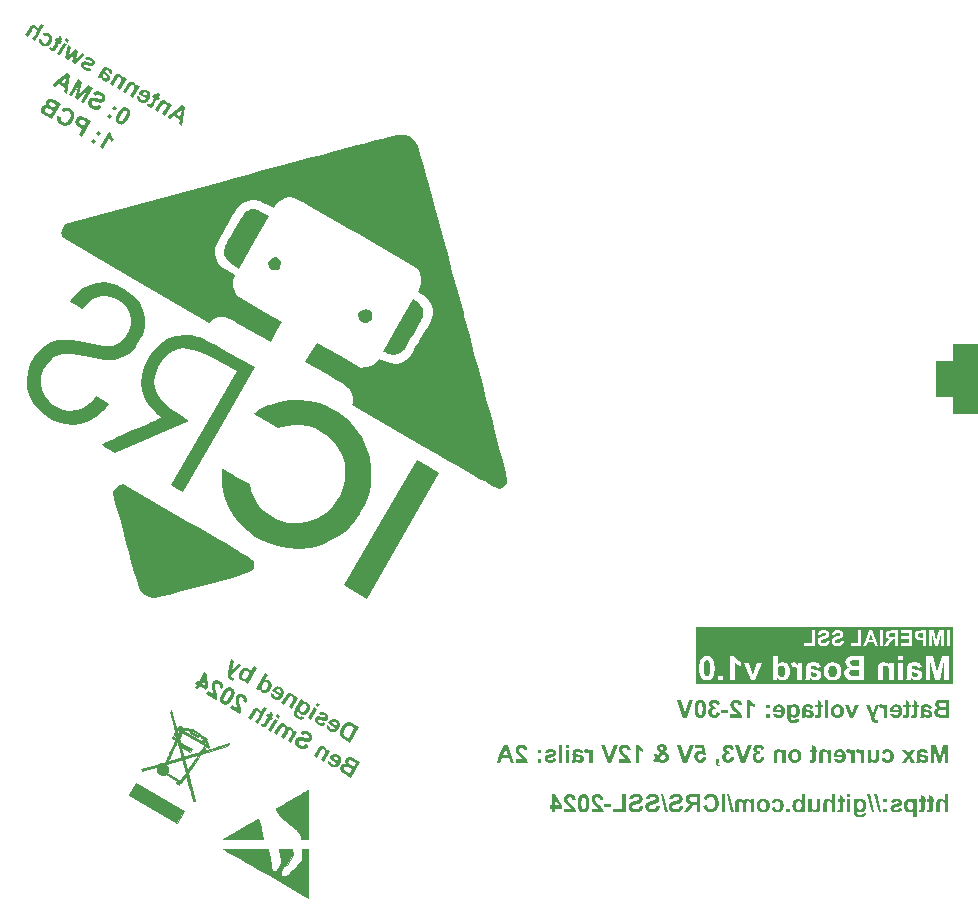
<source format=gbr>
%TF.GenerationSoftware,KiCad,Pcbnew,7.0.9*%
%TF.CreationDate,2024-01-30T02:49:12+00:00*%
%TF.ProjectId,main_PCB_v1,6d61696e-5f50-4434-925f-76312e6b6963,rev?*%
%TF.SameCoordinates,Original*%
%TF.FileFunction,Legend,Bot*%
%TF.FilePolarity,Positive*%
%FSLAX46Y46*%
G04 Gerber Fmt 4.6, Leading zero omitted, Abs format (unit mm)*
G04 Created by KiCad (PCBNEW 7.0.9) date 2024-01-30 02:49:12*
%MOMM*%
%LPD*%
G01*
G04 APERTURE LIST*
G04 Aperture macros list*
%AMRoundRect*
0 Rectangle with rounded corners*
0 $1 Rounding radius*
0 $2 $3 $4 $5 $6 $7 $8 $9 X,Y pos of 4 corners*
0 Add a 4 corners polygon primitive as box body*
4,1,4,$2,$3,$4,$5,$6,$7,$8,$9,$2,$3,0*
0 Add four circle primitives for the rounded corners*
1,1,$1+$1,$2,$3*
1,1,$1+$1,$4,$5*
1,1,$1+$1,$6,$7*
1,1,$1+$1,$8,$9*
0 Add four rect primitives between the rounded corners*
20,1,$1+$1,$2,$3,$4,$5,0*
20,1,$1+$1,$4,$5,$6,$7,0*
20,1,$1+$1,$6,$7,$8,$9,0*
20,1,$1+$1,$8,$9,$2,$3,0*%
%AMHorizOval*
0 Thick line with rounded ends*
0 $1 width*
0 $2 $3 position (X,Y) of the first rounded end (center of the circle)*
0 $4 $5 position (X,Y) of the second rounded end (center of the circle)*
0 Add line between two ends*
20,1,$1,$2,$3,$4,$5,0*
0 Add two circle primitives to create the rounded ends*
1,1,$1,$2,$3*
1,1,$1,$4,$5*%
%AMRotRect*
0 Rectangle, with rotation*
0 The origin of the aperture is its center*
0 $1 length*
0 $2 width*
0 $3 Rotation angle, in degrees counterclockwise*
0 Add horizontal line*
21,1,$1,$2,0,0,$3*%
G04 Aperture macros list end*
%ADD10C,0.300000*%
%ADD11C,0.010000*%
%ADD12C,2.000000*%
%ADD13HorizOval,1.700000X0.000000X0.000000X0.000000X0.000000X0*%
%ADD14RotRect,1.700000X1.700000X330.000000*%
%ADD15HorizOval,1.000000X0.000000X0.000000X0.000000X0.000000X0*%
%ADD16RotRect,1.000000X1.000000X15.000000*%
%ADD17C,4.000000*%
%ADD18R,3.800000X3.800000*%
%ADD19C,2.500000*%
%ADD20RoundRect,0.200100X0.949900X-0.949900X0.949900X0.949900X-0.949900X0.949900X-0.949900X-0.949900X0*%
%ADD21C,0.950000*%
%ADD22O,1.700000X1.700000*%
%ADD23R,1.700000X1.700000*%
%ADD24C,6.000000*%
%ADD25RoundRect,1.500000X-1.500000X1.500000X-1.500000X-1.500000X1.500000X-1.500000X1.500000X1.500000X0*%
%ADD26C,5.600000*%
%ADD27C,3.600000*%
%ADD28C,3.200000*%
%ADD29HorizOval,0.900000X-0.327661X-0.229431X0.327661X0.229431X0*%
%ADD30HorizOval,0.900000X-0.450534X-0.315467X0.450534X0.315467X0*%
%ADD31C,0.600000*%
G04 APERTURE END LIST*
D10*
G36*
X174414035Y-111916815D02*
G01*
X174434791Y-111920000D01*
X174454831Y-111925307D01*
X174474156Y-111932736D01*
X174492765Y-111942289D01*
X174510659Y-111953965D01*
X174517616Y-111959229D01*
X174534245Y-111974485D01*
X174549635Y-111993080D01*
X174561053Y-112010360D01*
X174571678Y-112029777D01*
X174581508Y-112051332D01*
X174590545Y-112075023D01*
X174596802Y-112094194D01*
X174602613Y-112114568D01*
X174607463Y-112133538D01*
X174612001Y-112154059D01*
X174616225Y-112176128D01*
X174620137Y-112199747D01*
X174623736Y-112224916D01*
X174627022Y-112251634D01*
X174629994Y-112279901D01*
X174632654Y-112309718D01*
X174635001Y-112341084D01*
X174637035Y-112373999D01*
X174638757Y-112408464D01*
X174640165Y-112444479D01*
X174641260Y-112482042D01*
X174642042Y-112521156D01*
X174642316Y-112541293D01*
X174642512Y-112561818D01*
X174642629Y-112582731D01*
X174642668Y-112604030D01*
X174642634Y-112625344D01*
X174642529Y-112646237D01*
X174642355Y-112666709D01*
X174642111Y-112686760D01*
X174641798Y-112706390D01*
X174640962Y-112744389D01*
X174639848Y-112780705D01*
X174638455Y-112815338D01*
X174636783Y-112848288D01*
X174634833Y-112879555D01*
X174632604Y-112909139D01*
X174630097Y-112937040D01*
X174627311Y-112963258D01*
X174624247Y-112987793D01*
X174620904Y-113010645D01*
X174617282Y-113031814D01*
X174613382Y-113051300D01*
X174607009Y-113077373D01*
X174600160Y-113100710D01*
X174592984Y-113122544D01*
X174585482Y-113142876D01*
X174577654Y-113161705D01*
X174566709Y-113184473D01*
X174555184Y-113204570D01*
X174543078Y-113221995D01*
X174527131Y-113240020D01*
X174517128Y-113248831D01*
X174499661Y-113261075D01*
X174481455Y-113271243D01*
X174462509Y-113279336D01*
X174442824Y-113285353D01*
X174422400Y-113289296D01*
X174401236Y-113291164D01*
X174392564Y-113291330D01*
X174371092Y-113290268D01*
X174350336Y-113287084D01*
X174330296Y-113281777D01*
X174310971Y-113274347D01*
X174292362Y-113264794D01*
X174274468Y-113253119D01*
X174267511Y-113247854D01*
X174250882Y-113232599D01*
X174235493Y-113214004D01*
X174224074Y-113196724D01*
X174213450Y-113177306D01*
X174203619Y-113155752D01*
X174194582Y-113132060D01*
X174188325Y-113112889D01*
X174182515Y-113092516D01*
X174175356Y-113063736D01*
X174170975Y-113042594D01*
X174166907Y-113019887D01*
X174163152Y-112995615D01*
X174159710Y-112969779D01*
X174156580Y-112942378D01*
X174153764Y-112913413D01*
X174151260Y-112882882D01*
X174149070Y-112850787D01*
X174147192Y-112817127D01*
X174145627Y-112781903D01*
X174144376Y-112745114D01*
X174143437Y-112706760D01*
X174143085Y-112686997D01*
X174142811Y-112666842D01*
X174142615Y-112646296D01*
X174142498Y-112625359D01*
X174142459Y-112604030D01*
X174142494Y-112582747D01*
X174142598Y-112561885D01*
X174142772Y-112541444D01*
X174143016Y-112521423D01*
X174143330Y-112501823D01*
X174144165Y-112463885D01*
X174145280Y-112427630D01*
X174146673Y-112393058D01*
X174148344Y-112360170D01*
X174150294Y-112328964D01*
X174152523Y-112299441D01*
X174155030Y-112271601D01*
X174157816Y-112245444D01*
X174160881Y-112220970D01*
X174164224Y-112198179D01*
X174167845Y-112177071D01*
X174171746Y-112157646D01*
X174178118Y-112131665D01*
X174184972Y-112108236D01*
X174192160Y-112086310D01*
X174199684Y-112065886D01*
X174207542Y-112046966D01*
X174218541Y-112024076D01*
X174230135Y-112003857D01*
X174242324Y-111986310D01*
X174255108Y-111971434D01*
X174268488Y-111959229D01*
X174285814Y-111946705D01*
X174303904Y-111936303D01*
X174322756Y-111928024D01*
X174342372Y-111921868D01*
X174362751Y-111917834D01*
X174383893Y-111915924D01*
X174392564Y-111915754D01*
X174414035Y-111916815D01*
G37*
G36*
X180737449Y-112385709D02*
G01*
X180762014Y-112388736D01*
X180785798Y-112393781D01*
X180808800Y-112400843D01*
X180831021Y-112409924D01*
X180852461Y-112421022D01*
X180873119Y-112434138D01*
X180892995Y-112449272D01*
X180912091Y-112466424D01*
X180930405Y-112485593D01*
X180942180Y-112499494D01*
X180958766Y-112521923D01*
X180973722Y-112546343D01*
X180982785Y-112563730D01*
X180991124Y-112582003D01*
X180998737Y-112601160D01*
X181005626Y-112621204D01*
X181011789Y-112642132D01*
X181017227Y-112663946D01*
X181021940Y-112686645D01*
X181025928Y-112710230D01*
X181029191Y-112734700D01*
X181031729Y-112760056D01*
X181033542Y-112786297D01*
X181034630Y-112813423D01*
X181034992Y-112841434D01*
X181034740Y-112871497D01*
X181033985Y-112900503D01*
X181032725Y-112928452D01*
X181030962Y-112955343D01*
X181028695Y-112981177D01*
X181025925Y-113005955D01*
X181022650Y-113029675D01*
X181018872Y-113052338D01*
X181014590Y-113073944D01*
X181009805Y-113094493D01*
X181004515Y-113113985D01*
X180995637Y-113141240D01*
X180985625Y-113166117D01*
X180974479Y-113188616D01*
X180970512Y-113195586D01*
X180958557Y-113214752D01*
X180946019Y-113232681D01*
X180932897Y-113249373D01*
X180919190Y-113264829D01*
X180904900Y-113279049D01*
X180890026Y-113292032D01*
X180866621Y-113309188D01*
X180841901Y-113323562D01*
X180815868Y-113335154D01*
X180788521Y-113343964D01*
X180759860Y-113349992D01*
X180740023Y-113352465D01*
X180719602Y-113353701D01*
X180709172Y-113353856D01*
X180684607Y-113352813D01*
X180660738Y-113349683D01*
X180637564Y-113344466D01*
X180615085Y-113337163D01*
X180593302Y-113327774D01*
X180572215Y-113316298D01*
X180551823Y-113302735D01*
X180532127Y-113287086D01*
X180513126Y-113269350D01*
X180494820Y-113249528D01*
X180483003Y-113235154D01*
X180466242Y-113211862D01*
X180455984Y-113195185D01*
X180446458Y-113177588D01*
X180437666Y-113159072D01*
X180429606Y-113139635D01*
X180422278Y-113119279D01*
X180415684Y-113098003D01*
X180409822Y-113075808D01*
X180404693Y-113052692D01*
X180400297Y-113028657D01*
X180396633Y-113003703D01*
X180393702Y-112977828D01*
X180391504Y-112951034D01*
X180390038Y-112923320D01*
X180389306Y-112894686D01*
X180389214Y-112880025D01*
X180389569Y-112847689D01*
X180390634Y-112816506D01*
X180392408Y-112786476D01*
X180394893Y-112757598D01*
X180398087Y-112729873D01*
X180401991Y-112703300D01*
X180406605Y-112677879D01*
X180411929Y-112653612D01*
X180417962Y-112630496D01*
X180424706Y-112608534D01*
X180432159Y-112587723D01*
X180440322Y-112568066D01*
X180449195Y-112549560D01*
X180458777Y-112532208D01*
X180474482Y-112508340D01*
X180480072Y-112500960D01*
X180497468Y-112480183D01*
X180515764Y-112461450D01*
X180534963Y-112444760D01*
X180555063Y-112430114D01*
X180576064Y-112417512D01*
X180597967Y-112406953D01*
X180620772Y-112398438D01*
X180644478Y-112391966D01*
X180669086Y-112387539D01*
X180694596Y-112385154D01*
X180712103Y-112384700D01*
X180737449Y-112385709D01*
G37*
G36*
X183202777Y-112922179D02*
G01*
X183225393Y-112928476D01*
X183250710Y-112935063D01*
X183271471Y-112940194D01*
X183293752Y-112945488D01*
X183317553Y-112950944D01*
X183342873Y-112956564D01*
X183369714Y-112962347D01*
X183398074Y-112968294D01*
X183417825Y-112972348D01*
X183437479Y-112976375D01*
X183465329Y-112982400D01*
X183491220Y-112988407D01*
X183515154Y-112994398D01*
X183537130Y-113000372D01*
X183557149Y-113006328D01*
X183580794Y-113014243D01*
X183600960Y-113022127D01*
X183621272Y-113031940D01*
X183627874Y-113035852D01*
X183645620Y-113048980D01*
X183661000Y-113062963D01*
X183674013Y-113077800D01*
X183686953Y-113097550D01*
X183696195Y-113118635D01*
X183701741Y-113141055D01*
X183703589Y-113164812D01*
X183702111Y-113188418D01*
X183697674Y-113210999D01*
X183690280Y-113232553D01*
X183679928Y-113253083D01*
X183666619Y-113272586D01*
X183653842Y-113287451D01*
X183643017Y-113298168D01*
X183627363Y-113311220D01*
X183610686Y-113322532D01*
X183592986Y-113332103D01*
X183574263Y-113339934D01*
X183554517Y-113346025D01*
X183533749Y-113350375D01*
X183511958Y-113352986D01*
X183489144Y-113353856D01*
X183463163Y-113352841D01*
X183437487Y-113349795D01*
X183412116Y-113344720D01*
X183387051Y-113337614D01*
X183368452Y-113330952D01*
X183350025Y-113323148D01*
X183331770Y-113314202D01*
X183313686Y-113304114D01*
X183295775Y-113292884D01*
X183289842Y-113288887D01*
X183273127Y-113276095D01*
X183257907Y-113262631D01*
X183244184Y-113248496D01*
X183229133Y-113229882D01*
X183216420Y-113210218D01*
X183206045Y-113189505D01*
X183198007Y-113167743D01*
X183192861Y-113147169D01*
X183189385Y-113125459D01*
X183187138Y-113105103D01*
X183185363Y-113082091D01*
X183184062Y-113056422D01*
X183183396Y-113035428D01*
X183182997Y-113012940D01*
X183182864Y-112988957D01*
X183182864Y-112916173D01*
X183202777Y-112922179D01*
G37*
G36*
X185062105Y-112385799D02*
G01*
X185089145Y-112389097D01*
X185115343Y-112394592D01*
X185140699Y-112402286D01*
X185165214Y-112412178D01*
X185188887Y-112424268D01*
X185211719Y-112438556D01*
X185233710Y-112455042D01*
X185254859Y-112473727D01*
X185275166Y-112494609D01*
X185288237Y-112509753D01*
X185300718Y-112525754D01*
X185312394Y-112542618D01*
X185323265Y-112560345D01*
X185333330Y-112578934D01*
X185342591Y-112598386D01*
X185351046Y-112618700D01*
X185358695Y-112639877D01*
X185365540Y-112661916D01*
X185371579Y-112684817D01*
X185376813Y-112708581D01*
X185381242Y-112733208D01*
X185384866Y-112758697D01*
X185387684Y-112785049D01*
X185389697Y-112812263D01*
X185390905Y-112840339D01*
X185391308Y-112869278D01*
X185390905Y-112898219D01*
X185389697Y-112926301D01*
X185387684Y-112953525D01*
X185384866Y-112979889D01*
X185381242Y-113005396D01*
X185376813Y-113030043D01*
X185371579Y-113053832D01*
X185365540Y-113076762D01*
X185358695Y-113098834D01*
X185351046Y-113120047D01*
X185342591Y-113140401D01*
X185333330Y-113159896D01*
X185323265Y-113178533D01*
X185312394Y-113196312D01*
X185300718Y-113213231D01*
X185288237Y-113229292D01*
X185275166Y-113244376D01*
X185254859Y-113265177D01*
X185233710Y-113283789D01*
X185211719Y-113300211D01*
X185188887Y-113314443D01*
X185165214Y-113326486D01*
X185140699Y-113336339D01*
X185115343Y-113344003D01*
X185089145Y-113349477D01*
X185062105Y-113352761D01*
X185034225Y-113353856D01*
X185006352Y-113352761D01*
X184979339Y-113349477D01*
X184953184Y-113344003D01*
X184927887Y-113336339D01*
X184903450Y-113326486D01*
X184879871Y-113314443D01*
X184857150Y-113300211D01*
X184835289Y-113283789D01*
X184814286Y-113265177D01*
X184794141Y-113244376D01*
X184781189Y-113229292D01*
X184768767Y-113213220D01*
X184757146Y-113196266D01*
X184746327Y-113178430D01*
X184736309Y-113159713D01*
X184727093Y-113140115D01*
X184718678Y-113119635D01*
X184711065Y-113098273D01*
X184704252Y-113076030D01*
X184698242Y-113052905D01*
X184693033Y-113028898D01*
X184688625Y-113004010D01*
X184685018Y-112978241D01*
X184682213Y-112951590D01*
X184680210Y-112924057D01*
X184679008Y-112895643D01*
X184678607Y-112866347D01*
X184679008Y-112837763D01*
X184680210Y-112810019D01*
X184682213Y-112783114D01*
X184685018Y-112757048D01*
X184688625Y-112731823D01*
X184693033Y-112707437D01*
X184698242Y-112683890D01*
X184704252Y-112661183D01*
X184711065Y-112639316D01*
X184718678Y-112618288D01*
X184727093Y-112598100D01*
X184736309Y-112578751D01*
X184746327Y-112560242D01*
X184757146Y-112542573D01*
X184768767Y-112525743D01*
X184781189Y-112509753D01*
X184794141Y-112494609D01*
X184814286Y-112473727D01*
X184835289Y-112455042D01*
X184857150Y-112438556D01*
X184879871Y-112424268D01*
X184903450Y-112412178D01*
X184927887Y-112402286D01*
X184953184Y-112394592D01*
X184979339Y-112389097D01*
X185006352Y-112385799D01*
X185034225Y-112384700D01*
X185062105Y-112385799D01*
G37*
G36*
X191755185Y-112922179D02*
G01*
X191777800Y-112928476D01*
X191803117Y-112935063D01*
X191823878Y-112940194D01*
X191846159Y-112945488D01*
X191869960Y-112950944D01*
X191895281Y-112956564D01*
X191922121Y-112962347D01*
X191950482Y-112968294D01*
X191970233Y-112972348D01*
X191989887Y-112976375D01*
X192017736Y-112982400D01*
X192043628Y-112988407D01*
X192067562Y-112994398D01*
X192089538Y-113000372D01*
X192109556Y-113006328D01*
X192133202Y-113014243D01*
X192153367Y-113022127D01*
X192173680Y-113031940D01*
X192180282Y-113035852D01*
X192198028Y-113048980D01*
X192213407Y-113062963D01*
X192226421Y-113077800D01*
X192239360Y-113097550D01*
X192248603Y-113118635D01*
X192254148Y-113141055D01*
X192255997Y-113164812D01*
X192254518Y-113188418D01*
X192250082Y-113210999D01*
X192242688Y-113232553D01*
X192232336Y-113253083D01*
X192219027Y-113272586D01*
X192206250Y-113287451D01*
X192195425Y-113298168D01*
X192179770Y-113311220D01*
X192163093Y-113322532D01*
X192145393Y-113332103D01*
X192126670Y-113339934D01*
X192106925Y-113346025D01*
X192086157Y-113350375D01*
X192064366Y-113352986D01*
X192041552Y-113353856D01*
X192015570Y-113352841D01*
X191989894Y-113349795D01*
X191964524Y-113344720D01*
X191939458Y-113337614D01*
X191920860Y-113330952D01*
X191902433Y-113323148D01*
X191884177Y-113314202D01*
X191866094Y-113304114D01*
X191848182Y-113292884D01*
X191842250Y-113288887D01*
X191825534Y-113276095D01*
X191810315Y-113262631D01*
X191796591Y-113248496D01*
X191781541Y-113229882D01*
X191768828Y-113210218D01*
X191758452Y-113189505D01*
X191750414Y-113167743D01*
X191745268Y-113147169D01*
X191741793Y-113125459D01*
X191739545Y-113105103D01*
X191737770Y-113082091D01*
X191736469Y-113056422D01*
X191735804Y-113035428D01*
X191735404Y-113012940D01*
X191735271Y-112988957D01*
X191735271Y-112916173D01*
X191755185Y-112922179D01*
G37*
G36*
X187307637Y-113260067D02*
G01*
X186931014Y-113260067D01*
X186904165Y-113260019D01*
X186878571Y-113259876D01*
X186854233Y-113259637D01*
X186831150Y-113259303D01*
X186809322Y-113258874D01*
X186788751Y-113258349D01*
X186760247Y-113257383D01*
X186734569Y-113256203D01*
X186711715Y-113254807D01*
X186691687Y-113253197D01*
X186669377Y-113250717D01*
X186652089Y-113247854D01*
X186629909Y-113243092D01*
X186608797Y-113236864D01*
X186588754Y-113229170D01*
X186569779Y-113220011D01*
X186551873Y-113209386D01*
X186535036Y-113197296D01*
X186519267Y-113183741D01*
X186504566Y-113168720D01*
X186491171Y-113152294D01*
X186479562Y-113134526D01*
X186469739Y-113115414D01*
X186461702Y-113094958D01*
X186455451Y-113073160D01*
X186450986Y-113050018D01*
X186448307Y-113025532D01*
X186447414Y-112999704D01*
X186448101Y-112977783D01*
X186450161Y-112956717D01*
X186453596Y-112936506D01*
X186458405Y-112917150D01*
X186466347Y-112894156D01*
X186476437Y-112872499D01*
X186488673Y-112852177D01*
X186491377Y-112848273D01*
X186506070Y-112829569D01*
X186522671Y-112812534D01*
X186541180Y-112797168D01*
X186557361Y-112786078D01*
X186574763Y-112776056D01*
X186593387Y-112767103D01*
X186613232Y-112759219D01*
X186618384Y-112757415D01*
X186642190Y-112750660D01*
X186664041Y-112746185D01*
X186689319Y-112742216D01*
X186718023Y-112738755D01*
X186739062Y-112736728D01*
X186761624Y-112734927D01*
X186785709Y-112733351D01*
X186811316Y-112732000D01*
X186838446Y-112730874D01*
X186867099Y-112729973D01*
X186897274Y-112729298D01*
X186928972Y-112728847D01*
X186962193Y-112728622D01*
X186979375Y-112728594D01*
X187307637Y-112728594D01*
X187307637Y-113260067D01*
G37*
G36*
X187307637Y-112384700D02*
G01*
X187040924Y-112384700D01*
X187011950Y-112384673D01*
X186984382Y-112384593D01*
X186958217Y-112384460D01*
X186933457Y-112384273D01*
X186910101Y-112384032D01*
X186888150Y-112383739D01*
X186867603Y-112383391D01*
X186839416Y-112382770D01*
X186814389Y-112382029D01*
X186792521Y-112381167D01*
X186768280Y-112379832D01*
X186745878Y-112377861D01*
X186720447Y-112373946D01*
X186696419Y-112368550D01*
X186673796Y-112361673D01*
X186652578Y-112353315D01*
X186632763Y-112343477D01*
X186614354Y-112332157D01*
X186597348Y-112319358D01*
X186581747Y-112305077D01*
X186567665Y-112289461D01*
X186555461Y-112272654D01*
X186545134Y-112254656D01*
X186536684Y-112235468D01*
X186530113Y-112215089D01*
X186525419Y-112193519D01*
X186522602Y-112170759D01*
X186521663Y-112146808D01*
X186522473Y-112123795D01*
X186524900Y-112101898D01*
X186528945Y-112081114D01*
X186534608Y-112061445D01*
X186541890Y-112042890D01*
X186550789Y-112025450D01*
X186564189Y-112005216D01*
X186573443Y-111993912D01*
X186590700Y-111976714D01*
X186606274Y-111964571D01*
X186623421Y-111953863D01*
X186642140Y-111944589D01*
X186662431Y-111936750D01*
X186684294Y-111930346D01*
X186707730Y-111925378D01*
X186726339Y-111922593D01*
X186750801Y-111920623D01*
X186770791Y-111919601D01*
X186794765Y-111918699D01*
X186822723Y-111917918D01*
X186843576Y-111917464D01*
X186866199Y-111917063D01*
X186890592Y-111916716D01*
X186916757Y-111916422D01*
X186944692Y-111916181D01*
X186974398Y-111915994D01*
X187005875Y-111915861D01*
X187039122Y-111915781D01*
X187074141Y-111915754D01*
X187307637Y-111915754D01*
X187307637Y-112384700D01*
G37*
G36*
X188451182Y-110191693D02*
G01*
X188103380Y-110191693D01*
X188278746Y-109722746D01*
X188451182Y-110191693D01*
G37*
G36*
X190310847Y-109941588D02*
G01*
X190120338Y-109941588D01*
X190097680Y-109941529D01*
X190076114Y-109941351D01*
X190055640Y-109941055D01*
X190026975Y-109940390D01*
X190000765Y-109939458D01*
X189977012Y-109938261D01*
X189955714Y-109936796D01*
X189931137Y-109934430D01*
X189910926Y-109931591D01*
X189891802Y-109927376D01*
X189888795Y-109926445D01*
X189869474Y-109918791D01*
X189852117Y-109909081D01*
X189834684Y-109895464D01*
X189819816Y-109879161D01*
X189816499Y-109874665D01*
X189806221Y-109857535D01*
X189798467Y-109838628D01*
X189793238Y-109817945D01*
X189790533Y-109795485D01*
X189790121Y-109781853D01*
X189791341Y-109759430D01*
X189794998Y-109738691D01*
X189801095Y-109719634D01*
X189811290Y-109699528D01*
X189824804Y-109681713D01*
X189841119Y-109666209D01*
X189857262Y-109655115D01*
X189875397Y-109646048D01*
X189895524Y-109639007D01*
X189917644Y-109633992D01*
X189921524Y-109633353D01*
X189941209Y-109631640D01*
X189962625Y-109630674D01*
X189984172Y-109630056D01*
X190009642Y-109629575D01*
X190031319Y-109629305D01*
X190055203Y-109629112D01*
X190081294Y-109628996D01*
X190109591Y-109628957D01*
X190310847Y-109628957D01*
X190310847Y-109941588D01*
G37*
G36*
X192699054Y-110004114D02*
G01*
X192558370Y-110004114D01*
X192530682Y-110003934D01*
X192504772Y-110003393D01*
X192480639Y-110002491D01*
X192458284Y-110001229D01*
X192437706Y-109999606D01*
X192413033Y-109996881D01*
X192391521Y-109993515D01*
X192369074Y-109988406D01*
X192354671Y-109983598D01*
X192336227Y-109974914D01*
X192319363Y-109964615D01*
X192301685Y-109950560D01*
X192286157Y-109934308D01*
X192274559Y-109918629D01*
X192264599Y-109901461D01*
X192256699Y-109883298D01*
X192250860Y-109864138D01*
X192247082Y-109843982D01*
X192245365Y-109822830D01*
X192245250Y-109815559D01*
X192246252Y-109793586D01*
X192249257Y-109772854D01*
X192254266Y-109753362D01*
X192261279Y-109735111D01*
X192272338Y-109714847D01*
X192286283Y-109696368D01*
X192302260Y-109680019D01*
X192319783Y-109666143D01*
X192338851Y-109654740D01*
X192359464Y-109645810D01*
X192381624Y-109639353D01*
X192389354Y-109637750D01*
X192410019Y-109634762D01*
X192432225Y-109632744D01*
X192453253Y-109631439D01*
X192477181Y-109630408D01*
X192497030Y-109629816D01*
X192518511Y-109629378D01*
X192541624Y-109629094D01*
X192566368Y-109628966D01*
X192574978Y-109628957D01*
X192699054Y-109628957D01*
X192699054Y-110004114D01*
G37*
G36*
X195237664Y-113920938D02*
G01*
X173453256Y-113920938D01*
X173453256Y-112604030D01*
X173738970Y-112604030D01*
X173739163Y-112639558D01*
X173739743Y-112674456D01*
X173740709Y-112708725D01*
X173742061Y-112742363D01*
X173743800Y-112775372D01*
X173745925Y-112807752D01*
X173748437Y-112839501D01*
X173751335Y-112870621D01*
X173754619Y-112901112D01*
X173758290Y-112930972D01*
X173762347Y-112960203D01*
X173766791Y-112988804D01*
X173771621Y-113016776D01*
X173776837Y-113044118D01*
X173782440Y-113070830D01*
X173788429Y-113096912D01*
X173794805Y-113122365D01*
X173801567Y-113147188D01*
X173808715Y-113171382D01*
X173816250Y-113194945D01*
X173824171Y-113217879D01*
X173832479Y-113240184D01*
X173841173Y-113261858D01*
X173850253Y-113282903D01*
X173859720Y-113303319D01*
X173869573Y-113323104D01*
X173879813Y-113342260D01*
X173890439Y-113360786D01*
X173901451Y-113378683D01*
X173912850Y-113395950D01*
X173924635Y-113412587D01*
X173936807Y-113428594D01*
X173957764Y-113453616D01*
X173979725Y-113477023D01*
X174002689Y-113498816D01*
X174026657Y-113518995D01*
X174051629Y-113537559D01*
X174077605Y-113554509D01*
X174104584Y-113569845D01*
X174132567Y-113583566D01*
X174161554Y-113595673D01*
X174191544Y-113606166D01*
X174222538Y-113615045D01*
X174254536Y-113622309D01*
X174287537Y-113627959D01*
X174321542Y-113631995D01*
X174356551Y-113634416D01*
X174392564Y-113635224D01*
X174428878Y-113634338D01*
X174464302Y-113631682D01*
X174498838Y-113627255D01*
X174532484Y-113621057D01*
X174565241Y-113613089D01*
X174597109Y-113603350D01*
X174628088Y-113591840D01*
X174658178Y-113578559D01*
X174687378Y-113563508D01*
X174715689Y-113546686D01*
X174743111Y-113528093D01*
X174769644Y-113507729D01*
X174795288Y-113485594D01*
X174820042Y-113461689D01*
X174843907Y-113436013D01*
X174866883Y-113408566D01*
X174888651Y-113378847D01*
X174909015Y-113346353D01*
X174918670Y-113329066D01*
X174927975Y-113311085D01*
X174936928Y-113292410D01*
X174945529Y-113273042D01*
X174953780Y-113252980D01*
X174961680Y-113232225D01*
X174962884Y-113228803D01*
X175354392Y-113228803D01*
X175354392Y-113603961D01*
X175740784Y-113603961D01*
X175740784Y-113228803D01*
X175354392Y-113228803D01*
X174962884Y-113228803D01*
X174969229Y-113210776D01*
X174976426Y-113188633D01*
X174983273Y-113165797D01*
X174989768Y-113142267D01*
X174995912Y-113118044D01*
X175001705Y-113093127D01*
X175007147Y-113067516D01*
X175012238Y-113041212D01*
X175016978Y-113014214D01*
X175021367Y-112986522D01*
X175025405Y-112958137D01*
X175029091Y-112929058D01*
X175032426Y-112899286D01*
X175035411Y-112868820D01*
X175038044Y-112837660D01*
X175040326Y-112805807D01*
X175042257Y-112773261D01*
X175043837Y-112740020D01*
X175045066Y-112706086D01*
X175045944Y-112671458D01*
X175046470Y-112636137D01*
X175046646Y-112600122D01*
X175046453Y-112564775D01*
X175045873Y-112530051D01*
X175044907Y-112495952D01*
X175043555Y-112462476D01*
X175041816Y-112429625D01*
X175039691Y-112397397D01*
X175037179Y-112365793D01*
X175034281Y-112334814D01*
X175030997Y-112304458D01*
X175027326Y-112274726D01*
X175023269Y-112245618D01*
X175018825Y-112217134D01*
X175013995Y-112189274D01*
X175008779Y-112162039D01*
X175003176Y-112135427D01*
X174997187Y-112109439D01*
X174990811Y-112084074D01*
X174984049Y-112059334D01*
X174976901Y-112035218D01*
X174969366Y-112011726D01*
X174961445Y-111988858D01*
X174953137Y-111966614D01*
X174944443Y-111944993D01*
X174935363Y-111923997D01*
X174925896Y-111903625D01*
X174916043Y-111883876D01*
X174905803Y-111864752D01*
X174895177Y-111846252D01*
X174884165Y-111828375D01*
X174872766Y-111811123D01*
X174860981Y-111794494D01*
X174848809Y-111778489D01*
X174827850Y-111753468D01*
X174805884Y-111730061D01*
X174782910Y-111708268D01*
X174758928Y-111688089D01*
X174733939Y-111669525D01*
X174707942Y-111652575D01*
X174680938Y-111637239D01*
X174652927Y-111623517D01*
X174623907Y-111611410D01*
X174593881Y-111600917D01*
X174562847Y-111592039D01*
X174530805Y-111584774D01*
X174497756Y-111579124D01*
X174463699Y-111575089D01*
X174428635Y-111572667D01*
X174392564Y-111571860D01*
X176392424Y-111571860D01*
X176392424Y-113603961D01*
X176778328Y-113603961D01*
X176778328Y-112133619D01*
X176805063Y-112159688D01*
X176832389Y-112184894D01*
X176860308Y-112209238D01*
X176888817Y-112232720D01*
X176917918Y-112255339D01*
X176947611Y-112277096D01*
X176977895Y-112297990D01*
X177008771Y-112318022D01*
X177040238Y-112337191D01*
X177072297Y-112355498D01*
X177104947Y-112372942D01*
X177138189Y-112389524D01*
X177172022Y-112405243D01*
X177206447Y-112420100D01*
X177241464Y-112434095D01*
X177277072Y-112447226D01*
X177277072Y-112134596D01*
X177526688Y-112134596D01*
X178106520Y-113603961D01*
X178453834Y-113603961D01*
X179041970Y-112134596D01*
X178636527Y-112134596D01*
X178361998Y-112884421D01*
X178282375Y-113135014D01*
X178274804Y-113112208D01*
X178267965Y-113091417D01*
X178261859Y-113072641D01*
X178255257Y-113052004D01*
X178248845Y-113031396D01*
X178242861Y-113010971D01*
X178242319Y-113008985D01*
X178236294Y-112989586D01*
X178230126Y-112970164D01*
X178223815Y-112950717D01*
X178217361Y-112931247D01*
X178210763Y-112911753D01*
X178204023Y-112892235D01*
X178201287Y-112884421D01*
X177923827Y-112134596D01*
X177526688Y-112134596D01*
X177277072Y-112134596D01*
X177277072Y-112072069D01*
X177258101Y-112065685D01*
X177238924Y-112058621D01*
X177219541Y-112050877D01*
X177199952Y-112042455D01*
X177180157Y-112033353D01*
X177160156Y-112023572D01*
X177139948Y-112013111D01*
X177119535Y-112001972D01*
X177098916Y-111990153D01*
X177078090Y-111977654D01*
X177057058Y-111964477D01*
X177035821Y-111950620D01*
X177014377Y-111936083D01*
X176992727Y-111920868D01*
X176970871Y-111904973D01*
X176948809Y-111888399D01*
X176927079Y-111871248D01*
X176906219Y-111853747D01*
X176886230Y-111835894D01*
X176867110Y-111817690D01*
X176848861Y-111799136D01*
X176831481Y-111780230D01*
X176814972Y-111760973D01*
X176799333Y-111741365D01*
X176784564Y-111721405D01*
X176770665Y-111701095D01*
X176757636Y-111680434D01*
X176745477Y-111659421D01*
X176734189Y-111638057D01*
X176723770Y-111616343D01*
X176714222Y-111594277D01*
X176705543Y-111571860D01*
X180004287Y-111571860D01*
X180004287Y-112880025D01*
X180004287Y-113603961D01*
X180362836Y-113603961D01*
X180362836Y-113389515D01*
X180379880Y-113412396D01*
X180397492Y-113434143D01*
X180415670Y-113454757D01*
X180434414Y-113474237D01*
X180453726Y-113492584D01*
X180473604Y-113509797D01*
X180494049Y-113525877D01*
X180515060Y-113540824D01*
X180536638Y-113554637D01*
X180558783Y-113567316D01*
X180573862Y-113575140D01*
X180596685Y-113585877D01*
X180619543Y-113595559D01*
X180642435Y-113604184D01*
X180665361Y-113611753D01*
X180688322Y-113618266D01*
X180711317Y-113623723D01*
X180734346Y-113628124D01*
X180757410Y-113631468D01*
X180780508Y-113633757D01*
X180803641Y-113634989D01*
X180819081Y-113635224D01*
X180850245Y-113634430D01*
X180880844Y-113632048D01*
X180910879Y-113628079D01*
X180940348Y-113622523D01*
X180969253Y-113615379D01*
X180997592Y-113606647D01*
X181025367Y-113596328D01*
X181052578Y-113584421D01*
X181079223Y-113570927D01*
X181105304Y-113555845D01*
X181130819Y-113539175D01*
X181155770Y-113520918D01*
X181180156Y-113501073D01*
X181203978Y-113479641D01*
X181227234Y-113456621D01*
X181249926Y-113432014D01*
X181271635Y-113405923D01*
X181291943Y-113378578D01*
X181310851Y-113349977D01*
X181328358Y-113320120D01*
X181344465Y-113289007D01*
X181359171Y-113256640D01*
X181372477Y-113223016D01*
X181384382Y-113188137D01*
X181394886Y-113152002D01*
X181403990Y-113114612D01*
X181408016Y-113095446D01*
X181411693Y-113075967D01*
X181415019Y-113056173D01*
X181417995Y-113036065D01*
X181420622Y-113015644D01*
X181422897Y-112994909D01*
X181424823Y-112973859D01*
X181426399Y-112952496D01*
X181427624Y-112930819D01*
X181428500Y-112908828D01*
X181429025Y-112886523D01*
X181429200Y-112863905D01*
X181429030Y-112840785D01*
X181428519Y-112818014D01*
X181427667Y-112795592D01*
X181426475Y-112773520D01*
X181424943Y-112751796D01*
X181423069Y-112730422D01*
X181420855Y-112709397D01*
X181418301Y-112688721D01*
X181415406Y-112668395D01*
X181412170Y-112648418D01*
X181408594Y-112628789D01*
X181404677Y-112609510D01*
X181395821Y-112572000D01*
X181385603Y-112535887D01*
X181374022Y-112501170D01*
X181361079Y-112467850D01*
X181346774Y-112435926D01*
X181331106Y-112405400D01*
X181314076Y-112376270D01*
X181295683Y-112348537D01*
X181275928Y-112322201D01*
X181254811Y-112297261D01*
X181232594Y-112273778D01*
X181209664Y-112251809D01*
X181186020Y-112231356D01*
X181161663Y-112212417D01*
X181136591Y-112194994D01*
X181116287Y-112182467D01*
X181501984Y-112182467D01*
X181621663Y-112541993D01*
X181639857Y-112530644D01*
X181657802Y-112520411D01*
X181675498Y-112511295D01*
X181698704Y-112500877D01*
X181721469Y-112492443D01*
X181743790Y-112485993D01*
X181765669Y-112481528D01*
X181787105Y-112479048D01*
X181802892Y-112478489D01*
X181822782Y-112479176D01*
X181846572Y-112481967D01*
X181869169Y-112486904D01*
X181890574Y-112493988D01*
X181910786Y-112503219D01*
X181929805Y-112514596D01*
X181940645Y-112522453D01*
X181957615Y-112537921D01*
X181970350Y-112552786D01*
X181982337Y-112569863D01*
X181993576Y-112589155D01*
X182004067Y-112610660D01*
X182013810Y-112634378D01*
X182020627Y-112653619D01*
X182027022Y-112674106D01*
X182029061Y-112681211D01*
X182034822Y-112704854D01*
X182040017Y-112732920D01*
X182043166Y-112754087D01*
X182046062Y-112777219D01*
X182048707Y-112802317D01*
X182051100Y-112829381D01*
X182053241Y-112858409D01*
X182055130Y-112889403D01*
X182056767Y-112922363D01*
X182058152Y-112957287D01*
X182059286Y-112994178D01*
X182060167Y-113033033D01*
X182060513Y-113053198D01*
X182060797Y-113073854D01*
X182061017Y-113095002D01*
X182061175Y-113116641D01*
X182061269Y-113138771D01*
X182061301Y-113161392D01*
X182061301Y-113603961D01*
X182447204Y-113603961D01*
X182720268Y-113603961D01*
X183101775Y-113603961D01*
X183108727Y-113584566D01*
X183115208Y-113564966D01*
X183122168Y-113542617D01*
X183128337Y-113521895D01*
X183134839Y-113499264D01*
X183138900Y-113484770D01*
X183144434Y-113464820D01*
X183149916Y-113445875D01*
X183152578Y-113437387D01*
X183171291Y-113455542D01*
X183190244Y-113472821D01*
X183209438Y-113489225D01*
X183228873Y-113504752D01*
X183248548Y-113519404D01*
X183268463Y-113533180D01*
X183288619Y-113546080D01*
X183309015Y-113558104D01*
X183329652Y-113569252D01*
X183350529Y-113579525D01*
X183364580Y-113585887D01*
X183385784Y-113594704D01*
X183407262Y-113602653D01*
X183429015Y-113609736D01*
X183451042Y-113615951D01*
X183473345Y-113621299D01*
X183495922Y-113625780D01*
X183518774Y-113629394D01*
X183541901Y-113632140D01*
X183565302Y-113634019D01*
X183588979Y-113635031D01*
X183604915Y-113635224D01*
X183632692Y-113634739D01*
X183659725Y-113633285D01*
X183686014Y-113630862D01*
X183711558Y-113627469D01*
X183736358Y-113623107D01*
X183760414Y-113617775D01*
X183783726Y-113611475D01*
X183806294Y-113604205D01*
X183828117Y-113595965D01*
X183849196Y-113586757D01*
X183869532Y-113576579D01*
X183889122Y-113565431D01*
X183907969Y-113553314D01*
X183926072Y-113540228D01*
X183943430Y-113526173D01*
X183960044Y-113511148D01*
X183975779Y-113495381D01*
X183990498Y-113479099D01*
X184004203Y-113462302D01*
X184016892Y-113444989D01*
X184028566Y-113427161D01*
X184039225Y-113408818D01*
X184048869Y-113389960D01*
X184057497Y-113370586D01*
X184065111Y-113350698D01*
X184071709Y-113330294D01*
X184077292Y-113309375D01*
X184081861Y-113287941D01*
X184085414Y-113265991D01*
X184087951Y-113243527D01*
X184089474Y-113220547D01*
X184089982Y-113197052D01*
X184089462Y-113173753D01*
X184087904Y-113150936D01*
X184085306Y-113128599D01*
X184081670Y-113106743D01*
X184076994Y-113085368D01*
X184071280Y-113064474D01*
X184064527Y-113044060D01*
X184056734Y-113024128D01*
X184047903Y-113004676D01*
X184038032Y-112985706D01*
X184030875Y-112973325D01*
X184019376Y-112955232D01*
X184007044Y-112937954D01*
X183993879Y-112921492D01*
X183979882Y-112905846D01*
X183965051Y-112891015D01*
X183949387Y-112877000D01*
X183934852Y-112865370D01*
X184281468Y-112865370D01*
X184281478Y-112866347D01*
X184281677Y-112886020D01*
X184282304Y-112906449D01*
X184283349Y-112926656D01*
X184284811Y-112946642D01*
X184286692Y-112966407D01*
X184288990Y-112985950D01*
X184294840Y-113024372D01*
X184302362Y-113061909D01*
X184311556Y-113098561D01*
X184322421Y-113134327D01*
X184334957Y-113169208D01*
X184349165Y-113203204D01*
X184365045Y-113236314D01*
X184382596Y-113268539D01*
X184401819Y-113299878D01*
X184422713Y-113330332D01*
X184445279Y-113359901D01*
X184469516Y-113388584D01*
X184495425Y-113416382D01*
X184522540Y-113442882D01*
X184550517Y-113467673D01*
X184579357Y-113490754D01*
X184609059Y-113512125D01*
X184639623Y-113531787D01*
X184671051Y-113549739D01*
X184703340Y-113565981D01*
X184736492Y-113580513D01*
X184770507Y-113593336D01*
X184805384Y-113604449D01*
X184841124Y-113613852D01*
X184877726Y-113621546D01*
X184915190Y-113627530D01*
X184953518Y-113631804D01*
X184973004Y-113633300D01*
X184992707Y-113634369D01*
X185012625Y-113635010D01*
X185032759Y-113635224D01*
X185057782Y-113634869D01*
X185082661Y-113633804D01*
X185107394Y-113632029D01*
X185131983Y-113629545D01*
X185156426Y-113626351D01*
X185180724Y-113622447D01*
X185204878Y-113617833D01*
X185228886Y-113612509D01*
X185252749Y-113606475D01*
X185276468Y-113599732D01*
X185300041Y-113592279D01*
X185323469Y-113584116D01*
X185346752Y-113575243D01*
X185369891Y-113565660D01*
X185392884Y-113555368D01*
X185415732Y-113544365D01*
X185438107Y-113532617D01*
X185459802Y-113520208D01*
X185480819Y-113507139D01*
X185501156Y-113493410D01*
X185520814Y-113479021D01*
X185539792Y-113463971D01*
X185558091Y-113448261D01*
X185575711Y-113431891D01*
X185592651Y-113414861D01*
X185608913Y-113397171D01*
X185624495Y-113378820D01*
X185639397Y-113359809D01*
X185653621Y-113340138D01*
X185667165Y-113319807D01*
X185680029Y-113298815D01*
X185692215Y-113277164D01*
X185703690Y-113254882D01*
X185714426Y-113232002D01*
X185724420Y-113208522D01*
X185733675Y-113184443D01*
X185742189Y-113159765D01*
X185749963Y-113134488D01*
X185756996Y-113108611D01*
X185763289Y-113082136D01*
X185768842Y-113055061D01*
X185773654Y-113027387D01*
X185774897Y-113018755D01*
X186026827Y-113018755D01*
X186027390Y-113044519D01*
X186029077Y-113070154D01*
X186031889Y-113095661D01*
X186035826Y-113121039D01*
X186040888Y-113146288D01*
X186047075Y-113171408D01*
X186054386Y-113196400D01*
X186062823Y-113221262D01*
X186072384Y-113245996D01*
X186083070Y-113270601D01*
X186090819Y-113286933D01*
X186103225Y-113310837D01*
X186116447Y-113333822D01*
X186130485Y-113355888D01*
X186145339Y-113377036D01*
X186161008Y-113397265D01*
X186177493Y-113416575D01*
X186194794Y-113434966D01*
X186212910Y-113452438D01*
X186231842Y-113468992D01*
X186251590Y-113484627D01*
X186265208Y-113494540D01*
X186286363Y-113508579D01*
X186308428Y-113521571D01*
X186331403Y-113533515D01*
X186355288Y-113544411D01*
X186380084Y-113554260D01*
X186405789Y-113563061D01*
X186432405Y-113570815D01*
X186459931Y-113577521D01*
X186488367Y-113583180D01*
X186507830Y-113586370D01*
X186527698Y-113589095D01*
X186537783Y-113590283D01*
X186559359Y-113592229D01*
X186585983Y-113594038D01*
X186606538Y-113595168D01*
X186629336Y-113596236D01*
X186654379Y-113597244D01*
X186681665Y-113598190D01*
X186711196Y-113599076D01*
X186742970Y-113599900D01*
X186776989Y-113600663D01*
X186813251Y-113601365D01*
X186851758Y-113602007D01*
X186871852Y-113602304D01*
X186892508Y-113602587D01*
X186913725Y-113602854D01*
X186935502Y-113603106D01*
X186957841Y-113603342D01*
X186980741Y-113603564D01*
X187004201Y-113603770D01*
X187028223Y-113603961D01*
X187714057Y-113603961D01*
X188878607Y-113603961D01*
X189264511Y-113603961D01*
X189264511Y-112845342D01*
X189264608Y-112815903D01*
X189264900Y-112787792D01*
X189265386Y-112761010D01*
X189266068Y-112735555D01*
X189266944Y-112711428D01*
X189268014Y-112688630D01*
X189269279Y-112667159D01*
X189270739Y-112647017D01*
X189273293Y-112619294D01*
X189276286Y-112594558D01*
X189279716Y-112572811D01*
X189284971Y-112548463D01*
X189289423Y-112533688D01*
X189297819Y-112512329D01*
X189307742Y-112492520D01*
X189319190Y-112474261D01*
X189332166Y-112457553D01*
X189346668Y-112442395D01*
X189362696Y-112428788D01*
X189369535Y-112423779D01*
X189387486Y-112412521D01*
X189406534Y-112403171D01*
X189426679Y-112395729D01*
X189447922Y-112390196D01*
X189470261Y-112386570D01*
X189493698Y-112384853D01*
X189503380Y-112384700D01*
X189528209Y-112385578D01*
X189552381Y-112388211D01*
X189575897Y-112392600D01*
X189598757Y-112398744D01*
X189620960Y-112406644D01*
X189642507Y-112416299D01*
X189663397Y-112427710D01*
X189683631Y-112440876D01*
X189702759Y-112455378D01*
X189720329Y-112471040D01*
X189736342Y-112487862D01*
X189750798Y-112505845D01*
X189763697Y-112524987D01*
X189775039Y-112545290D01*
X189784824Y-112566753D01*
X189793052Y-112589376D01*
X189799921Y-112614907D01*
X189804472Y-112637271D01*
X189808508Y-112662391D01*
X189812029Y-112690268D01*
X189814089Y-112710383D01*
X189815921Y-112731724D01*
X189817524Y-112754290D01*
X189818898Y-112778081D01*
X189820043Y-112803096D01*
X189820959Y-112829337D01*
X189821646Y-112856803D01*
X189822104Y-112885494D01*
X189822333Y-112915410D01*
X189822361Y-112930827D01*
X189822361Y-113603961D01*
X190208265Y-113603961D01*
X190208265Y-112134596D01*
X190597100Y-112134596D01*
X190597100Y-113603961D01*
X190983492Y-113603961D01*
X191272675Y-113603961D01*
X191654183Y-113603961D01*
X191661135Y-113584566D01*
X191667615Y-113564966D01*
X191674576Y-113542617D01*
X191680744Y-113521895D01*
X191687246Y-113499264D01*
X191691308Y-113484770D01*
X191696841Y-113464820D01*
X191702323Y-113445875D01*
X191704985Y-113437387D01*
X191723698Y-113455542D01*
X191742652Y-113472821D01*
X191761846Y-113489225D01*
X191781281Y-113504752D01*
X191800955Y-113519404D01*
X191820871Y-113533180D01*
X191841027Y-113546080D01*
X191861423Y-113558104D01*
X191882059Y-113569252D01*
X191902936Y-113579525D01*
X191916988Y-113585887D01*
X191938191Y-113594704D01*
X191959669Y-113602653D01*
X191981422Y-113609736D01*
X192003450Y-113615951D01*
X192025752Y-113621299D01*
X192048330Y-113625780D01*
X192071182Y-113629394D01*
X192094308Y-113632140D01*
X192117710Y-113634019D01*
X192141386Y-113635031D01*
X192157323Y-113635224D01*
X192185100Y-113634739D01*
X192212133Y-113633285D01*
X192238421Y-113630862D01*
X192263965Y-113627469D01*
X192288766Y-113623107D01*
X192312822Y-113617775D01*
X192336133Y-113611475D01*
X192358701Y-113604205D01*
X192380525Y-113595965D01*
X192401604Y-113586757D01*
X192421939Y-113576579D01*
X192441530Y-113565431D01*
X192460377Y-113553314D01*
X192478479Y-113540228D01*
X192495838Y-113526173D01*
X192512452Y-113511148D01*
X192528187Y-113495381D01*
X192542906Y-113479099D01*
X192556610Y-113462302D01*
X192569300Y-113444989D01*
X192580974Y-113427161D01*
X192591632Y-113408818D01*
X192601276Y-113389960D01*
X192609905Y-113370586D01*
X192617518Y-113350698D01*
X192624117Y-113330294D01*
X192629700Y-113309375D01*
X192634268Y-113287941D01*
X192637821Y-113265991D01*
X192640359Y-113243527D01*
X192641882Y-113220547D01*
X192642389Y-113197052D01*
X192641870Y-113173753D01*
X192640311Y-113150936D01*
X192637714Y-113128599D01*
X192634077Y-113106743D01*
X192629402Y-113085368D01*
X192623687Y-113064474D01*
X192616934Y-113044060D01*
X192609142Y-113024128D01*
X192600310Y-113004676D01*
X192590440Y-112985706D01*
X192583282Y-112973325D01*
X192571783Y-112955232D01*
X192559452Y-112937954D01*
X192546287Y-112921492D01*
X192532289Y-112905846D01*
X192517459Y-112891015D01*
X192501795Y-112877000D01*
X192485299Y-112863801D01*
X192467969Y-112851418D01*
X192449807Y-112839850D01*
X192430812Y-112829098D01*
X192417686Y-112822383D01*
X192396890Y-112812699D01*
X192374438Y-112803247D01*
X192350328Y-112794026D01*
X192324561Y-112785037D01*
X192297136Y-112776280D01*
X192277933Y-112770571D01*
X192257992Y-112764965D01*
X192237316Y-112759462D01*
X192215903Y-112754062D01*
X192193753Y-112748765D01*
X192170866Y-112743571D01*
X192147244Y-112738480D01*
X192122884Y-112733492D01*
X192110428Y-112731037D01*
X192077249Y-112724593D01*
X192045368Y-112718206D01*
X192014784Y-112711877D01*
X191985498Y-112705605D01*
X191957509Y-112699390D01*
X191930818Y-112693232D01*
X191905425Y-112687132D01*
X191881328Y-112681089D01*
X191858530Y-112675103D01*
X191837029Y-112669174D01*
X191816825Y-112663303D01*
X191797920Y-112657489D01*
X191771994Y-112648875D01*
X191748987Y-112640390D01*
X191735271Y-112634805D01*
X191735271Y-112595238D01*
X191735756Y-112574472D01*
X191737212Y-112554857D01*
X191740662Y-112530494D01*
X191745837Y-112508176D01*
X191752737Y-112487904D01*
X191761361Y-112469678D01*
X191774568Y-112449771D01*
X191790470Y-112433060D01*
X191809952Y-112419128D01*
X191828973Y-112409683D01*
X191851046Y-112401749D01*
X191876173Y-112395326D01*
X191897021Y-112391501D01*
X191919587Y-112388526D01*
X191943870Y-112386400D01*
X191969870Y-112385125D01*
X191997588Y-112384700D01*
X192022654Y-112385349D01*
X192046315Y-112387295D01*
X192068571Y-112390539D01*
X192089423Y-112395081D01*
X192108871Y-112400919D01*
X192131206Y-112410043D01*
X192151347Y-112421194D01*
X192158788Y-112426221D01*
X192176265Y-112440735D01*
X192192668Y-112458326D01*
X192205017Y-112474614D01*
X192216680Y-112492871D01*
X192227655Y-112513098D01*
X192237944Y-112535293D01*
X192247546Y-112559458D01*
X192252089Y-112572279D01*
X192602333Y-112509753D01*
X192594613Y-112484283D01*
X192586229Y-112459652D01*
X192577180Y-112435861D01*
X192567468Y-112412910D01*
X192557091Y-112390799D01*
X192546051Y-112369527D01*
X192534346Y-112349094D01*
X192521977Y-112329501D01*
X192508945Y-112310748D01*
X192495248Y-112292834D01*
X192480887Y-112275760D01*
X192465863Y-112259526D01*
X192450174Y-112244131D01*
X192433821Y-112229575D01*
X192416804Y-112215860D01*
X192399123Y-112202984D01*
X192380504Y-112190916D01*
X192360792Y-112179628D01*
X192339990Y-112169118D01*
X192318096Y-112159386D01*
X192295110Y-112150433D01*
X192271033Y-112142259D01*
X192245865Y-112134863D01*
X192219605Y-112128245D01*
X192192253Y-112122406D01*
X192163811Y-112117346D01*
X192134276Y-112113064D01*
X192103651Y-112109561D01*
X192071933Y-112106836D01*
X192039125Y-112104889D01*
X192005224Y-112103722D01*
X191970233Y-112103332D01*
X191938449Y-112103573D01*
X191907699Y-112104294D01*
X191877984Y-112105496D01*
X191849302Y-112107179D01*
X191821655Y-112109343D01*
X191795042Y-112111988D01*
X191769463Y-112115113D01*
X191744919Y-112118720D01*
X191721409Y-112122807D01*
X191698933Y-112127375D01*
X191677491Y-112132424D01*
X191657083Y-112137954D01*
X191637710Y-112143965D01*
X191610589Y-112153882D01*
X191585795Y-112164882D01*
X191562734Y-112176714D01*
X191540995Y-112189130D01*
X191520579Y-112202131D01*
X191501485Y-112215715D01*
X191483714Y-112229883D01*
X191467264Y-112244635D01*
X191452138Y-112259970D01*
X191438333Y-112275890D01*
X191425851Y-112292394D01*
X191414691Y-112309481D01*
X191407986Y-112321197D01*
X191398732Y-112340269D01*
X191390389Y-112362133D01*
X191382956Y-112386786D01*
X191376433Y-112414231D01*
X191372590Y-112434077D01*
X191369151Y-112455164D01*
X191366117Y-112477491D01*
X191363488Y-112501059D01*
X191361263Y-112525867D01*
X191359443Y-112551915D01*
X191358027Y-112579203D01*
X191357015Y-112607732D01*
X191356409Y-112637501D01*
X191356206Y-112668510D01*
X191358608Y-112916173D01*
X191360603Y-113121825D01*
X191360530Y-113145608D01*
X191360313Y-113168598D01*
X191359950Y-113190793D01*
X191359443Y-113212195D01*
X191358790Y-113232803D01*
X191357992Y-113252617D01*
X191356524Y-113280850D01*
X191354729Y-113307297D01*
X191352609Y-113331958D01*
X191350161Y-113354833D01*
X191347388Y-113375922D01*
X191344288Y-113395224D01*
X191342040Y-113407101D01*
X191336896Y-113430266D01*
X191330744Y-113453843D01*
X191323585Y-113477832D01*
X191315418Y-113502233D01*
X191308631Y-113520805D01*
X191301278Y-113539608D01*
X191293359Y-113558643D01*
X191284872Y-113577910D01*
X191275819Y-113597409D01*
X191272675Y-113603961D01*
X190983492Y-113603961D01*
X190983492Y-112134596D01*
X190597100Y-112134596D01*
X190208265Y-112134596D01*
X189849716Y-112134596D01*
X189849716Y-112349041D01*
X189825456Y-112319287D01*
X189800425Y-112291453D01*
X189774623Y-112265538D01*
X189748050Y-112241543D01*
X189720707Y-112219468D01*
X189692592Y-112199312D01*
X189663706Y-112181076D01*
X189634050Y-112164760D01*
X189603623Y-112150363D01*
X189572425Y-112137885D01*
X189540455Y-112127327D01*
X189507715Y-112118689D01*
X189474205Y-112111971D01*
X189439923Y-112107172D01*
X189404870Y-112104292D01*
X189369047Y-112103332D01*
X189345247Y-112103740D01*
X189321843Y-112104964D01*
X189298833Y-112107003D01*
X189276219Y-112109858D01*
X189254000Y-112113529D01*
X189232175Y-112118016D01*
X189210746Y-112123318D01*
X189189711Y-112129436D01*
X189169072Y-112136370D01*
X189148827Y-112144119D01*
X189135550Y-112149739D01*
X189116130Y-112158663D01*
X189097620Y-112168034D01*
X189080020Y-112177851D01*
X189063331Y-112188115D01*
X189042494Y-112202495D01*
X189023275Y-112217669D01*
X189005674Y-112233636D01*
X188989692Y-112250397D01*
X188975327Y-112267952D01*
X188962291Y-112286209D01*
X188950292Y-112305077D01*
X188939332Y-112324555D01*
X188929409Y-112344644D01*
X188920525Y-112365344D01*
X188912679Y-112386654D01*
X188905871Y-112408575D01*
X188900100Y-112431106D01*
X188895063Y-112455057D01*
X188891725Y-112474644D01*
X188888766Y-112495621D01*
X188886184Y-112517989D01*
X188883980Y-112541748D01*
X188882154Y-112566899D01*
X188880706Y-112593440D01*
X188879635Y-112621372D01*
X188878943Y-112650696D01*
X188878691Y-112671018D01*
X188878607Y-112691958D01*
X188878607Y-113603961D01*
X187714057Y-113603961D01*
X187714057Y-111571860D01*
X190597100Y-111571860D01*
X190597100Y-111915754D01*
X190983492Y-111915754D01*
X190983492Y-111571860D01*
X192929130Y-111571860D01*
X192929130Y-113603961D01*
X193306730Y-113603961D01*
X193306730Y-112004170D01*
X193706800Y-113603961D01*
X194098077Y-113603961D01*
X194496681Y-112004170D01*
X194496681Y-113603961D01*
X194874280Y-113603961D01*
X194874280Y-111571860D01*
X194265627Y-111571860D01*
X193900240Y-112958182D01*
X193538760Y-111571860D01*
X192929130Y-111571860D01*
X190983492Y-111571860D01*
X190597100Y-111571860D01*
X187714057Y-111571860D01*
X186909033Y-111571860D01*
X186879649Y-111571940D01*
X186851216Y-111572181D01*
X186823733Y-111572581D01*
X186797200Y-111573142D01*
X186771617Y-111573864D01*
X186746985Y-111574745D01*
X186723303Y-111575787D01*
X186700571Y-111576989D01*
X186678790Y-111578352D01*
X186657959Y-111579874D01*
X186638078Y-111581557D01*
X186610038Y-111584382D01*
X186584136Y-111587568D01*
X186560373Y-111591114D01*
X186552927Y-111592376D01*
X186531072Y-111596522D01*
X186509655Y-111601450D01*
X186488677Y-111607158D01*
X186468136Y-111613648D01*
X186448033Y-111620920D01*
X186428368Y-111628973D01*
X186409141Y-111637807D01*
X186390352Y-111647423D01*
X186372001Y-111657820D01*
X186354088Y-111668998D01*
X186342389Y-111676884D01*
X186325262Y-111689261D01*
X186308684Y-111702393D01*
X186292655Y-111716280D01*
X186277176Y-111730923D01*
X186262247Y-111746322D01*
X186247867Y-111762476D01*
X186234037Y-111779386D01*
X186220756Y-111797052D01*
X186208025Y-111815473D01*
X186195843Y-111834650D01*
X186188028Y-111847854D01*
X186176941Y-111868053D01*
X186166945Y-111888715D01*
X186158039Y-111909842D01*
X186150224Y-111931431D01*
X186143499Y-111953485D01*
X186137864Y-111976002D01*
X186133321Y-111998983D01*
X186129867Y-112022427D01*
X186127505Y-112046335D01*
X186126232Y-112070707D01*
X186125990Y-112087212D01*
X186126660Y-112113934D01*
X186128669Y-112140244D01*
X186129518Y-112146808D01*
X186132018Y-112166141D01*
X186136706Y-112191626D01*
X186142734Y-112216699D01*
X186150101Y-112241360D01*
X186158808Y-112265609D01*
X186168855Y-112289445D01*
X186180241Y-112312870D01*
X186192966Y-112335882D01*
X186202194Y-112350995D01*
X186216959Y-112372998D01*
X186232676Y-112393945D01*
X186249347Y-112413836D01*
X186266972Y-112432671D01*
X186285549Y-112450450D01*
X186305079Y-112467172D01*
X186325563Y-112482839D01*
X186346999Y-112497449D01*
X186369389Y-112511003D01*
X186392732Y-112523501D01*
X186408823Y-112531246D01*
X186386137Y-112538258D01*
X186364119Y-112545862D01*
X186342769Y-112554058D01*
X186322087Y-112562845D01*
X186302072Y-112572223D01*
X186282725Y-112582193D01*
X186264046Y-112592755D01*
X186246035Y-112603908D01*
X186228692Y-112615653D01*
X186212017Y-112627989D01*
X186196009Y-112640917D01*
X186180670Y-112654436D01*
X186165998Y-112668547D01*
X186151994Y-112683249D01*
X186138658Y-112698543D01*
X186125990Y-112714428D01*
X186113982Y-112730787D01*
X186102749Y-112747500D01*
X186092290Y-112764568D01*
X186082606Y-112781992D01*
X186073697Y-112799770D01*
X186065563Y-112817903D01*
X186058203Y-112836391D01*
X186051618Y-112855234D01*
X186045808Y-112874432D01*
X186040772Y-112893985D01*
X186036511Y-112913892D01*
X186033025Y-112934155D01*
X186030314Y-112954773D01*
X186028377Y-112975745D01*
X186027215Y-112997072D01*
X186027168Y-112999704D01*
X186026827Y-113018755D01*
X185774897Y-113018755D01*
X185777726Y-112999114D01*
X185781058Y-112970242D01*
X185783649Y-112940771D01*
X185785500Y-112910700D01*
X185786611Y-112880030D01*
X185786981Y-112848762D01*
X185786611Y-112824631D01*
X185785500Y-112800600D01*
X185783649Y-112776668D01*
X185781058Y-112752835D01*
X185777726Y-112729102D01*
X185773654Y-112705467D01*
X185768842Y-112681932D01*
X185763289Y-112658496D01*
X185756996Y-112635160D01*
X185749963Y-112611922D01*
X185742189Y-112588784D01*
X185733675Y-112565745D01*
X185724420Y-112542805D01*
X185714426Y-112519965D01*
X185703690Y-112497224D01*
X185692215Y-112474582D01*
X185680060Y-112452323D01*
X185667287Y-112430732D01*
X185653895Y-112409810D01*
X185639886Y-112389555D01*
X185625258Y-112369967D01*
X185610012Y-112351048D01*
X185594147Y-112332797D01*
X185577665Y-112315213D01*
X185560564Y-112298297D01*
X185542845Y-112282050D01*
X185524508Y-112266469D01*
X185505552Y-112251557D01*
X185485978Y-112237313D01*
X185465786Y-112223737D01*
X185444976Y-112210828D01*
X185423548Y-112198587D01*
X185401654Y-112187052D01*
X185379447Y-112176262D01*
X185356927Y-112166215D01*
X185334094Y-112156913D01*
X185310948Y-112148355D01*
X185287489Y-112140541D01*
X185263717Y-112133472D01*
X185239633Y-112127146D01*
X185215235Y-112121565D01*
X185190525Y-112116728D01*
X185165501Y-112112635D01*
X185140165Y-112109286D01*
X185114516Y-112106681D01*
X185088553Y-112104821D01*
X185062278Y-112103705D01*
X185035690Y-112103332D01*
X185015107Y-112103543D01*
X184994758Y-112104176D01*
X184974643Y-112105230D01*
X184954762Y-112106706D01*
X184935114Y-112108604D01*
X184915700Y-112110923D01*
X184877573Y-112116827D01*
X184840382Y-112124417D01*
X184804125Y-112133695D01*
X184768803Y-112144659D01*
X184734416Y-112157310D01*
X184700965Y-112171648D01*
X184668448Y-112187673D01*
X184636866Y-112205384D01*
X184606219Y-112224782D01*
X184576508Y-112245867D01*
X184547731Y-112268639D01*
X184519889Y-112293098D01*
X184492982Y-112319243D01*
X184467369Y-112346678D01*
X184443409Y-112375007D01*
X184421101Y-112404228D01*
X184400445Y-112434343D01*
X184381442Y-112465350D01*
X184364091Y-112497250D01*
X184348393Y-112530044D01*
X184334347Y-112563730D01*
X184321953Y-112598310D01*
X184311212Y-112633782D01*
X184302124Y-112670148D01*
X184294688Y-112707406D01*
X184288904Y-112745558D01*
X184286632Y-112764968D01*
X184284773Y-112784602D01*
X184283327Y-112804459D01*
X184282294Y-112824540D01*
X184281675Y-112844843D01*
X184281468Y-112865370D01*
X183934852Y-112865370D01*
X183932891Y-112863801D01*
X183915562Y-112851418D01*
X183897400Y-112839850D01*
X183878404Y-112829098D01*
X183865278Y-112822383D01*
X183844483Y-112812699D01*
X183822030Y-112803247D01*
X183797920Y-112794026D01*
X183772153Y-112785037D01*
X183744729Y-112776280D01*
X183725525Y-112770571D01*
X183705585Y-112764965D01*
X183684908Y-112759462D01*
X183663495Y-112754062D01*
X183641345Y-112748765D01*
X183618459Y-112743571D01*
X183594836Y-112738480D01*
X183570477Y-112733492D01*
X183558021Y-112731037D01*
X183524842Y-112724593D01*
X183492961Y-112718206D01*
X183462377Y-112711877D01*
X183433091Y-112705605D01*
X183405102Y-112699390D01*
X183378411Y-112693232D01*
X183353017Y-112687132D01*
X183328921Y-112681089D01*
X183306122Y-112675103D01*
X183284621Y-112669174D01*
X183264418Y-112663303D01*
X183245512Y-112657489D01*
X183219586Y-112648875D01*
X183196579Y-112640390D01*
X183182864Y-112634805D01*
X183182864Y-112595238D01*
X183183349Y-112574472D01*
X183184804Y-112554857D01*
X183188254Y-112530494D01*
X183193429Y-112508176D01*
X183200329Y-112487904D01*
X183208954Y-112469678D01*
X183222161Y-112449771D01*
X183238063Y-112433060D01*
X183257545Y-112419128D01*
X183276565Y-112409683D01*
X183298639Y-112401749D01*
X183323765Y-112395326D01*
X183344614Y-112391501D01*
X183367179Y-112388526D01*
X183391462Y-112386400D01*
X183417463Y-112385125D01*
X183445181Y-112384700D01*
X183470246Y-112385349D01*
X183493907Y-112387295D01*
X183516164Y-112390539D01*
X183537016Y-112395081D01*
X183556464Y-112400919D01*
X183578799Y-112410043D01*
X183598939Y-112421194D01*
X183606381Y-112426221D01*
X183623857Y-112440735D01*
X183640260Y-112458326D01*
X183652610Y-112474614D01*
X183664272Y-112492871D01*
X183675248Y-112513098D01*
X183685536Y-112535293D01*
X183695138Y-112559458D01*
X183699682Y-112572279D01*
X184049926Y-112509753D01*
X184042205Y-112484283D01*
X184033821Y-112459652D01*
X184024773Y-112435861D01*
X184015060Y-112412910D01*
X184004684Y-112390799D01*
X183993643Y-112369527D01*
X183981939Y-112349094D01*
X183969570Y-112329501D01*
X183956537Y-112310748D01*
X183942841Y-112292834D01*
X183928480Y-112275760D01*
X183913455Y-112259526D01*
X183897766Y-112244131D01*
X183881414Y-112229575D01*
X183864397Y-112215860D01*
X183846716Y-112202984D01*
X183828096Y-112190916D01*
X183808385Y-112179628D01*
X183787582Y-112169118D01*
X183765688Y-112159386D01*
X183742703Y-112150433D01*
X183718626Y-112142259D01*
X183693457Y-112134863D01*
X183667197Y-112128245D01*
X183639846Y-112122406D01*
X183611403Y-112117346D01*
X183581869Y-112113064D01*
X183551243Y-112109561D01*
X183519526Y-112106836D01*
X183486717Y-112104889D01*
X183452817Y-112103722D01*
X183417825Y-112103332D01*
X183386041Y-112103573D01*
X183355292Y-112104294D01*
X183325576Y-112105496D01*
X183296895Y-112107179D01*
X183269247Y-112109343D01*
X183242635Y-112111988D01*
X183217056Y-112115113D01*
X183192511Y-112118720D01*
X183169001Y-112122807D01*
X183146525Y-112127375D01*
X183125083Y-112132424D01*
X183104675Y-112137954D01*
X183085302Y-112143965D01*
X183058181Y-112153882D01*
X183033387Y-112164882D01*
X183010326Y-112176714D01*
X182988588Y-112189130D01*
X182968171Y-112202131D01*
X182949078Y-112215715D01*
X182931306Y-112229883D01*
X182914857Y-112244635D01*
X182899730Y-112259970D01*
X182885925Y-112275890D01*
X182873443Y-112292394D01*
X182862284Y-112309481D01*
X182855578Y-112321197D01*
X182846325Y-112340269D01*
X182837981Y-112362133D01*
X182830548Y-112386786D01*
X182824025Y-112414231D01*
X182820182Y-112434077D01*
X182816744Y-112455164D01*
X182813710Y-112477491D01*
X182811080Y-112501059D01*
X182808855Y-112525867D01*
X182807035Y-112551915D01*
X182805619Y-112579203D01*
X182804608Y-112607732D01*
X182804001Y-112637501D01*
X182803799Y-112668510D01*
X182806201Y-112916173D01*
X182808195Y-113121825D01*
X182808123Y-113145608D01*
X182807905Y-113168598D01*
X182807543Y-113190793D01*
X182807035Y-113212195D01*
X182806382Y-113232803D01*
X182805585Y-113252617D01*
X182804117Y-113280850D01*
X182802322Y-113307297D01*
X182800201Y-113331958D01*
X182797754Y-113354833D01*
X182794980Y-113375922D01*
X182791881Y-113395224D01*
X182789633Y-113407101D01*
X182784488Y-113430266D01*
X182778337Y-113453843D01*
X182771177Y-113477832D01*
X182763010Y-113502233D01*
X182756224Y-113520805D01*
X182748871Y-113539608D01*
X182740951Y-113558643D01*
X182732465Y-113577910D01*
X182723411Y-113597409D01*
X182720268Y-113603961D01*
X182447204Y-113603961D01*
X182447204Y-112134596D01*
X182088656Y-112134596D01*
X182088656Y-112342202D01*
X182077249Y-112324218D01*
X182065987Y-112307023D01*
X182054870Y-112290619D01*
X182038467Y-112267494D01*
X182022390Y-112246146D01*
X182006639Y-112226575D01*
X181991214Y-112208782D01*
X181976116Y-112192767D01*
X181961344Y-112178529D01*
X181942156Y-112162309D01*
X181923548Y-112149250D01*
X181904794Y-112138488D01*
X181885415Y-112129161D01*
X181865410Y-112121269D01*
X181844779Y-112114812D01*
X181823523Y-112109790D01*
X181801640Y-112106202D01*
X181779131Y-112104050D01*
X181755997Y-112103332D01*
X181731353Y-112104028D01*
X181706881Y-112106115D01*
X181682581Y-112109592D01*
X181658453Y-112114461D01*
X181634496Y-112120720D01*
X181610711Y-112128371D01*
X181587097Y-112137413D01*
X181563656Y-112147846D01*
X181540386Y-112159670D01*
X181517288Y-112172884D01*
X181501984Y-112182467D01*
X181116287Y-112182467D01*
X181110807Y-112179086D01*
X181084308Y-112164693D01*
X181057096Y-112151815D01*
X181029170Y-112140452D01*
X181000531Y-112130604D01*
X180971178Y-112122271D01*
X180941111Y-112115453D01*
X180910331Y-112110150D01*
X180878837Y-112106363D01*
X180846629Y-112104090D01*
X180813708Y-112103332D01*
X180783374Y-112104126D01*
X180753556Y-112106508D01*
X180724252Y-112110477D01*
X180695464Y-112116033D01*
X180667191Y-112123177D01*
X180639433Y-112131909D01*
X180612191Y-112142228D01*
X180585463Y-112154135D01*
X180559251Y-112167629D01*
X180533554Y-112182711D01*
X180508372Y-112199381D01*
X180483705Y-112217638D01*
X180459554Y-112237483D01*
X180435918Y-112258915D01*
X180412797Y-112281935D01*
X180390191Y-112306542D01*
X180390191Y-111571860D01*
X180004287Y-111571860D01*
X176705543Y-111571860D01*
X176392424Y-111571860D01*
X174392564Y-111571860D01*
X174356545Y-111572679D01*
X174321520Y-111575134D01*
X174287486Y-111579227D01*
X174254444Y-111584958D01*
X174222395Y-111592325D01*
X174191338Y-111601329D01*
X174161273Y-111611971D01*
X174132201Y-111624250D01*
X174104120Y-111638166D01*
X174077032Y-111653720D01*
X174050937Y-111670910D01*
X174025833Y-111689738D01*
X174001722Y-111710203D01*
X173978603Y-111732305D01*
X173956476Y-111756044D01*
X173935341Y-111781420D01*
X173923260Y-111797248D01*
X173911562Y-111813714D01*
X173900247Y-111830817D01*
X173889317Y-111848557D01*
X173878769Y-111866934D01*
X173868606Y-111885949D01*
X173858825Y-111905601D01*
X173849429Y-111925890D01*
X173840415Y-111946817D01*
X173831786Y-111968381D01*
X173823540Y-111990582D01*
X173815677Y-112013421D01*
X173808198Y-112036896D01*
X173801103Y-112061010D01*
X173794391Y-112085760D01*
X173788063Y-112111148D01*
X173782118Y-112137173D01*
X173776556Y-112163836D01*
X173771379Y-112191136D01*
X173766585Y-112219073D01*
X173762174Y-112247648D01*
X173758147Y-112276859D01*
X173754503Y-112306709D01*
X173751243Y-112337195D01*
X173748366Y-112368319D01*
X173745873Y-112400080D01*
X173743764Y-112432478D01*
X173742038Y-112465514D01*
X173740696Y-112499187D01*
X173739737Y-112533498D01*
X173739162Y-112568445D01*
X173738970Y-112604030D01*
X173453256Y-112604030D01*
X173453256Y-110691902D01*
X182635760Y-110691902D01*
X183533596Y-110691902D01*
X183533596Y-110322607D01*
X183762696Y-110322607D01*
X183763233Y-110343365D01*
X183764843Y-110363874D01*
X183767526Y-110384134D01*
X183771283Y-110404146D01*
X183776113Y-110423908D01*
X183782016Y-110443421D01*
X183788993Y-110462685D01*
X183797043Y-110481700D01*
X183806166Y-110500467D01*
X183816363Y-110518984D01*
X183823757Y-110531190D01*
X183835561Y-110548979D01*
X183848258Y-110565892D01*
X183861847Y-110581929D01*
X183876330Y-110597090D01*
X183891706Y-110611375D01*
X183907975Y-110624785D01*
X183925137Y-110637318D01*
X183943192Y-110648976D01*
X183962140Y-110659758D01*
X183981981Y-110669664D01*
X183995704Y-110675782D01*
X184017068Y-110684250D01*
X184039393Y-110691885D01*
X184062680Y-110698687D01*
X184086929Y-110704656D01*
X184112139Y-110709792D01*
X184138311Y-110714096D01*
X184165445Y-110717566D01*
X184193541Y-110720204D01*
X184222598Y-110722008D01*
X184242504Y-110722749D01*
X184262837Y-110723119D01*
X184273164Y-110723165D01*
X184303009Y-110722728D01*
X184331973Y-110721417D01*
X184360055Y-110719232D01*
X184387256Y-110716174D01*
X184413575Y-110712241D01*
X184439012Y-110707434D01*
X184463568Y-110701754D01*
X184487243Y-110695199D01*
X184510035Y-110687771D01*
X184531947Y-110679468D01*
X184552976Y-110670292D01*
X184573125Y-110660242D01*
X184592391Y-110649318D01*
X184610776Y-110637520D01*
X184628280Y-110624848D01*
X184644901Y-110611302D01*
X184660676Y-110596920D01*
X184675638Y-110581741D01*
X184689787Y-110565764D01*
X184703123Y-110548989D01*
X184715646Y-110531417D01*
X184727356Y-110513047D01*
X184738254Y-110493880D01*
X184748338Y-110473915D01*
X184757610Y-110453153D01*
X184766069Y-110431592D01*
X184773715Y-110409235D01*
X184780548Y-110386079D01*
X184786568Y-110362126D01*
X184791775Y-110337376D01*
X184794316Y-110322607D01*
X184956555Y-110322607D01*
X184957092Y-110343365D01*
X184958702Y-110363874D01*
X184961385Y-110384134D01*
X184965142Y-110404146D01*
X184969972Y-110423908D01*
X184975875Y-110443421D01*
X184982852Y-110462685D01*
X184990902Y-110481700D01*
X185000025Y-110500467D01*
X185010222Y-110518984D01*
X185017616Y-110531190D01*
X185029420Y-110548979D01*
X185042117Y-110565892D01*
X185055706Y-110581929D01*
X185070189Y-110597090D01*
X185085565Y-110611375D01*
X185101834Y-110624785D01*
X185118996Y-110637318D01*
X185137051Y-110648976D01*
X185155999Y-110659758D01*
X185175840Y-110669664D01*
X185189563Y-110675782D01*
X185210927Y-110684250D01*
X185233252Y-110691885D01*
X185256539Y-110698687D01*
X185280788Y-110704656D01*
X185305998Y-110709792D01*
X185332170Y-110714096D01*
X185359304Y-110717566D01*
X185387400Y-110720204D01*
X185416457Y-110722008D01*
X185436363Y-110722749D01*
X185456696Y-110723119D01*
X185467023Y-110723165D01*
X185496868Y-110722728D01*
X185525832Y-110721417D01*
X185553914Y-110719232D01*
X185581115Y-110716174D01*
X185607434Y-110712241D01*
X185632871Y-110707434D01*
X185657427Y-110701754D01*
X185681102Y-110695199D01*
X185691219Y-110691902D01*
X186580770Y-110691902D01*
X187478607Y-110691902D01*
X187629061Y-110691902D01*
X187908963Y-110691902D01*
X188020338Y-110410534D01*
X188530317Y-110410534D01*
X188635830Y-110691902D01*
X188908893Y-110691902D01*
X188412103Y-109410115D01*
X189025641Y-109410115D01*
X189025641Y-110691902D01*
X189283562Y-110691902D01*
X189421315Y-110691902D01*
X189729549Y-110691902D01*
X189915662Y-110409069D01*
X189927813Y-110391353D01*
X189939476Y-110374478D01*
X189950650Y-110358442D01*
X189966495Y-110335962D01*
X189981241Y-110315371D01*
X189994888Y-110296669D01*
X190007436Y-110279857D01*
X190022457Y-110260378D01*
X190035524Y-110244258D01*
X190049110Y-110228831D01*
X190051461Y-110226375D01*
X190067700Y-110210874D01*
X190084359Y-110197711D01*
X190101440Y-110186885D01*
X190121475Y-110177375D01*
X190129130Y-110174596D01*
X190149183Y-110169076D01*
X190170054Y-110165424D01*
X190190044Y-110163141D01*
X190212396Y-110161550D01*
X190231977Y-110160775D01*
X190253070Y-110160443D01*
X190258579Y-110160429D01*
X190310847Y-110160429D01*
X190310847Y-110691902D01*
X190568279Y-110691902D01*
X190792494Y-110691902D01*
X191763115Y-110691902D01*
X191763115Y-109811651D01*
X191979514Y-109811651D01*
X191979581Y-109815559D01*
X191979892Y-109833847D01*
X191981025Y-109855374D01*
X191982914Y-109876231D01*
X191985559Y-109896418D01*
X191988959Y-109915936D01*
X191994669Y-109940917D01*
X192001721Y-109964708D01*
X192010117Y-109987308D01*
X192019856Y-110008717D01*
X192022501Y-110013884D01*
X192033484Y-110033736D01*
X192045185Y-110052505D01*
X192057603Y-110070189D01*
X192070739Y-110086790D01*
X192084592Y-110102307D01*
X192099163Y-110116741D01*
X192114451Y-110130090D01*
X192130456Y-110142355D01*
X192146859Y-110153583D01*
X192167469Y-110166222D01*
X192188199Y-110177311D01*
X192209048Y-110186849D01*
X192230016Y-110194837D01*
X192251103Y-110201275D01*
X192263813Y-110204393D01*
X192288184Y-110208744D01*
X192308155Y-110211626D01*
X192329577Y-110214182D01*
X192352451Y-110216412D01*
X192376775Y-110218315D01*
X192402551Y-110219892D01*
X192429778Y-110221143D01*
X192458456Y-110222067D01*
X192478381Y-110222502D01*
X192498950Y-110222792D01*
X192520165Y-110222937D01*
X192531014Y-110222956D01*
X192699054Y-110222956D01*
X192699054Y-110691902D01*
X192956974Y-110691902D01*
X192956974Y-109410115D01*
X193218802Y-109410115D01*
X193218802Y-110691902D01*
X193458160Y-110691902D01*
X193458160Y-109682690D01*
X193711684Y-110691902D01*
X193959347Y-110691902D01*
X194211894Y-109682690D01*
X194211894Y-110691902D01*
X194451252Y-110691902D01*
X194451252Y-109410115D01*
X194694029Y-109410115D01*
X194694029Y-110691902D01*
X194951950Y-110691902D01*
X194951950Y-109410115D01*
X194694029Y-109410115D01*
X194451252Y-109410115D01*
X194065837Y-109410115D01*
X193834294Y-110284505D01*
X193605195Y-109410115D01*
X193218802Y-109410115D01*
X192956974Y-109410115D01*
X192543715Y-109410115D01*
X192514982Y-109410192D01*
X192487524Y-109410421D01*
X192461340Y-109410802D01*
X192436431Y-109411337D01*
X192412797Y-109412024D01*
X192390437Y-109412863D01*
X192369352Y-109413855D01*
X192349542Y-109415000D01*
X192322216Y-109417004D01*
X192297759Y-109419351D01*
X192276169Y-109422041D01*
X192251844Y-109426163D01*
X192236946Y-109429655D01*
X192216743Y-109435760D01*
X192197167Y-109443084D01*
X192178218Y-109451628D01*
X192159895Y-109461391D01*
X192142199Y-109472373D01*
X192125131Y-109484575D01*
X192108689Y-109497996D01*
X192092873Y-109512636D01*
X192077685Y-109528496D01*
X192063123Y-109545575D01*
X192053764Y-109557638D01*
X192040495Y-109576555D01*
X192028531Y-109596484D01*
X192017872Y-109617427D01*
X192008518Y-109639383D01*
X192000469Y-109662352D01*
X191993726Y-109686335D01*
X191988288Y-109711331D01*
X191984155Y-109737340D01*
X191981327Y-109764362D01*
X191979804Y-109792397D01*
X191979514Y-109811651D01*
X191763115Y-109811651D01*
X191763115Y-109410115D01*
X190816918Y-109410115D01*
X190816918Y-109628957D01*
X191505195Y-109628957D01*
X191505195Y-109910325D01*
X190864790Y-109910325D01*
X190864790Y-110129166D01*
X191505195Y-110129166D01*
X191505195Y-110473060D01*
X190792494Y-110473060D01*
X190792494Y-110691902D01*
X190568279Y-110691902D01*
X190568279Y-109410115D01*
X190026060Y-109410115D01*
X190000914Y-109410251D01*
X189976646Y-109410657D01*
X189953256Y-109411335D01*
X189930744Y-109412283D01*
X189909109Y-109413502D01*
X189888353Y-109414993D01*
X189868474Y-109416754D01*
X189840301Y-109419904D01*
X189814103Y-109423663D01*
X189789880Y-109428032D01*
X189767632Y-109433011D01*
X189747359Y-109438600D01*
X189729061Y-109444798D01*
X189706438Y-109454308D01*
X189684975Y-109465497D01*
X189664672Y-109478366D01*
X189645529Y-109492914D01*
X189627547Y-109509141D01*
X189610725Y-109527047D01*
X189595063Y-109546632D01*
X189580561Y-109567896D01*
X189567509Y-109590397D01*
X189556198Y-109613692D01*
X189546626Y-109637780D01*
X189540590Y-109656368D01*
X189535532Y-109675401D01*
X189531454Y-109694882D01*
X189528354Y-109714808D01*
X189526233Y-109735182D01*
X189525091Y-109756001D01*
X189524873Y-109770129D01*
X189525200Y-109781853D01*
X189525616Y-109796798D01*
X189527844Y-109822582D01*
X189531558Y-109847482D01*
X189536757Y-109871498D01*
X189543442Y-109894629D01*
X189551612Y-109916875D01*
X189561268Y-109938238D01*
X189572409Y-109958715D01*
X189585036Y-109978309D01*
X189599148Y-109997018D01*
X189609382Y-110008999D01*
X189625874Y-110026062D01*
X189643843Y-110041897D01*
X189663289Y-110056505D01*
X189684211Y-110069884D01*
X189706611Y-110082036D01*
X189730488Y-110092959D01*
X189755841Y-110102655D01*
X189782672Y-110111123D01*
X189810979Y-110118363D01*
X189830671Y-110122507D01*
X189851020Y-110126106D01*
X189861440Y-110127701D01*
X189841015Y-110140066D01*
X189821506Y-110152736D01*
X189802913Y-110165711D01*
X189785236Y-110178992D01*
X189768475Y-110192578D01*
X189752630Y-110206469D01*
X189737701Y-110220666D01*
X189723687Y-110235168D01*
X189709536Y-110251120D01*
X189694195Y-110269911D01*
X189681907Y-110285868D01*
X189668950Y-110303422D01*
X189655323Y-110322573D01*
X189641026Y-110343322D01*
X189626060Y-110365667D01*
X189610423Y-110389609D01*
X189599627Y-110406458D01*
X189588533Y-110424017D01*
X189577141Y-110442286D01*
X189421315Y-110691902D01*
X189283562Y-110691902D01*
X189283562Y-109410115D01*
X189025641Y-109410115D01*
X188412103Y-109410115D01*
X188139528Y-109410115D01*
X187828267Y-110191693D01*
X187629061Y-110691902D01*
X187478607Y-110691902D01*
X187478607Y-109410115D01*
X187221175Y-109410115D01*
X187221175Y-110473060D01*
X186580770Y-110473060D01*
X186580770Y-110691902D01*
X185691219Y-110691902D01*
X185703895Y-110687771D01*
X185725806Y-110679468D01*
X185746835Y-110670292D01*
X185766984Y-110660242D01*
X185786250Y-110649318D01*
X185804635Y-110637520D01*
X185822139Y-110624848D01*
X185838760Y-110611302D01*
X185854535Y-110596920D01*
X185869497Y-110581741D01*
X185883646Y-110565764D01*
X185896982Y-110548989D01*
X185909505Y-110531417D01*
X185921215Y-110513047D01*
X185932113Y-110493880D01*
X185942197Y-110473915D01*
X185951469Y-110453153D01*
X185959928Y-110431592D01*
X185967574Y-110409235D01*
X185974407Y-110386079D01*
X185980427Y-110362126D01*
X185985634Y-110337376D01*
X185990029Y-110311828D01*
X185993610Y-110285482D01*
X185743017Y-110254219D01*
X185738392Y-110277798D01*
X185732942Y-110300175D01*
X185726668Y-110321349D01*
X185719570Y-110341322D01*
X185711647Y-110360092D01*
X185702900Y-110377661D01*
X185689955Y-110399215D01*
X185675545Y-110418632D01*
X185659669Y-110435912D01*
X185651182Y-110443751D01*
X185633093Y-110457948D01*
X185613507Y-110470251D01*
X185592426Y-110480662D01*
X185569849Y-110489180D01*
X185545776Y-110495805D01*
X185520207Y-110500538D01*
X185500048Y-110502845D01*
X185479048Y-110504087D01*
X185464580Y-110504323D01*
X185441766Y-110503851D01*
X185420033Y-110502434D01*
X185399382Y-110500073D01*
X185379813Y-110496767D01*
X185355404Y-110490890D01*
X185332918Y-110483334D01*
X185312356Y-110474098D01*
X185293717Y-110463184D01*
X185277002Y-110450590D01*
X185262233Y-110436874D01*
X185246541Y-110418935D01*
X185233925Y-110400114D01*
X185224387Y-110380410D01*
X185217926Y-110359823D01*
X185214541Y-110338354D01*
X185213987Y-110325049D01*
X185215273Y-110305424D01*
X185219891Y-110284656D01*
X185227867Y-110265659D01*
X185239201Y-110248432D01*
X185240854Y-110246403D01*
X185256516Y-110230588D01*
X185274278Y-110217652D01*
X185292516Y-110207233D01*
X185313536Y-110197433D01*
X185333178Y-110189739D01*
X185354267Y-110182818D01*
X185378033Y-110175712D01*
X185401098Y-110169152D01*
X185420762Y-110163721D01*
X185442452Y-110157852D01*
X185466168Y-110151545D01*
X185491911Y-110144800D01*
X185519680Y-110137618D01*
X185539319Y-110132586D01*
X185564726Y-110125959D01*
X185589167Y-110119145D01*
X185612643Y-110112144D01*
X185635154Y-110104956D01*
X185656698Y-110097581D01*
X185677278Y-110090019D01*
X185696892Y-110082270D01*
X185715540Y-110074334D01*
X185741702Y-110062079D01*
X185765692Y-110049404D01*
X185787509Y-110036308D01*
X185807154Y-110022791D01*
X185824626Y-110008853D01*
X185829968Y-110004114D01*
X185844223Y-109990496D01*
X185863883Y-109969374D01*
X185881472Y-109947419D01*
X185896993Y-109924632D01*
X185910444Y-109901011D01*
X185921825Y-109876558D01*
X185931138Y-109851271D01*
X185938381Y-109825152D01*
X185943554Y-109798200D01*
X185946658Y-109770415D01*
X185947693Y-109741797D01*
X185946830Y-109717205D01*
X185944243Y-109693010D01*
X185939930Y-109669211D01*
X185933893Y-109645810D01*
X185926131Y-109622805D01*
X185916643Y-109600197D01*
X185905431Y-109577987D01*
X185892494Y-109556173D01*
X185877931Y-109535091D01*
X185861841Y-109515323D01*
X185844225Y-109496867D01*
X185825083Y-109479725D01*
X185804414Y-109463895D01*
X185787910Y-109452884D01*
X185770548Y-109442611D01*
X185752327Y-109433077D01*
X185733248Y-109424282D01*
X185713361Y-109416163D01*
X185692718Y-109408843D01*
X185671321Y-109402321D01*
X185649167Y-109396598D01*
X185626258Y-109391674D01*
X185602593Y-109387548D01*
X185578172Y-109384220D01*
X185552996Y-109381692D01*
X185527065Y-109379961D01*
X185500377Y-109379030D01*
X185482166Y-109378852D01*
X185452590Y-109379285D01*
X185423945Y-109380585D01*
X185396231Y-109382751D01*
X185369448Y-109385783D01*
X185343596Y-109389681D01*
X185318676Y-109394446D01*
X185294687Y-109400077D01*
X185271629Y-109406574D01*
X185249502Y-109413937D01*
X185228306Y-109422167D01*
X185208041Y-109431263D01*
X185188708Y-109441226D01*
X185170306Y-109452055D01*
X185152835Y-109463750D01*
X185136295Y-109476311D01*
X185120686Y-109489739D01*
X185105935Y-109503830D01*
X185092087Y-109518506D01*
X185079144Y-109533765D01*
X185067106Y-109549609D01*
X185055972Y-109566036D01*
X185045742Y-109583047D01*
X185036417Y-109600642D01*
X185027996Y-109618821D01*
X185020480Y-109637584D01*
X185013868Y-109656930D01*
X185008161Y-109676861D01*
X185003358Y-109697376D01*
X184999460Y-109718474D01*
X184996466Y-109740156D01*
X184994377Y-109762422D01*
X184993192Y-109785272D01*
X185250624Y-109785272D01*
X185255371Y-109761123D01*
X185261309Y-109738744D01*
X185268438Y-109718136D01*
X185276758Y-109699299D01*
X185288831Y-109678243D01*
X185302766Y-109659953D01*
X185318560Y-109644430D01*
X185321943Y-109641658D01*
X185340211Y-109628992D01*
X185361126Y-109618474D01*
X185379765Y-109611604D01*
X185400098Y-109606109D01*
X185422126Y-109601987D01*
X185445848Y-109599240D01*
X185471265Y-109597866D01*
X185484608Y-109597694D01*
X185505245Y-109598106D01*
X185525023Y-109599343D01*
X185550058Y-109602273D01*
X185573566Y-109606670D01*
X185595548Y-109612532D01*
X185616003Y-109619859D01*
X185634932Y-109628652D01*
X185652334Y-109638910D01*
X185660463Y-109644589D01*
X185676452Y-109658797D01*
X185688513Y-109674922D01*
X185696647Y-109692964D01*
X185700855Y-109712923D01*
X185701496Y-109725189D01*
X185699673Y-109744647D01*
X185693124Y-109765338D01*
X185681812Y-109784382D01*
X185668008Y-109799692D01*
X185663394Y-109803835D01*
X185644730Y-109816906D01*
X185624904Y-109827500D01*
X185600728Y-109838216D01*
X185579741Y-109846333D01*
X185556306Y-109854519D01*
X185530425Y-109862774D01*
X185502096Y-109871097D01*
X185481851Y-109876684D01*
X185460517Y-109882302D01*
X185438097Y-109887950D01*
X185426479Y-109890785D01*
X185403354Y-109896475D01*
X185380996Y-109902188D01*
X185359405Y-109907924D01*
X185338582Y-109913683D01*
X185318525Y-109919465D01*
X185299236Y-109925269D01*
X185271740Y-109934019D01*
X185245970Y-109942821D01*
X185221926Y-109951673D01*
X185199607Y-109960578D01*
X185179015Y-109969534D01*
X185160149Y-109978541D01*
X185148530Y-109984575D01*
X185126556Y-109997100D01*
X185105818Y-110010739D01*
X185086317Y-110025493D01*
X185068052Y-110041361D01*
X185051024Y-110058344D01*
X185035232Y-110076440D01*
X185020677Y-110095652D01*
X185007358Y-110115977D01*
X184995451Y-110137478D01*
X184985132Y-110160216D01*
X184976400Y-110184190D01*
X184970893Y-110202982D01*
X184966279Y-110222469D01*
X184962558Y-110242652D01*
X184959730Y-110263530D01*
X184957796Y-110285104D01*
X184956754Y-110307374D01*
X184956555Y-110322607D01*
X184794316Y-110322607D01*
X184796170Y-110311828D01*
X184799751Y-110285482D01*
X184549158Y-110254219D01*
X184544533Y-110277798D01*
X184539083Y-110300175D01*
X184532809Y-110321349D01*
X184525711Y-110341322D01*
X184517788Y-110360092D01*
X184509041Y-110377661D01*
X184496096Y-110399215D01*
X184481686Y-110418632D01*
X184465810Y-110435912D01*
X184457323Y-110443751D01*
X184439234Y-110457948D01*
X184419648Y-110470251D01*
X184398567Y-110480662D01*
X184375990Y-110489180D01*
X184351917Y-110495805D01*
X184326348Y-110500538D01*
X184306189Y-110502845D01*
X184285189Y-110504087D01*
X184270721Y-110504323D01*
X184247907Y-110503851D01*
X184226174Y-110502434D01*
X184205523Y-110500073D01*
X184185954Y-110496767D01*
X184161545Y-110490890D01*
X184139059Y-110483334D01*
X184118497Y-110474098D01*
X184099858Y-110463184D01*
X184083143Y-110450590D01*
X184068374Y-110436874D01*
X184052682Y-110418935D01*
X184040066Y-110400114D01*
X184030528Y-110380410D01*
X184024067Y-110359823D01*
X184020682Y-110338354D01*
X184020128Y-110325049D01*
X184021414Y-110305424D01*
X184026032Y-110284656D01*
X184034008Y-110265659D01*
X184045342Y-110248432D01*
X184046995Y-110246403D01*
X184062657Y-110230588D01*
X184080419Y-110217652D01*
X184098657Y-110207233D01*
X184119677Y-110197433D01*
X184139319Y-110189739D01*
X184160408Y-110182818D01*
X184184174Y-110175712D01*
X184207239Y-110169152D01*
X184226903Y-110163721D01*
X184248593Y-110157852D01*
X184272309Y-110151545D01*
X184298052Y-110144800D01*
X184325821Y-110137618D01*
X184345460Y-110132586D01*
X184370867Y-110125959D01*
X184395308Y-110119145D01*
X184418784Y-110112144D01*
X184441294Y-110104956D01*
X184462839Y-110097581D01*
X184483419Y-110090019D01*
X184503033Y-110082270D01*
X184521681Y-110074334D01*
X184547843Y-110062079D01*
X184571833Y-110049404D01*
X184593650Y-110036308D01*
X184613295Y-110022791D01*
X184630767Y-110008853D01*
X184636109Y-110004114D01*
X184650364Y-109990496D01*
X184670024Y-109969374D01*
X184687613Y-109947419D01*
X184703134Y-109924632D01*
X184716585Y-109901011D01*
X184727966Y-109876558D01*
X184737279Y-109851271D01*
X184744521Y-109825152D01*
X184749695Y-109798200D01*
X184752799Y-109770415D01*
X184753834Y-109741797D01*
X184752971Y-109717205D01*
X184750384Y-109693010D01*
X184746071Y-109669211D01*
X184740034Y-109645810D01*
X184732272Y-109622805D01*
X184722784Y-109600197D01*
X184711572Y-109577987D01*
X184698635Y-109556173D01*
X184684072Y-109535091D01*
X184667982Y-109515323D01*
X184650366Y-109496867D01*
X184631224Y-109479725D01*
X184610555Y-109463895D01*
X184594051Y-109452884D01*
X184576689Y-109442611D01*
X184558468Y-109433077D01*
X184539389Y-109424282D01*
X184519502Y-109416163D01*
X184498859Y-109408843D01*
X184477461Y-109402321D01*
X184455308Y-109396598D01*
X184432399Y-109391674D01*
X184408734Y-109387548D01*
X184384313Y-109384220D01*
X184359137Y-109381692D01*
X184333206Y-109379961D01*
X184306518Y-109379030D01*
X184288307Y-109378852D01*
X184258731Y-109379285D01*
X184230085Y-109380585D01*
X184202372Y-109382751D01*
X184175589Y-109385783D01*
X184149737Y-109389681D01*
X184124817Y-109394446D01*
X184100828Y-109400077D01*
X184077770Y-109406574D01*
X184055643Y-109413937D01*
X184034447Y-109422167D01*
X184014182Y-109431263D01*
X183994849Y-109441226D01*
X183976447Y-109452055D01*
X183958976Y-109463750D01*
X183942436Y-109476311D01*
X183926827Y-109489739D01*
X183912076Y-109503830D01*
X183898228Y-109518506D01*
X183885285Y-109533765D01*
X183873247Y-109549609D01*
X183862113Y-109566036D01*
X183851883Y-109583047D01*
X183842558Y-109600642D01*
X183834137Y-109618821D01*
X183826621Y-109637584D01*
X183820009Y-109656930D01*
X183814302Y-109676861D01*
X183809499Y-109697376D01*
X183805601Y-109718474D01*
X183802607Y-109740156D01*
X183800518Y-109762422D01*
X183799333Y-109785272D01*
X184056765Y-109785272D01*
X184061512Y-109761123D01*
X184067450Y-109738744D01*
X184074579Y-109718136D01*
X184082899Y-109699299D01*
X184094972Y-109678243D01*
X184108907Y-109659953D01*
X184124701Y-109644430D01*
X184128084Y-109641658D01*
X184146352Y-109628992D01*
X184167267Y-109618474D01*
X184185906Y-109611604D01*
X184206239Y-109606109D01*
X184228267Y-109601987D01*
X184251989Y-109599240D01*
X184277406Y-109597866D01*
X184290749Y-109597694D01*
X184311386Y-109598106D01*
X184331164Y-109599343D01*
X184356199Y-109602273D01*
X184379707Y-109606670D01*
X184401689Y-109612532D01*
X184422144Y-109619859D01*
X184441073Y-109628652D01*
X184458475Y-109638910D01*
X184466604Y-109644589D01*
X184482592Y-109658797D01*
X184494654Y-109674922D01*
X184502788Y-109692964D01*
X184506996Y-109712923D01*
X184507637Y-109725189D01*
X184505814Y-109744647D01*
X184499265Y-109765338D01*
X184487953Y-109784382D01*
X184474149Y-109799692D01*
X184469535Y-109803835D01*
X184450871Y-109816906D01*
X184431045Y-109827500D01*
X184406869Y-109838216D01*
X184385882Y-109846333D01*
X184362447Y-109854519D01*
X184336566Y-109862774D01*
X184308237Y-109871097D01*
X184287992Y-109876684D01*
X184266658Y-109882302D01*
X184244238Y-109887950D01*
X184232619Y-109890785D01*
X184209495Y-109896475D01*
X184187137Y-109902188D01*
X184165546Y-109907924D01*
X184144723Y-109913683D01*
X184124666Y-109919465D01*
X184105377Y-109925269D01*
X184077881Y-109934019D01*
X184052111Y-109942821D01*
X184028067Y-109951673D01*
X184005748Y-109960578D01*
X183985156Y-109969534D01*
X183966290Y-109978541D01*
X183954671Y-109984575D01*
X183932697Y-109997100D01*
X183911959Y-110010739D01*
X183892458Y-110025493D01*
X183874193Y-110041361D01*
X183857165Y-110058344D01*
X183841373Y-110076440D01*
X183826818Y-110095652D01*
X183813499Y-110115977D01*
X183801592Y-110137478D01*
X183791273Y-110160216D01*
X183782541Y-110184190D01*
X183777034Y-110202982D01*
X183772420Y-110222469D01*
X183768699Y-110242652D01*
X183765871Y-110263530D01*
X183763937Y-110285104D01*
X183762895Y-110307374D01*
X183762696Y-110322607D01*
X183533596Y-110322607D01*
X183533596Y-109410115D01*
X183276164Y-109410115D01*
X183276164Y-110473060D01*
X182635760Y-110473060D01*
X182635760Y-110691902D01*
X173453256Y-110691902D01*
X173453256Y-109093138D01*
X195237664Y-109093138D01*
X195237664Y-113920938D01*
G37*
G36*
X194533578Y-123264884D02*
G01*
X194533578Y-123819560D01*
X194515869Y-123800660D01*
X194497732Y-123782980D01*
X194479164Y-123766520D01*
X194460168Y-123751278D01*
X194440742Y-123737256D01*
X194420887Y-123724454D01*
X194400602Y-123712870D01*
X194379888Y-123702506D01*
X194358745Y-123693361D01*
X194337172Y-123685436D01*
X194315171Y-123678730D01*
X194292739Y-123673243D01*
X194269879Y-123668975D01*
X194246589Y-123665927D01*
X194222870Y-123664098D01*
X194198721Y-123663488D01*
X194180142Y-123663817D01*
X194161910Y-123664802D01*
X194144026Y-123666444D01*
X194126490Y-123668743D01*
X194109302Y-123671699D01*
X194092461Y-123675312D01*
X194075968Y-123679582D01*
X194059823Y-123684509D01*
X194044026Y-123690092D01*
X194028576Y-123696332D01*
X194018470Y-123700858D01*
X194003774Y-123708045D01*
X193989773Y-123715592D01*
X193976468Y-123723501D01*
X193963859Y-123731770D01*
X193951945Y-123740399D01*
X193937141Y-123752466D01*
X193923574Y-123765175D01*
X193911244Y-123778524D01*
X193900150Y-123792515D01*
X193897570Y-123796112D01*
X193887804Y-123810784D01*
X193878839Y-123825857D01*
X193870676Y-123841330D01*
X193863315Y-123857204D01*
X193856754Y-123873478D01*
X193850996Y-123890153D01*
X193846038Y-123907229D01*
X193841882Y-123924706D01*
X193838362Y-123943511D01*
X193836029Y-123959215D01*
X193833961Y-123976291D01*
X193832157Y-123994738D01*
X193830617Y-124014557D01*
X193829340Y-124035748D01*
X193828636Y-124050637D01*
X193828050Y-124066136D01*
X193827580Y-124082245D01*
X193827228Y-124098963D01*
X193826993Y-124116291D01*
X193826876Y-124134228D01*
X193826861Y-124143426D01*
X193826861Y-124788960D01*
X194116289Y-124788960D01*
X194116289Y-124199846D01*
X194116354Y-124178455D01*
X194116547Y-124158063D01*
X194116869Y-124138670D01*
X194117320Y-124120276D01*
X194117899Y-124102881D01*
X194118608Y-124086485D01*
X194119445Y-124071087D01*
X194120942Y-124049864D01*
X194122729Y-124030889D01*
X194124806Y-124014161D01*
X194127173Y-123999681D01*
X194130779Y-123983870D01*
X194132775Y-123977463D01*
X194138545Y-123963168D01*
X194145548Y-123949821D01*
X194153786Y-123937422D01*
X194163258Y-123925971D01*
X194173965Y-123915469D01*
X194185905Y-123905914D01*
X194191027Y-123902358D01*
X194204589Y-123894337D01*
X194219170Y-123887675D01*
X194234771Y-123882373D01*
X194251392Y-123878430D01*
X194269032Y-123875847D01*
X194283878Y-123874759D01*
X194295441Y-123874514D01*
X194313244Y-123875075D01*
X194330566Y-123876758D01*
X194347408Y-123879563D01*
X194363768Y-123883490D01*
X194379648Y-123888539D01*
X194395047Y-123894710D01*
X194409964Y-123902003D01*
X194424401Y-123910418D01*
X194438123Y-123919869D01*
X194450894Y-123930454D01*
X194462715Y-123942171D01*
X194473586Y-123955023D01*
X194483506Y-123969008D01*
X194492477Y-123984126D01*
X194500496Y-124000378D01*
X194507566Y-124017763D01*
X194512215Y-124031832D01*
X194516406Y-124047112D01*
X194520140Y-124063603D01*
X194523417Y-124081304D01*
X194526237Y-124100216D01*
X194528599Y-124120339D01*
X194530504Y-124141673D01*
X194531520Y-124156568D01*
X194532333Y-124172001D01*
X194532943Y-124187972D01*
X194533349Y-124204481D01*
X194533553Y-124221529D01*
X194533578Y-124230254D01*
X194533578Y-124788960D01*
X194823006Y-124788960D01*
X194823006Y-123264884D01*
X194533578Y-123264884D01*
G37*
G36*
X193038079Y-123686936D02*
G01*
X193038079Y-123897962D01*
X193235916Y-123897962D01*
X193235916Y-124376433D01*
X193235894Y-124394140D01*
X193235830Y-124410900D01*
X193235723Y-124426713D01*
X193235572Y-124441577D01*
X193235266Y-124462099D01*
X193234864Y-124480488D01*
X193234365Y-124496746D01*
X193233549Y-124515107D01*
X193232288Y-124532729D01*
X193230420Y-124546060D01*
X193225361Y-124560350D01*
X193217512Y-124572993D01*
X193206871Y-124583992D01*
X193204408Y-124585994D01*
X193190992Y-124594108D01*
X193175929Y-124599217D01*
X193160966Y-124601246D01*
X193155682Y-124601381D01*
X193139307Y-124600402D01*
X193123733Y-124598091D01*
X193106406Y-124594420D01*
X193091282Y-124590505D01*
X193075036Y-124585719D01*
X193057668Y-124580063D01*
X193039178Y-124573537D01*
X193014265Y-124774305D01*
X193033457Y-124781114D01*
X193053111Y-124787254D01*
X193073230Y-124792723D01*
X193093812Y-124797523D01*
X193114858Y-124801653D01*
X193136368Y-124805114D01*
X193150965Y-124807049D01*
X193165768Y-124808686D01*
X193180778Y-124810025D01*
X193195994Y-124811067D01*
X193211415Y-124811811D01*
X193227043Y-124812258D01*
X193242877Y-124812407D01*
X193262237Y-124811983D01*
X193281116Y-124810712D01*
X193299514Y-124808594D01*
X193317432Y-124805629D01*
X193334868Y-124801817D01*
X193351824Y-124797157D01*
X193368299Y-124791650D01*
X193384293Y-124785296D01*
X193399440Y-124778272D01*
X193413557Y-124770756D01*
X193426643Y-124762747D01*
X193438698Y-124754246D01*
X193452319Y-124742928D01*
X193464330Y-124730841D01*
X193474730Y-124717984D01*
X193476617Y-124715320D01*
X193485338Y-124701183D01*
X193493182Y-124685560D01*
X193498826Y-124671993D01*
X193503910Y-124657476D01*
X193508432Y-124642009D01*
X193512393Y-124625591D01*
X193515794Y-124608223D01*
X193517284Y-124599183D01*
X193519430Y-124584523D01*
X193521291Y-124566553D01*
X193522498Y-124550905D01*
X193523545Y-124533396D01*
X193524430Y-124514026D01*
X193525155Y-124492794D01*
X193525548Y-124477606D01*
X193525870Y-124461590D01*
X193526121Y-124444747D01*
X193526300Y-124427077D01*
X193526407Y-124408580D01*
X193526443Y-124389256D01*
X193526443Y-123897962D01*
X193659433Y-123897962D01*
X193659433Y-123686936D01*
X193526443Y-123686936D01*
X193526443Y-123475910D01*
X193235916Y-123311779D01*
X193235916Y-123686936D01*
X193038079Y-123686936D01*
G37*
G36*
X192339056Y-123686936D02*
G01*
X192339056Y-123897962D01*
X192536893Y-123897962D01*
X192536893Y-124376433D01*
X192536871Y-124394140D01*
X192536807Y-124410900D01*
X192536700Y-124426713D01*
X192536549Y-124441577D01*
X192536243Y-124462099D01*
X192535841Y-124480488D01*
X192535342Y-124496746D01*
X192534526Y-124515107D01*
X192533265Y-124532729D01*
X192531397Y-124546060D01*
X192526338Y-124560350D01*
X192518489Y-124572993D01*
X192507848Y-124583992D01*
X192505385Y-124585994D01*
X192491969Y-124594108D01*
X192476906Y-124599217D01*
X192461943Y-124601246D01*
X192456659Y-124601381D01*
X192440284Y-124600402D01*
X192424710Y-124598091D01*
X192407383Y-124594420D01*
X192392259Y-124590505D01*
X192376013Y-124585719D01*
X192358645Y-124580063D01*
X192340155Y-124573537D01*
X192315242Y-124774305D01*
X192334434Y-124781114D01*
X192354088Y-124787254D01*
X192374207Y-124792723D01*
X192394789Y-124797523D01*
X192415835Y-124801653D01*
X192437345Y-124805114D01*
X192451942Y-124807049D01*
X192466745Y-124808686D01*
X192481755Y-124810025D01*
X192496970Y-124811067D01*
X192512392Y-124811811D01*
X192528020Y-124812258D01*
X192543854Y-124812407D01*
X192563214Y-124811983D01*
X192582093Y-124810712D01*
X192600491Y-124808594D01*
X192618409Y-124805629D01*
X192635845Y-124801817D01*
X192652801Y-124797157D01*
X192669276Y-124791650D01*
X192685270Y-124785296D01*
X192700417Y-124778272D01*
X192714534Y-124770756D01*
X192727620Y-124762747D01*
X192739675Y-124754246D01*
X192753296Y-124742928D01*
X192765307Y-124730841D01*
X192775707Y-124717984D01*
X192777594Y-124715320D01*
X192786315Y-124701183D01*
X192794159Y-124685560D01*
X192799803Y-124671993D01*
X192804887Y-124657476D01*
X192809409Y-124642009D01*
X192813370Y-124625591D01*
X192816771Y-124608223D01*
X192818260Y-124599183D01*
X192820407Y-124584523D01*
X192822268Y-124566553D01*
X192823475Y-124550905D01*
X192824522Y-124533396D01*
X192825407Y-124514026D01*
X192826132Y-124492794D01*
X192826525Y-124477606D01*
X192826847Y-124461590D01*
X192827098Y-124444747D01*
X192827276Y-124427077D01*
X192827384Y-124408580D01*
X192827420Y-124389256D01*
X192827420Y-123897962D01*
X192960410Y-123897962D01*
X192960410Y-123686936D01*
X192827420Y-123686936D01*
X192827420Y-123475910D01*
X192536893Y-123311779D01*
X192536893Y-123686936D01*
X192339056Y-123686936D01*
G37*
G36*
X191552488Y-123663687D02*
G01*
X191572560Y-123664732D01*
X191592291Y-123666671D01*
X191611681Y-123669506D01*
X191630729Y-123673236D01*
X191649436Y-123677861D01*
X191667802Y-123683381D01*
X191685827Y-123689796D01*
X191703510Y-123697107D01*
X191720852Y-123705312D01*
X191737852Y-123714413D01*
X191748926Y-123720902D01*
X191764990Y-123731096D01*
X191780396Y-123741845D01*
X191795146Y-123753147D01*
X191809239Y-123765003D01*
X191822675Y-123777413D01*
X191835454Y-123790376D01*
X191847576Y-123803894D01*
X191859042Y-123817965D01*
X191869850Y-123832591D01*
X191880002Y-123847770D01*
X191880002Y-123686936D01*
X192150012Y-123686936D01*
X192150012Y-125211011D01*
X191860584Y-125211011D01*
X191860584Y-124652672D01*
X191850448Y-124663417D01*
X191835356Y-124678783D01*
X191820399Y-124693247D01*
X191805577Y-124706809D01*
X191790891Y-124719471D01*
X191776339Y-124731230D01*
X191761924Y-124742088D01*
X191747643Y-124752044D01*
X191733497Y-124761099D01*
X191719487Y-124769252D01*
X191705612Y-124776503D01*
X191696297Y-124780851D01*
X191682083Y-124786846D01*
X191667579Y-124792211D01*
X191652785Y-124796944D01*
X191637702Y-124801047D01*
X191622328Y-124804518D01*
X191606665Y-124807358D01*
X191590712Y-124809567D01*
X191574470Y-124811145D01*
X191557937Y-124812091D01*
X191541115Y-124812407D01*
X191517478Y-124811811D01*
X191494289Y-124810025D01*
X191471546Y-124807049D01*
X191449249Y-124802881D01*
X191427399Y-124797523D01*
X191405995Y-124790975D01*
X191385038Y-124783235D01*
X191364527Y-124774305D01*
X191344463Y-124764184D01*
X191324845Y-124752873D01*
X191305674Y-124740370D01*
X191286949Y-124726678D01*
X191268671Y-124711794D01*
X191250840Y-124695720D01*
X191233455Y-124678455D01*
X191216516Y-124659999D01*
X191200279Y-124640423D01*
X191185089Y-124619888D01*
X191170946Y-124598394D01*
X191157852Y-124575942D01*
X191145805Y-124552530D01*
X191134805Y-124528160D01*
X191124853Y-124502830D01*
X191115949Y-124476542D01*
X191108092Y-124449295D01*
X191101283Y-124421090D01*
X191098271Y-124406627D01*
X191095521Y-124391925D01*
X191093033Y-124376983D01*
X191090807Y-124361802D01*
X191088843Y-124346380D01*
X191087141Y-124330719D01*
X191085700Y-124314819D01*
X191084522Y-124298678D01*
X191083605Y-124282298D01*
X191082950Y-124265678D01*
X191082558Y-124248819D01*
X191082447Y-124234284D01*
X191377350Y-124234284D01*
X191377612Y-124258309D01*
X191378397Y-124281476D01*
X191379707Y-124303784D01*
X191381540Y-124325234D01*
X191383897Y-124345825D01*
X191386778Y-124365557D01*
X191390183Y-124384430D01*
X191394111Y-124402445D01*
X191398563Y-124419601D01*
X191403539Y-124435899D01*
X191409039Y-124451338D01*
X191415062Y-124465918D01*
X191421610Y-124479639D01*
X191432413Y-124498612D01*
X191444394Y-124515652D01*
X191452864Y-124526033D01*
X191466072Y-124540349D01*
X191479886Y-124553158D01*
X191494305Y-124564460D01*
X191509330Y-124574256D01*
X191524960Y-124582544D01*
X191541195Y-124589325D01*
X191558035Y-124594600D01*
X191575481Y-124598367D01*
X191593533Y-124600628D01*
X191612189Y-124601381D01*
X191625208Y-124601016D01*
X191644269Y-124599100D01*
X191662770Y-124595542D01*
X191680711Y-124590342D01*
X191698092Y-124583499D01*
X191714912Y-124575015D01*
X191731172Y-124564888D01*
X191746871Y-124553119D01*
X191762011Y-124539707D01*
X191776590Y-124524654D01*
X191790609Y-124507958D01*
X191799437Y-124495881D01*
X191807696Y-124483005D01*
X191815386Y-124469331D01*
X191822505Y-124454858D01*
X191829055Y-124439587D01*
X191835036Y-124423517D01*
X191840447Y-124406648D01*
X191845289Y-124388981D01*
X191849560Y-124370516D01*
X191853263Y-124351252D01*
X191856395Y-124331189D01*
X191858959Y-124310327D01*
X191860952Y-124288668D01*
X191862376Y-124266209D01*
X191863230Y-124242952D01*
X191863515Y-124218897D01*
X191863242Y-124197884D01*
X191862422Y-124177526D01*
X191861055Y-124157824D01*
X191859142Y-124138777D01*
X191856682Y-124120386D01*
X191853675Y-124102650D01*
X191850121Y-124085570D01*
X191846021Y-124069145D01*
X191841374Y-124053376D01*
X191836181Y-124038262D01*
X191830441Y-124023803D01*
X191824154Y-124010000D01*
X191817320Y-123996853D01*
X191806045Y-123978360D01*
X191793540Y-123961343D01*
X191784651Y-123950828D01*
X191770787Y-123936329D01*
X191756285Y-123923355D01*
X191741146Y-123911908D01*
X191725369Y-123901987D01*
X191708954Y-123893593D01*
X191691902Y-123886725D01*
X191674213Y-123881383D01*
X191655885Y-123877567D01*
X191636921Y-123875277D01*
X191617318Y-123874514D01*
X191604716Y-123874861D01*
X191586296Y-123876679D01*
X191568455Y-123880056D01*
X191551193Y-123884991D01*
X191534512Y-123891484D01*
X191518409Y-123899537D01*
X191502887Y-123909147D01*
X191487944Y-123920316D01*
X191473581Y-123933044D01*
X191459797Y-123947330D01*
X191446593Y-123963174D01*
X191442333Y-123968785D01*
X191430364Y-123986725D01*
X191423061Y-123999608D01*
X191416299Y-124013229D01*
X191410078Y-124027589D01*
X191404398Y-124042687D01*
X191399259Y-124058524D01*
X191394661Y-124075099D01*
X191390603Y-124092412D01*
X191387087Y-124110464D01*
X191384112Y-124129255D01*
X191381677Y-124148784D01*
X191379784Y-124169051D01*
X191378432Y-124190057D01*
X191377620Y-124211801D01*
X191377350Y-124234284D01*
X191082447Y-124234284D01*
X191082427Y-124231719D01*
X191082556Y-124215074D01*
X191082946Y-124198659D01*
X191083595Y-124182476D01*
X191084505Y-124166524D01*
X191085673Y-124150803D01*
X191087102Y-124135313D01*
X191088790Y-124120054D01*
X191090738Y-124105026D01*
X191092946Y-124090229D01*
X191095414Y-124075664D01*
X191101128Y-124047226D01*
X191107882Y-124019713D01*
X191115674Y-123993125D01*
X191124506Y-123967461D01*
X191134376Y-123942721D01*
X191145285Y-123918906D01*
X191157234Y-123896015D01*
X191170221Y-123874049D01*
X191184247Y-123853008D01*
X191199313Y-123832890D01*
X191215417Y-123813698D01*
X191232265Y-123795508D01*
X191249563Y-123778492D01*
X191267310Y-123762650D01*
X191285507Y-123747981D01*
X191304153Y-123734486D01*
X191323248Y-123722164D01*
X191342793Y-123711016D01*
X191362787Y-123701041D01*
X191383230Y-123692239D01*
X191404123Y-123684612D01*
X191425465Y-123678157D01*
X191447257Y-123672877D01*
X191469498Y-123668769D01*
X191492188Y-123665835D01*
X191515327Y-123664075D01*
X191538916Y-123663488D01*
X191552488Y-123663687D01*
G37*
G36*
X190961526Y-124484144D02*
G01*
X190671000Y-124437250D01*
X190667164Y-124452021D01*
X190662666Y-124466110D01*
X190655637Y-124483832D01*
X190647428Y-124500342D01*
X190638040Y-124515637D01*
X190627472Y-124529720D01*
X190615726Y-124542588D01*
X190602800Y-124554243D01*
X190595895Y-124559615D01*
X190580988Y-124569404D01*
X190564662Y-124577888D01*
X190546917Y-124585066D01*
X190532676Y-124589594D01*
X190517636Y-124593387D01*
X190501798Y-124596446D01*
X190485161Y-124598771D01*
X190467726Y-124600361D01*
X190449492Y-124601218D01*
X190436893Y-124601381D01*
X190416359Y-124601017D01*
X190396797Y-124599926D01*
X190378208Y-124598106D01*
X190360592Y-124595559D01*
X190343947Y-124592284D01*
X190328276Y-124588282D01*
X190313576Y-124583552D01*
X190299850Y-124578094D01*
X190283060Y-124569685D01*
X190267999Y-124559982D01*
X190255050Y-124548557D01*
X190244780Y-124535716D01*
X190237190Y-124521458D01*
X190232278Y-124505783D01*
X190230046Y-124488691D01*
X190229897Y-124482679D01*
X190231179Y-124466902D01*
X190235026Y-124452546D01*
X190242419Y-124438091D01*
X190250413Y-124428091D01*
X190262447Y-124419255D01*
X190276864Y-124411905D01*
X190291771Y-124405937D01*
X190309307Y-124400112D01*
X190325230Y-124395556D01*
X190342836Y-124391091D01*
X190347500Y-124389989D01*
X190369140Y-124385170D01*
X190390279Y-124380377D01*
X190410917Y-124375610D01*
X190431054Y-124370869D01*
X190450690Y-124366154D01*
X190469825Y-124361464D01*
X190488460Y-124356800D01*
X190506594Y-124352162D01*
X190524226Y-124347549D01*
X190541358Y-124342963D01*
X190557989Y-124338402D01*
X190574119Y-124333866D01*
X190589748Y-124329357D01*
X190604876Y-124324873D01*
X190619504Y-124320415D01*
X190633630Y-124315983D01*
X190660381Y-124307196D01*
X190685127Y-124298512D01*
X190707871Y-124289931D01*
X190728610Y-124281453D01*
X190747346Y-124273079D01*
X190764079Y-124264807D01*
X190778808Y-124256638D01*
X190791533Y-124248572D01*
X190807238Y-124237172D01*
X190821930Y-124225228D01*
X190835609Y-124212740D01*
X190848274Y-124199708D01*
X190859926Y-124186133D01*
X190870565Y-124172014D01*
X190880191Y-124157350D01*
X190888803Y-124142143D01*
X190896402Y-124126393D01*
X190902988Y-124110098D01*
X190908561Y-124093260D01*
X190913120Y-124075877D01*
X190916667Y-124057951D01*
X190919200Y-124039481D01*
X190920720Y-124020468D01*
X190921226Y-124000910D01*
X190920788Y-123983229D01*
X190919475Y-123965905D01*
X190917285Y-123948939D01*
X190914220Y-123932331D01*
X190910278Y-123916081D01*
X190905461Y-123900188D01*
X190899768Y-123884654D01*
X190893199Y-123869477D01*
X190885755Y-123854658D01*
X190877434Y-123840196D01*
X190868238Y-123826093D01*
X190858166Y-123812347D01*
X190847218Y-123798959D01*
X190835394Y-123785929D01*
X190822694Y-123773256D01*
X190809119Y-123760941D01*
X190794577Y-123749140D01*
X190779071Y-123738101D01*
X190762601Y-123727823D01*
X190745165Y-123718306D01*
X190726766Y-123709550D01*
X190707401Y-123701556D01*
X190687072Y-123694323D01*
X190665779Y-123687852D01*
X190643521Y-123682142D01*
X190620298Y-123677193D01*
X190596111Y-123673005D01*
X190570959Y-123669579D01*
X190544843Y-123666915D01*
X190517762Y-123665011D01*
X190489716Y-123663869D01*
X190460706Y-123663488D01*
X190433085Y-123663789D01*
X190406364Y-123664691D01*
X190380546Y-123666193D01*
X190355629Y-123668297D01*
X190331613Y-123671002D01*
X190308499Y-123674308D01*
X190286287Y-123678215D01*
X190264976Y-123682723D01*
X190244567Y-123687832D01*
X190225060Y-123693542D01*
X190206454Y-123699853D01*
X190188750Y-123706765D01*
X190171947Y-123714279D01*
X190156046Y-123722393D01*
X190141046Y-123731108D01*
X190126949Y-123740425D01*
X190113523Y-123750331D01*
X190100633Y-123760815D01*
X190088279Y-123771878D01*
X190076459Y-123783519D01*
X190065175Y-123795737D01*
X190054426Y-123808534D01*
X190044212Y-123821910D01*
X190034533Y-123835863D01*
X190025390Y-123850394D01*
X190016782Y-123865504D01*
X190008709Y-123881192D01*
X190001171Y-123897458D01*
X189994169Y-123914302D01*
X189987702Y-123931724D01*
X189981770Y-123949725D01*
X189976373Y-123968304D01*
X190249681Y-124015198D01*
X190254569Y-123998660D01*
X190260443Y-123983118D01*
X190267300Y-123968573D01*
X190275143Y-123955023D01*
X190283970Y-123942469D01*
X190293782Y-123930911D01*
X190304578Y-123920350D01*
X190316359Y-123910784D01*
X190329193Y-123902284D01*
X190343332Y-123894916D01*
X190358777Y-123888682D01*
X190375527Y-123883582D01*
X190393582Y-123879615D01*
X190412942Y-123876781D01*
X190428318Y-123875400D01*
X190444429Y-123874656D01*
X190455577Y-123874514D01*
X190476440Y-123874794D01*
X190496162Y-123875635D01*
X190514745Y-123877036D01*
X190532188Y-123878997D01*
X190548490Y-123881518D01*
X190563653Y-123884599D01*
X190582097Y-123889580D01*
X190598515Y-123895556D01*
X190612906Y-123902528D01*
X190619342Y-123906388D01*
X190632190Y-123916974D01*
X190641882Y-123928858D01*
X190648419Y-123942039D01*
X190651800Y-123956517D01*
X190652315Y-123965373D01*
X190650506Y-123980187D01*
X190645079Y-123993857D01*
X190636035Y-124006383D01*
X190625153Y-124016403D01*
X190623372Y-124017763D01*
X190610572Y-124025370D01*
X190597035Y-124031565D01*
X190580124Y-124038178D01*
X190559838Y-124045209D01*
X190544439Y-124050129D01*
X190527541Y-124055235D01*
X190509142Y-124060528D01*
X190489244Y-124066006D01*
X190467846Y-124071670D01*
X190444948Y-124077521D01*
X190420551Y-124083557D01*
X190394654Y-124089779D01*
X190367256Y-124096188D01*
X190352995Y-124099462D01*
X190338683Y-124102760D01*
X190310873Y-124109498D01*
X190284152Y-124116424D01*
X190258518Y-124123540D01*
X190233971Y-124130844D01*
X190210513Y-124138337D01*
X190188141Y-124146020D01*
X190166858Y-124153891D01*
X190146662Y-124161951D01*
X190127554Y-124170200D01*
X190109533Y-124178637D01*
X190092600Y-124187264D01*
X190076755Y-124196080D01*
X190061998Y-124205084D01*
X190048328Y-124214278D01*
X190035745Y-124223660D01*
X190029862Y-124228422D01*
X190018904Y-124238325D01*
X190003793Y-124254082D01*
X189990272Y-124270920D01*
X189978342Y-124288841D01*
X189968002Y-124307843D01*
X189959254Y-124327927D01*
X189954305Y-124341918D01*
X189950063Y-124356389D01*
X189946528Y-124371341D01*
X189943700Y-124386775D01*
X189941579Y-124402688D01*
X189940165Y-124419083D01*
X189939458Y-124435959D01*
X189939370Y-124444577D01*
X189939861Y-124463236D01*
X189941334Y-124481568D01*
X189943788Y-124499575D01*
X189947224Y-124517255D01*
X189951642Y-124534608D01*
X189957041Y-124551636D01*
X189963423Y-124568337D01*
X189970786Y-124584711D01*
X189979131Y-124600760D01*
X189988457Y-124616482D01*
X189998765Y-124631878D01*
X190010055Y-124646948D01*
X190022327Y-124661691D01*
X190035581Y-124676108D01*
X190049816Y-124690199D01*
X190065033Y-124703963D01*
X190081212Y-124717095D01*
X190098332Y-124729380D01*
X190116394Y-124740817D01*
X190135398Y-124751407D01*
X190155343Y-124761150D01*
X190176230Y-124770046D01*
X190198059Y-124778095D01*
X190220829Y-124785296D01*
X190244541Y-124791650D01*
X190269195Y-124797157D01*
X190294791Y-124801817D01*
X190321328Y-124805629D01*
X190348806Y-124808594D01*
X190377227Y-124810712D01*
X190406589Y-124811983D01*
X190421623Y-124812301D01*
X190436893Y-124812407D01*
X190464509Y-124812062D01*
X190491395Y-124811027D01*
X190517552Y-124809303D01*
X190542978Y-124806888D01*
X190567675Y-124803784D01*
X190591642Y-124799990D01*
X190614879Y-124795507D01*
X190637386Y-124790333D01*
X190659163Y-124784470D01*
X190680210Y-124777917D01*
X190700528Y-124770674D01*
X190720115Y-124762742D01*
X190738973Y-124754119D01*
X190757101Y-124744807D01*
X190774499Y-124734805D01*
X190791167Y-124724113D01*
X190807074Y-124712829D01*
X190822279Y-124701049D01*
X190836784Y-124688775D01*
X190850587Y-124676005D01*
X190863689Y-124662740D01*
X190876089Y-124648980D01*
X190887788Y-124634724D01*
X190898786Y-124619974D01*
X190909083Y-124604728D01*
X190918679Y-124588988D01*
X190927573Y-124572752D01*
X190935766Y-124556021D01*
X190943258Y-124538794D01*
X190950049Y-124521073D01*
X190956138Y-124502856D01*
X190961526Y-124484144D01*
G37*
G36*
X189636020Y-123968304D02*
G01*
X189636020Y-123686936D01*
X189346226Y-123686936D01*
X189346226Y-123968304D01*
X189636020Y-123968304D01*
G37*
G36*
X189636020Y-124788960D02*
G01*
X189636020Y-124507592D01*
X189346226Y-124507592D01*
X189346226Y-124788960D01*
X189636020Y-124788960D01*
G37*
G36*
X189146924Y-124788960D02*
G01*
X188772866Y-123264884D01*
X188555612Y-123264884D01*
X188933700Y-124788960D01*
X189146924Y-124788960D01*
G37*
G36*
X188563672Y-124788960D02*
G01*
X188189614Y-123264884D01*
X187972360Y-123264884D01*
X188350448Y-124788960D01*
X188563672Y-124788960D01*
G37*
G36*
X187453750Y-123664059D02*
G01*
X187477591Y-123665773D01*
X187500931Y-123668628D01*
X187523770Y-123672625D01*
X187546108Y-123677764D01*
X187567946Y-123684045D01*
X187589282Y-123691468D01*
X187610118Y-123700033D01*
X187630452Y-123709741D01*
X187650286Y-123720590D01*
X187669619Y-123732581D01*
X187688451Y-123745714D01*
X187706782Y-123759990D01*
X187724612Y-123775407D01*
X187741941Y-123791966D01*
X187758770Y-123809668D01*
X187774785Y-123828450D01*
X187789768Y-123848251D01*
X187803717Y-123869070D01*
X187816633Y-123890909D01*
X187828515Y-123913767D01*
X187839364Y-123937643D01*
X187849180Y-123962539D01*
X187857963Y-123988454D01*
X187865713Y-124015387D01*
X187872429Y-124043340D01*
X187875399Y-124057698D01*
X187878112Y-124072311D01*
X187880566Y-124087179D01*
X187882761Y-124102301D01*
X187884699Y-124117679D01*
X187886378Y-124133311D01*
X187887798Y-124149197D01*
X187888961Y-124165339D01*
X187889865Y-124181735D01*
X187890511Y-124198386D01*
X187890898Y-124215292D01*
X187891027Y-124232452D01*
X187890632Y-124259739D01*
X187889447Y-124286462D01*
X187887473Y-124312622D01*
X187884708Y-124338217D01*
X187881153Y-124363249D01*
X187876808Y-124387716D01*
X187871673Y-124411620D01*
X187865748Y-124434960D01*
X187859034Y-124457736D01*
X187851529Y-124479948D01*
X187843234Y-124501597D01*
X187834149Y-124522681D01*
X187824275Y-124543202D01*
X187813610Y-124563159D01*
X187802155Y-124582552D01*
X187789911Y-124601381D01*
X187773477Y-124624096D01*
X187756326Y-124645345D01*
X187738455Y-124665128D01*
X187719867Y-124683447D01*
X187700559Y-124700299D01*
X187680534Y-124715687D01*
X187659790Y-124729608D01*
X187638328Y-124742065D01*
X187616147Y-124753056D01*
X187593248Y-124762581D01*
X187569630Y-124770641D01*
X187545294Y-124777236D01*
X187520240Y-124782365D01*
X187494467Y-124786029D01*
X187467975Y-124788227D01*
X187440766Y-124788960D01*
X187416301Y-124788328D01*
X187392366Y-124786435D01*
X187368960Y-124783279D01*
X187346083Y-124778862D01*
X187323737Y-124773182D01*
X187301919Y-124766239D01*
X187280632Y-124758035D01*
X187259873Y-124748568D01*
X187239645Y-124737839D01*
X187219945Y-124725848D01*
X187200776Y-124712594D01*
X187182135Y-124698078D01*
X187164025Y-124682300D01*
X187146444Y-124665260D01*
X187129392Y-124646958D01*
X187112870Y-124627393D01*
X187112870Y-124785662D01*
X187112989Y-124803129D01*
X187113346Y-124819532D01*
X187113942Y-124834873D01*
X187115107Y-124853675D01*
X187116695Y-124870588D01*
X187118708Y-124885612D01*
X187121818Y-124901735D01*
X187126425Y-124917187D01*
X187131571Y-124929300D01*
X187138825Y-124943217D01*
X187146992Y-124955775D01*
X187157995Y-124969050D01*
X187170313Y-124980368D01*
X187183944Y-124989727D01*
X187195088Y-124995751D01*
X187211488Y-125002860D01*
X187229652Y-125008917D01*
X187244432Y-125012768D01*
X187260203Y-125016027D01*
X187276967Y-125018693D01*
X187294722Y-125020766D01*
X187313468Y-125022248D01*
X187333207Y-125023136D01*
X187353937Y-125023433D01*
X187370146Y-125023201D01*
X187385523Y-125022505D01*
X187404735Y-125020857D01*
X187422469Y-125018384D01*
X187438726Y-125015086D01*
X187453507Y-125010965D01*
X187469906Y-125004654D01*
X187483997Y-124997054D01*
X187485831Y-124995879D01*
X187497506Y-124985972D01*
X187507149Y-124973119D01*
X187513795Y-124959758D01*
X187518947Y-124944234D01*
X187522099Y-124929643D01*
X187852926Y-124882749D01*
X187853014Y-124885153D01*
X187853475Y-124900701D01*
X187853658Y-124915722D01*
X187853205Y-124932843D01*
X187851844Y-124949587D01*
X187849575Y-124965954D01*
X187846400Y-124981942D01*
X187842317Y-124997552D01*
X187837326Y-125012785D01*
X187831429Y-125027640D01*
X187824624Y-125042117D01*
X187816912Y-125056217D01*
X187808292Y-125069938D01*
X187798765Y-125083282D01*
X187788331Y-125096248D01*
X187776989Y-125108836D01*
X187764741Y-125121046D01*
X187751584Y-125132878D01*
X187737521Y-125144333D01*
X187730082Y-125149878D01*
X187714256Y-125160439D01*
X187697169Y-125170297D01*
X187678819Y-125179450D01*
X187659207Y-125187899D01*
X187638333Y-125195645D01*
X187616197Y-125202686D01*
X187592798Y-125209023D01*
X187568137Y-125214655D01*
X187542214Y-125219584D01*
X187515029Y-125223809D01*
X187486581Y-125227329D01*
X187471884Y-125228826D01*
X187456871Y-125230146D01*
X187441543Y-125231290D01*
X187425899Y-125232258D01*
X187409940Y-125233050D01*
X187393665Y-125233666D01*
X187377074Y-125234106D01*
X187360168Y-125234370D01*
X187342946Y-125234458D01*
X187324691Y-125234337D01*
X187306837Y-125233972D01*
X187289383Y-125233364D01*
X187272330Y-125232512D01*
X187255677Y-125231417D01*
X187239426Y-125230079D01*
X187223575Y-125228498D01*
X187208124Y-125226673D01*
X187193075Y-125224605D01*
X187178426Y-125222294D01*
X187157204Y-125218371D01*
X187136884Y-125213901D01*
X187117465Y-125208883D01*
X187098948Y-125203317D01*
X187087055Y-125199332D01*
X187069785Y-125193005D01*
X187053198Y-125186259D01*
X187037293Y-125179094D01*
X187022071Y-125171511D01*
X187007532Y-125163509D01*
X186993675Y-125155089D01*
X186980501Y-125146250D01*
X186968010Y-125136993D01*
X186956201Y-125127317D01*
X186945075Y-125117222D01*
X186937941Y-125110191D01*
X186927621Y-125099038D01*
X186917758Y-125087157D01*
X186908352Y-125074549D01*
X186899404Y-125061213D01*
X186890913Y-125047149D01*
X186882879Y-125032357D01*
X186875302Y-125016838D01*
X186868183Y-125000591D01*
X186861521Y-124983616D01*
X186855316Y-124965913D01*
X186849619Y-124946981D01*
X186844484Y-124926316D01*
X186841371Y-124911577D01*
X186838507Y-124896068D01*
X186835893Y-124879789D01*
X186833527Y-124862740D01*
X186831410Y-124844922D01*
X186829543Y-124826333D01*
X186827924Y-124806974D01*
X186826555Y-124786846D01*
X186825434Y-124765947D01*
X186824562Y-124744279D01*
X186823940Y-124721840D01*
X186823566Y-124698632D01*
X186823442Y-124674654D01*
X186823442Y-124229521D01*
X187107741Y-124229521D01*
X187107812Y-124240223D01*
X187108385Y-124261132D01*
X187109529Y-124281379D01*
X187111247Y-124300966D01*
X187113537Y-124319891D01*
X187116399Y-124338154D01*
X187119833Y-124355757D01*
X187123841Y-124372698D01*
X187128420Y-124388979D01*
X187133572Y-124404598D01*
X187139297Y-124419556D01*
X187145593Y-124433853D01*
X187152463Y-124447488D01*
X187159905Y-124460463D01*
X187167919Y-124472776D01*
X187181013Y-124490006D01*
X187190300Y-124500654D01*
X187204707Y-124515337D01*
X187219688Y-124528475D01*
X187235241Y-124540066D01*
X187251368Y-124550113D01*
X187268068Y-124558614D01*
X187285341Y-124565569D01*
X187303188Y-124570978D01*
X187321607Y-124574842D01*
X187340600Y-124577161D01*
X187360166Y-124577934D01*
X187372409Y-124577599D01*
X187390317Y-124575841D01*
X187407678Y-124572576D01*
X187424492Y-124567804D01*
X187440759Y-124561525D01*
X187456478Y-124553739D01*
X187471649Y-124544446D01*
X187486273Y-124533646D01*
X187500350Y-124521339D01*
X187513879Y-124507525D01*
X187526861Y-124492204D01*
X187538908Y-124475261D01*
X187549771Y-124456578D01*
X187556354Y-124443157D01*
X187562410Y-124428964D01*
X187567940Y-124413997D01*
X187572943Y-124398258D01*
X187577420Y-124381746D01*
X187581369Y-124364461D01*
X187584793Y-124346403D01*
X187587689Y-124327572D01*
X187590059Y-124307969D01*
X187591902Y-124287593D01*
X187593219Y-124266444D01*
X187594009Y-124244522D01*
X187594272Y-124221828D01*
X187594009Y-124200198D01*
X187593219Y-124179272D01*
X187591902Y-124159051D01*
X187590059Y-124139533D01*
X187587689Y-124120720D01*
X187584793Y-124102610D01*
X187581369Y-124085205D01*
X187577420Y-124068504D01*
X187572943Y-124052507D01*
X187567940Y-124037214D01*
X187562410Y-124022626D01*
X187556354Y-124008741D01*
X187549771Y-123995560D01*
X187538908Y-123977110D01*
X187526861Y-123960244D01*
X187518247Y-123949862D01*
X187504795Y-123935546D01*
X187490706Y-123922737D01*
X187475979Y-123911435D01*
X187460614Y-123901640D01*
X187444611Y-123893351D01*
X187427972Y-123886570D01*
X187410694Y-123881296D01*
X187392779Y-123877528D01*
X187374227Y-123875268D01*
X187355036Y-123874514D01*
X187341809Y-123874856D01*
X187322509Y-123876652D01*
X187303860Y-123879987D01*
X187285861Y-123884861D01*
X187268513Y-123891274D01*
X187251815Y-123899226D01*
X187235768Y-123908718D01*
X187220371Y-123919748D01*
X187205624Y-123932318D01*
X187191528Y-123946427D01*
X187178083Y-123962075D01*
X187173755Y-123967616D01*
X187161596Y-123985328D01*
X187154177Y-123998045D01*
X187147308Y-124011489D01*
X187140988Y-124025660D01*
X187135218Y-124040557D01*
X187129997Y-124056182D01*
X187125326Y-124072534D01*
X187121204Y-124089613D01*
X187117632Y-124107419D01*
X187114610Y-124125952D01*
X187112137Y-124145212D01*
X187110214Y-124165199D01*
X187108840Y-124185912D01*
X187108015Y-124207353D01*
X187107741Y-124229521D01*
X186823442Y-124229521D01*
X186823442Y-123686936D01*
X187094551Y-123686936D01*
X187094551Y-123833115D01*
X187111316Y-123812574D01*
X187128635Y-123793359D01*
X187146509Y-123775469D01*
X187164939Y-123758903D01*
X187183924Y-123743664D01*
X187203465Y-123729749D01*
X187223560Y-123717159D01*
X187244211Y-123705895D01*
X187265417Y-123695956D01*
X187287179Y-123687342D01*
X187309496Y-123680054D01*
X187332368Y-123674090D01*
X187355795Y-123669452D01*
X187379778Y-123666139D01*
X187404315Y-123664151D01*
X187429408Y-123663488D01*
X187453750Y-123664059D01*
G37*
G36*
X186543906Y-123522805D02*
G01*
X186543906Y-123264884D01*
X186254112Y-123264884D01*
X186254112Y-123522805D01*
X186543906Y-123522805D01*
G37*
G36*
X186543906Y-124788960D02*
G01*
X186543906Y-123686936D01*
X186254112Y-123686936D01*
X186254112Y-124788960D01*
X186543906Y-124788960D01*
G37*
G36*
X185458735Y-123686936D02*
G01*
X185458735Y-123897962D01*
X185656572Y-123897962D01*
X185656572Y-124376433D01*
X185656550Y-124394140D01*
X185656486Y-124410900D01*
X185656379Y-124426713D01*
X185656228Y-124441577D01*
X185655922Y-124462099D01*
X185655520Y-124480488D01*
X185655021Y-124496746D01*
X185654205Y-124515107D01*
X185652944Y-124532729D01*
X185651076Y-124546060D01*
X185646017Y-124560350D01*
X185638168Y-124572993D01*
X185627527Y-124583992D01*
X185625064Y-124585994D01*
X185611648Y-124594108D01*
X185596585Y-124599217D01*
X185581622Y-124601246D01*
X185576338Y-124601381D01*
X185559963Y-124600402D01*
X185544389Y-124598091D01*
X185527062Y-124594420D01*
X185511938Y-124590505D01*
X185495692Y-124585719D01*
X185478324Y-124580063D01*
X185459834Y-124573537D01*
X185434921Y-124774305D01*
X185454113Y-124781114D01*
X185473767Y-124787254D01*
X185493886Y-124792723D01*
X185514468Y-124797523D01*
X185535514Y-124801653D01*
X185557024Y-124805114D01*
X185571621Y-124807049D01*
X185586424Y-124808686D01*
X185601434Y-124810025D01*
X185616649Y-124811067D01*
X185632071Y-124811811D01*
X185647699Y-124812258D01*
X185663533Y-124812407D01*
X185682893Y-124811983D01*
X185701772Y-124810712D01*
X185720170Y-124808594D01*
X185738088Y-124805629D01*
X185755524Y-124801817D01*
X185772480Y-124797157D01*
X185788955Y-124791650D01*
X185804949Y-124785296D01*
X185820096Y-124778272D01*
X185834213Y-124770756D01*
X185847299Y-124762747D01*
X185859354Y-124754246D01*
X185872975Y-124742928D01*
X185884986Y-124730841D01*
X185895386Y-124717984D01*
X185897273Y-124715320D01*
X185905994Y-124701183D01*
X185913838Y-124685560D01*
X185919482Y-124671993D01*
X185924566Y-124657476D01*
X185929088Y-124642009D01*
X185933049Y-124625591D01*
X185936450Y-124608223D01*
X185937939Y-124599183D01*
X185940086Y-124584523D01*
X185941947Y-124566553D01*
X185943154Y-124550905D01*
X185944201Y-124533396D01*
X185945086Y-124514026D01*
X185945811Y-124492794D01*
X185946204Y-124477606D01*
X185946526Y-124461590D01*
X185946777Y-124444747D01*
X185946955Y-124427077D01*
X185947063Y-124408580D01*
X185947099Y-124389256D01*
X185947099Y-123897962D01*
X186080089Y-123897962D01*
X186080089Y-123686936D01*
X185947099Y-123686936D01*
X185947099Y-123475910D01*
X185656572Y-123311779D01*
X185656572Y-123686936D01*
X185458735Y-123686936D01*
G37*
G36*
X184972936Y-123264884D02*
G01*
X184972936Y-123819560D01*
X184955227Y-123800660D01*
X184937090Y-123782980D01*
X184918522Y-123766520D01*
X184899526Y-123751278D01*
X184880100Y-123737256D01*
X184860245Y-123724454D01*
X184839960Y-123712870D01*
X184819246Y-123702506D01*
X184798103Y-123693361D01*
X184776530Y-123685436D01*
X184754529Y-123678730D01*
X184732097Y-123673243D01*
X184709237Y-123668975D01*
X184685947Y-123665927D01*
X184662228Y-123664098D01*
X184638079Y-123663488D01*
X184619500Y-123663817D01*
X184601268Y-123664802D01*
X184583384Y-123666444D01*
X184565848Y-123668743D01*
X184548660Y-123671699D01*
X184531819Y-123675312D01*
X184515326Y-123679582D01*
X184499181Y-123684509D01*
X184483384Y-123690092D01*
X184467934Y-123696332D01*
X184457828Y-123700858D01*
X184443132Y-123708045D01*
X184429131Y-123715592D01*
X184415826Y-123723501D01*
X184403217Y-123731770D01*
X184391303Y-123740399D01*
X184376499Y-123752466D01*
X184362932Y-123765175D01*
X184350602Y-123778524D01*
X184339508Y-123792515D01*
X184336928Y-123796112D01*
X184327162Y-123810784D01*
X184318197Y-123825857D01*
X184310034Y-123841330D01*
X184302673Y-123857204D01*
X184296112Y-123873478D01*
X184290354Y-123890153D01*
X184285396Y-123907229D01*
X184281240Y-123924706D01*
X184277720Y-123943511D01*
X184275387Y-123959215D01*
X184273319Y-123976291D01*
X184271515Y-123994738D01*
X184269975Y-124014557D01*
X184268698Y-124035748D01*
X184267994Y-124050637D01*
X184267408Y-124066136D01*
X184266938Y-124082245D01*
X184266586Y-124098963D01*
X184266351Y-124116291D01*
X184266234Y-124134228D01*
X184266219Y-124143426D01*
X184266219Y-124788960D01*
X184555647Y-124788960D01*
X184555647Y-124199846D01*
X184555711Y-124178455D01*
X184555905Y-124158063D01*
X184556227Y-124138670D01*
X184556677Y-124120276D01*
X184557257Y-124102881D01*
X184557965Y-124086485D01*
X184558803Y-124071087D01*
X184560300Y-124049864D01*
X184562087Y-124030889D01*
X184564164Y-124014161D01*
X184566531Y-123999681D01*
X184570137Y-123983870D01*
X184572133Y-123977463D01*
X184577903Y-123963168D01*
X184584906Y-123949821D01*
X184593144Y-123937422D01*
X184602616Y-123925971D01*
X184613323Y-123915469D01*
X184625263Y-123905914D01*
X184630385Y-123902358D01*
X184643947Y-123894337D01*
X184658528Y-123887675D01*
X184674129Y-123882373D01*
X184690750Y-123878430D01*
X184708390Y-123875847D01*
X184723236Y-123874759D01*
X184734799Y-123874514D01*
X184752602Y-123875075D01*
X184769924Y-123876758D01*
X184786766Y-123879563D01*
X184803126Y-123883490D01*
X184819006Y-123888539D01*
X184834405Y-123894710D01*
X184849322Y-123902003D01*
X184863759Y-123910418D01*
X184877481Y-123919869D01*
X184890252Y-123930454D01*
X184902073Y-123942171D01*
X184912944Y-123955023D01*
X184922864Y-123969008D01*
X184931835Y-123984126D01*
X184939854Y-124000378D01*
X184946924Y-124017763D01*
X184951573Y-124031832D01*
X184955764Y-124047112D01*
X184959498Y-124063603D01*
X184962775Y-124081304D01*
X184965595Y-124100216D01*
X184967957Y-124120339D01*
X184969862Y-124141673D01*
X184970878Y-124156568D01*
X184971691Y-124172001D01*
X184972301Y-124187972D01*
X184972707Y-124204481D01*
X184972911Y-124221529D01*
X184972936Y-124230254D01*
X184972936Y-124788960D01*
X185262364Y-124788960D01*
X185262364Y-123264884D01*
X184972936Y-123264884D01*
G37*
G36*
X183259084Y-124788960D02*
G01*
X183259084Y-124625195D01*
X183270613Y-124641281D01*
X183282805Y-124656703D01*
X183295660Y-124671463D01*
X183309179Y-124685559D01*
X183323360Y-124698992D01*
X183338206Y-124711761D01*
X183353714Y-124723867D01*
X183369886Y-124735310D01*
X183386721Y-124746090D01*
X183404220Y-124756206D01*
X183416254Y-124762581D01*
X183434558Y-124771486D01*
X183453061Y-124779514D01*
X183471764Y-124786667D01*
X183490666Y-124792944D01*
X183509768Y-124798345D01*
X183529070Y-124802870D01*
X183548571Y-124806519D01*
X183568272Y-124809293D01*
X183588173Y-124811190D01*
X183608273Y-124812212D01*
X183621785Y-124812407D01*
X183642196Y-124811979D01*
X183662215Y-124810694D01*
X183681841Y-124808552D01*
X183701074Y-124805555D01*
X183719914Y-124801700D01*
X183738361Y-124796989D01*
X183756416Y-124791422D01*
X183774078Y-124784998D01*
X183791346Y-124777718D01*
X183808222Y-124769581D01*
X183819255Y-124763680D01*
X183835248Y-124754200D01*
X183850390Y-124744030D01*
X183864683Y-124733171D01*
X183878125Y-124721623D01*
X183890717Y-124709386D01*
X183902460Y-124696460D01*
X183913352Y-124682844D01*
X183923394Y-124668540D01*
X183932586Y-124653547D01*
X183940928Y-124637864D01*
X183946017Y-124627026D01*
X183953023Y-124609882D01*
X183959339Y-124591559D01*
X183964967Y-124572058D01*
X183969905Y-124551378D01*
X183972814Y-124536937D01*
X183975418Y-124521972D01*
X183977715Y-124506483D01*
X183979705Y-124490470D01*
X183981390Y-124473933D01*
X183982768Y-124456873D01*
X183983840Y-124439289D01*
X183984605Y-124421181D01*
X183985065Y-124402550D01*
X183985218Y-124383394D01*
X183985218Y-123686936D01*
X183695790Y-123686936D01*
X183695790Y-124198747D01*
X183695729Y-124227392D01*
X183695544Y-124254617D01*
X183695236Y-124280423D01*
X183694806Y-124304809D01*
X183694252Y-124327776D01*
X183693575Y-124349322D01*
X183692775Y-124369450D01*
X183691852Y-124388157D01*
X183690806Y-124405445D01*
X183689636Y-124421313D01*
X183687652Y-124442453D01*
X183685390Y-124460399D01*
X183682852Y-124475151D01*
X183680036Y-124486709D01*
X183674364Y-124502668D01*
X183667421Y-124517571D01*
X183659208Y-124531419D01*
X183649726Y-124544211D01*
X183638973Y-124555948D01*
X183626949Y-124566629D01*
X183621785Y-124570606D01*
X183607958Y-124579472D01*
X183593041Y-124586835D01*
X183577032Y-124592696D01*
X183559932Y-124597053D01*
X183545466Y-124599458D01*
X183530302Y-124600900D01*
X183514440Y-124601381D01*
X183496179Y-124600734D01*
X183478399Y-124598794D01*
X183461099Y-124595559D01*
X183444281Y-124591031D01*
X183427944Y-124585209D01*
X183412087Y-124578094D01*
X183396711Y-124569685D01*
X183381816Y-124559982D01*
X183367654Y-124549323D01*
X183354659Y-124538046D01*
X183342833Y-124526150D01*
X183332174Y-124513637D01*
X183322682Y-124500505D01*
X183314359Y-124486755D01*
X183307204Y-124472386D01*
X183301216Y-124457400D01*
X183296150Y-124439236D01*
X183292793Y-124421969D01*
X183289817Y-124401579D01*
X183288044Y-124386251D01*
X183286440Y-124369534D01*
X183285004Y-124351429D01*
X183283738Y-124331936D01*
X183282640Y-124311054D01*
X183281711Y-124288785D01*
X183280951Y-124265127D01*
X183280360Y-124240081D01*
X183279938Y-124213647D01*
X183279685Y-124185825D01*
X183279600Y-124156615D01*
X183279600Y-123686936D01*
X182990173Y-123686936D01*
X182990173Y-124788960D01*
X183259084Y-124788960D01*
G37*
G36*
X182709171Y-124788960D02*
G01*
X182440260Y-124788960D01*
X182440260Y-124628126D01*
X182431918Y-124639441D01*
X182419035Y-124655744D01*
X182405707Y-124671242D01*
X182391935Y-124685935D01*
X182377719Y-124699823D01*
X182363058Y-124712906D01*
X182347953Y-124725183D01*
X182332404Y-124736656D01*
X182316410Y-124747324D01*
X182299972Y-124757187D01*
X182283090Y-124766245D01*
X182271676Y-124771835D01*
X182254519Y-124779544D01*
X182237317Y-124786441D01*
X182220070Y-124792527D01*
X182202777Y-124797801D01*
X182185439Y-124802264D01*
X182168057Y-124805915D01*
X182150629Y-124808755D01*
X182133156Y-124810784D01*
X182115639Y-124812001D01*
X182098076Y-124812407D01*
X182074485Y-124811813D01*
X182051341Y-124810031D01*
X182028644Y-124807062D01*
X182006393Y-124802904D01*
X181984589Y-124797559D01*
X181963231Y-124791026D01*
X181942319Y-124783305D01*
X181921854Y-124774397D01*
X181901836Y-124764300D01*
X181882264Y-124753016D01*
X181863139Y-124740544D01*
X181844460Y-124726884D01*
X181826228Y-124712036D01*
X181808442Y-124696000D01*
X181791102Y-124678777D01*
X181774210Y-124660366D01*
X181766005Y-124650714D01*
X181750377Y-124630656D01*
X181735791Y-124609590D01*
X181722247Y-124587516D01*
X181709745Y-124564435D01*
X181698285Y-124540347D01*
X181687866Y-124515251D01*
X181678490Y-124489148D01*
X181670155Y-124462037D01*
X181662862Y-124433918D01*
X181659606Y-124419481D01*
X181656611Y-124404792D01*
X181653876Y-124389851D01*
X181651402Y-124374659D01*
X181649188Y-124359214D01*
X181647234Y-124343518D01*
X181645541Y-124327569D01*
X181644109Y-124311369D01*
X181642937Y-124294917D01*
X181642025Y-124278213D01*
X181641374Y-124261258D01*
X181641003Y-124244909D01*
X181937608Y-124244909D01*
X181937871Y-124267605D01*
X181938661Y-124289531D01*
X181939978Y-124310687D01*
X181941821Y-124331073D01*
X181944191Y-124350689D01*
X181947088Y-124369535D01*
X181950511Y-124387612D01*
X181954461Y-124404918D01*
X181958937Y-124421455D01*
X181963940Y-124437221D01*
X181969470Y-124452218D01*
X181975527Y-124466444D01*
X181982110Y-124479901D01*
X181992972Y-124498643D01*
X182005019Y-124515652D01*
X182013557Y-124526033D01*
X182026783Y-124540349D01*
X182040511Y-124553158D01*
X182054741Y-124564460D01*
X182069473Y-124574256D01*
X182084708Y-124582544D01*
X182100445Y-124589325D01*
X182116685Y-124594600D01*
X182133427Y-124598367D01*
X182150671Y-124600628D01*
X182168418Y-124601381D01*
X182176155Y-124601263D01*
X182191342Y-124600318D01*
X182206145Y-124598429D01*
X182220565Y-124595596D01*
X182241476Y-124589574D01*
X182261523Y-124581428D01*
X182280708Y-124571156D01*
X182293019Y-124563127D01*
X182304945Y-124554154D01*
X182316489Y-124544237D01*
X182327649Y-124533375D01*
X182338425Y-124521568D01*
X182348818Y-124508817D01*
X182358827Y-124495121D01*
X182368452Y-124480481D01*
X182374930Y-124469448D01*
X182383862Y-124451542D01*
X182391854Y-124432006D01*
X182396660Y-124418077D01*
X182401047Y-124403424D01*
X182405017Y-124388047D01*
X182408569Y-124371945D01*
X182411703Y-124355120D01*
X182414420Y-124337570D01*
X182416718Y-124319296D01*
X182418599Y-124300298D01*
X182420061Y-124280576D01*
X182421106Y-124260130D01*
X182421733Y-124238959D01*
X182421942Y-124217065D01*
X182421874Y-124206343D01*
X182421336Y-124185418D01*
X182420260Y-124165182D01*
X182418646Y-124145636D01*
X182416493Y-124126779D01*
X182413803Y-124108613D01*
X182410574Y-124091136D01*
X182406808Y-124074349D01*
X182402503Y-124058252D01*
X182397660Y-124042845D01*
X182392279Y-124028127D01*
X182386360Y-124014099D01*
X182376472Y-123994351D01*
X182365374Y-123976155D01*
X182353065Y-123959511D01*
X182344274Y-123949218D01*
X182330577Y-123935024D01*
X182316268Y-123922325D01*
X182301348Y-123911119D01*
X182285816Y-123901408D01*
X182269672Y-123893190D01*
X182252916Y-123886467D01*
X182235548Y-123881238D01*
X182217569Y-123877502D01*
X182198978Y-123875261D01*
X182179775Y-123874514D01*
X182166644Y-123874855D01*
X182147512Y-123876643D01*
X182129056Y-123879964D01*
X182111276Y-123884818D01*
X182094173Y-123891204D01*
X182077746Y-123899123D01*
X182061994Y-123908575D01*
X182046919Y-123919559D01*
X182032521Y-123932076D01*
X182018798Y-123946126D01*
X182005752Y-123961709D01*
X182001559Y-123967243D01*
X181989781Y-123985128D01*
X181982594Y-123998121D01*
X181975939Y-124011970D01*
X181969817Y-124026674D01*
X181964227Y-124042235D01*
X181959169Y-124058651D01*
X181954644Y-124075923D01*
X181950651Y-124094051D01*
X181947191Y-124113035D01*
X181944263Y-124132874D01*
X181941867Y-124153569D01*
X181940004Y-124175120D01*
X181938673Y-124197527D01*
X181937874Y-124220790D01*
X181937608Y-124244909D01*
X181641003Y-124244909D01*
X181640983Y-124244050D01*
X181640853Y-124226590D01*
X181640981Y-124209701D01*
X181641364Y-124193059D01*
X181642002Y-124176665D01*
X181642897Y-124160519D01*
X181644046Y-124144620D01*
X181645451Y-124128969D01*
X181647112Y-124113565D01*
X181649027Y-124098409D01*
X181651199Y-124083500D01*
X181653626Y-124068839D01*
X181659246Y-124040260D01*
X181665887Y-124012671D01*
X181673551Y-123986072D01*
X181682236Y-123960464D01*
X181691944Y-123935846D01*
X181702673Y-123912218D01*
X181714423Y-123889581D01*
X181727196Y-123867934D01*
X181740991Y-123847277D01*
X181755807Y-123827611D01*
X181771645Y-123808935D01*
X181788264Y-123791322D01*
X181805425Y-123774846D01*
X181823126Y-123759506D01*
X181841369Y-123745302D01*
X181860152Y-123732235D01*
X181879476Y-123720304D01*
X181899342Y-123709509D01*
X181919748Y-123699850D01*
X181940695Y-123691328D01*
X181962183Y-123683942D01*
X181984212Y-123677692D01*
X182006782Y-123672579D01*
X182029893Y-123668602D01*
X182053545Y-123665761D01*
X182077738Y-123664057D01*
X182102472Y-123663488D01*
X182125178Y-123664084D01*
X182147500Y-123665870D01*
X182169439Y-123668847D01*
X182190995Y-123673014D01*
X182212167Y-123678372D01*
X182232955Y-123684921D01*
X182253360Y-123692660D01*
X182273381Y-123701590D01*
X182293019Y-123711711D01*
X182312273Y-123723023D01*
X182331143Y-123735525D01*
X182349630Y-123749218D01*
X182367734Y-123764101D01*
X182385454Y-123780175D01*
X182402790Y-123797440D01*
X182419743Y-123815896D01*
X182419743Y-123264884D01*
X182709171Y-123264884D01*
X182709171Y-124788960D01*
G37*
G36*
X181414806Y-124788960D02*
G01*
X181414806Y-124507592D01*
X181125012Y-124507592D01*
X181125012Y-124788960D01*
X181414806Y-124788960D01*
G37*
G36*
X179877175Y-123991751D02*
G01*
X180162573Y-124038645D01*
X180165577Y-124023684D01*
X180169232Y-124009438D01*
X180175117Y-123991555D01*
X180182158Y-123974942D01*
X180190355Y-123959601D01*
X180199709Y-123945530D01*
X180210219Y-123932730D01*
X180221885Y-123921201D01*
X180228152Y-123915913D01*
X180241359Y-123906211D01*
X180255515Y-123897801D01*
X180270622Y-123890686D01*
X180286679Y-123884864D01*
X180303686Y-123880336D01*
X180321644Y-123877102D01*
X180340552Y-123875161D01*
X180355356Y-123874555D01*
X180360410Y-123874514D01*
X180380291Y-123875216D01*
X180399406Y-123877322D01*
X180417755Y-123880832D01*
X180435337Y-123885746D01*
X180452153Y-123892063D01*
X180468203Y-123899785D01*
X180483486Y-123908910D01*
X180498003Y-123919440D01*
X180511753Y-123931373D01*
X180524737Y-123944710D01*
X180532967Y-123954382D01*
X180544491Y-123970300D01*
X180554881Y-123988106D01*
X180564137Y-124007798D01*
X180569678Y-124021975D01*
X180574716Y-124036990D01*
X180579250Y-124052844D01*
X180583280Y-124069536D01*
X180586806Y-124087067D01*
X180589828Y-124105437D01*
X180592347Y-124124646D01*
X180594362Y-124144693D01*
X180595873Y-124165578D01*
X180596881Y-124187302D01*
X180597385Y-124209865D01*
X180597448Y-124221461D01*
X180597193Y-124246997D01*
X180596429Y-124271579D01*
X180595155Y-124295208D01*
X180593372Y-124317884D01*
X180591079Y-124339607D01*
X180588277Y-124360376D01*
X180584965Y-124380193D01*
X180581144Y-124399056D01*
X180576814Y-124416967D01*
X180571974Y-124433924D01*
X180566624Y-124449928D01*
X180560765Y-124464979D01*
X180554397Y-124479077D01*
X180547519Y-124492222D01*
X180536247Y-124510152D01*
X180532235Y-124515652D01*
X180519546Y-124530973D01*
X180506071Y-124544786D01*
X180491811Y-124557093D01*
X180476765Y-124567893D01*
X180460933Y-124577186D01*
X180444316Y-124584972D01*
X180426913Y-124591251D01*
X180408724Y-124596023D01*
X180389750Y-124599288D01*
X180369990Y-124601046D01*
X180356380Y-124601381D01*
X180341188Y-124600966D01*
X180326524Y-124599719D01*
X180307794Y-124596766D01*
X180290002Y-124592335D01*
X180273149Y-124586427D01*
X180257235Y-124579043D01*
X180242260Y-124570181D01*
X180228224Y-124559843D01*
X180221558Y-124554120D01*
X180208855Y-124541143D01*
X180197126Y-124526024D01*
X180188967Y-124513281D01*
X180181356Y-124499333D01*
X180174293Y-124484181D01*
X180167777Y-124467824D01*
X180161808Y-124450263D01*
X180156386Y-124431498D01*
X180151512Y-124411529D01*
X180147186Y-124390355D01*
X179862887Y-124437250D01*
X179868746Y-124460113D01*
X179875240Y-124482267D01*
X179882370Y-124503711D01*
X179890135Y-124524444D01*
X179898536Y-124544469D01*
X179907572Y-124563783D01*
X179917244Y-124582387D01*
X179927550Y-124600282D01*
X179938493Y-124617467D01*
X179950070Y-124633942D01*
X179962283Y-124649707D01*
X179975132Y-124664762D01*
X179988616Y-124679107D01*
X180002735Y-124692743D01*
X180017490Y-124705669D01*
X180032880Y-124717885D01*
X180048923Y-124729331D01*
X180065635Y-124740038D01*
X180083018Y-124750008D01*
X180101070Y-124759238D01*
X180119792Y-124767730D01*
X180139183Y-124775484D01*
X180159244Y-124782499D01*
X180179975Y-124788776D01*
X180201376Y-124794315D01*
X180223447Y-124799115D01*
X180246187Y-124803176D01*
X180269597Y-124806499D01*
X180293677Y-124809084D01*
X180318427Y-124810930D01*
X180343846Y-124812038D01*
X180369935Y-124812407D01*
X180384839Y-124812258D01*
X180399552Y-124811813D01*
X180428410Y-124810031D01*
X180456510Y-124807062D01*
X180483852Y-124802904D01*
X180510435Y-124797559D01*
X180536259Y-124791026D01*
X180561325Y-124783305D01*
X180585632Y-124774397D01*
X180609181Y-124764300D01*
X180631972Y-124753016D01*
X180654004Y-124740544D01*
X180675277Y-124726884D01*
X180695792Y-124712036D01*
X180715548Y-124696000D01*
X180734546Y-124678777D01*
X180752786Y-124660366D01*
X180770044Y-124640860D01*
X180786188Y-124620443D01*
X180801219Y-124599117D01*
X180815137Y-124576880D01*
X180827941Y-124553734D01*
X180839631Y-124529677D01*
X180850209Y-124504709D01*
X180859673Y-124478832D01*
X180868023Y-124452045D01*
X180875260Y-124424347D01*
X180881384Y-124395739D01*
X180884028Y-124381094D01*
X180886394Y-124366221D01*
X180888482Y-124351121D01*
X180890291Y-124335793D01*
X180891822Y-124320237D01*
X180893075Y-124304454D01*
X180894049Y-124288444D01*
X180894745Y-124272206D01*
X180895162Y-124255740D01*
X180895302Y-124239047D01*
X180895162Y-124222151D01*
X180894742Y-124205491D01*
X180894043Y-124189067D01*
X180893063Y-124172878D01*
X180891804Y-124156924D01*
X180890266Y-124141206D01*
X180888447Y-124125723D01*
X180886349Y-124110476D01*
X180883970Y-124095464D01*
X180881313Y-124080687D01*
X180878375Y-124066146D01*
X180875157Y-124051840D01*
X180867883Y-124023935D01*
X180859490Y-123996972D01*
X180849977Y-123970950D01*
X180839345Y-123945869D01*
X180827594Y-123921731D01*
X180814724Y-123898534D01*
X180800735Y-123876279D01*
X180785627Y-123854965D01*
X180769400Y-123834593D01*
X180752053Y-123815163D01*
X180733752Y-123796796D01*
X180714661Y-123779614D01*
X180694780Y-123763618D01*
X180674109Y-123748806D01*
X180652648Y-123735179D01*
X180630397Y-123722736D01*
X180607357Y-123711479D01*
X180583526Y-123701407D01*
X180558905Y-123692520D01*
X180533494Y-123684818D01*
X180507293Y-123678300D01*
X180480303Y-123672968D01*
X180452522Y-123668821D01*
X180423951Y-123665858D01*
X180394590Y-123664081D01*
X180379614Y-123663637D01*
X180364440Y-123663488D01*
X180339800Y-123663806D01*
X180315799Y-123664759D01*
X180292436Y-123666348D01*
X180269712Y-123668572D01*
X180247625Y-123671431D01*
X180226177Y-123674926D01*
X180205368Y-123679056D01*
X180185196Y-123683822D01*
X180165663Y-123689223D01*
X180146768Y-123695259D01*
X180128511Y-123701931D01*
X180110893Y-123709238D01*
X180093913Y-123717181D01*
X180077571Y-123725759D01*
X180061867Y-123734972D01*
X180046802Y-123744821D01*
X180032315Y-123755274D01*
X180018346Y-123766391D01*
X180004895Y-123778172D01*
X179991962Y-123790617D01*
X179979547Y-123803726D01*
X179967650Y-123817499D01*
X179956271Y-123831936D01*
X179945411Y-123847037D01*
X179935068Y-123862802D01*
X179925243Y-123879231D01*
X179915937Y-123896324D01*
X179907149Y-123914082D01*
X179898878Y-123932503D01*
X179891126Y-123951588D01*
X179883892Y-123971337D01*
X179877175Y-123991751D01*
G37*
G36*
X179186736Y-123663768D02*
G01*
X179206443Y-123664605D01*
X179225914Y-123666000D01*
X179245151Y-123667954D01*
X179264153Y-123670465D01*
X179282921Y-123673535D01*
X179301454Y-123677163D01*
X179319752Y-123681349D01*
X179337816Y-123686093D01*
X179355644Y-123691395D01*
X179373238Y-123697256D01*
X179390598Y-123703674D01*
X179407722Y-123710651D01*
X179424612Y-123718186D01*
X179441268Y-123726278D01*
X179457688Y-123734929D01*
X179473760Y-123744110D01*
X179489367Y-123753792D01*
X179504511Y-123763974D01*
X179519192Y-123774657D01*
X179533408Y-123785841D01*
X179547161Y-123797526D01*
X179560451Y-123809712D01*
X179573276Y-123822399D01*
X179585638Y-123835587D01*
X179597536Y-123849275D01*
X179608971Y-123863465D01*
X179619942Y-123878155D01*
X179630449Y-123893346D01*
X179640493Y-123909038D01*
X179650072Y-123925231D01*
X179659189Y-123941925D01*
X179667795Y-123958907D01*
X179675847Y-123975963D01*
X179683343Y-123993093D01*
X179690284Y-124010298D01*
X179696669Y-124027577D01*
X179702500Y-124044931D01*
X179707775Y-124062359D01*
X179712495Y-124079861D01*
X179716659Y-124097438D01*
X179720268Y-124115090D01*
X179723322Y-124132815D01*
X179725821Y-124150616D01*
X179727765Y-124168490D01*
X179729153Y-124186439D01*
X179729986Y-124204463D01*
X179730263Y-124222560D01*
X179729986Y-124246012D01*
X179729153Y-124269014D01*
X179727765Y-124291567D01*
X179725821Y-124313671D01*
X179723322Y-124335325D01*
X179720268Y-124356529D01*
X179716659Y-124377285D01*
X179712495Y-124397591D01*
X179707775Y-124417448D01*
X179702500Y-124436855D01*
X179696669Y-124455813D01*
X179690284Y-124474321D01*
X179683343Y-124492380D01*
X179675847Y-124509990D01*
X179667795Y-124527151D01*
X179659189Y-124543862D01*
X179650050Y-124560101D01*
X179640401Y-124575844D01*
X179630243Y-124591093D01*
X179619575Y-124605846D01*
X179608399Y-124620104D01*
X179596712Y-124633867D01*
X179584516Y-124647135D01*
X179571811Y-124659908D01*
X179558596Y-124672185D01*
X179544872Y-124683968D01*
X179530638Y-124695255D01*
X179515894Y-124706047D01*
X179500642Y-124716344D01*
X179484879Y-124726145D01*
X179468608Y-124735452D01*
X179451826Y-124744263D01*
X179434690Y-124752515D01*
X179417445Y-124760234D01*
X179400092Y-124767421D01*
X179382629Y-124774076D01*
X179365058Y-124780198D01*
X179347378Y-124785788D01*
X179329590Y-124790846D01*
X179311692Y-124795371D01*
X179293686Y-124799364D01*
X179275571Y-124802824D01*
X179257347Y-124805752D01*
X179239015Y-124808148D01*
X179220573Y-124810011D01*
X179202023Y-124811342D01*
X179183364Y-124812141D01*
X179164597Y-124812407D01*
X179149496Y-124812247D01*
X179134558Y-124811766D01*
X179119781Y-124810964D01*
X179105166Y-124809842D01*
X179076420Y-124806637D01*
X179048322Y-124802149D01*
X179020870Y-124796378D01*
X178994066Y-124789326D01*
X178967908Y-124780991D01*
X178942397Y-124771374D01*
X178917533Y-124760475D01*
X178893316Y-124748293D01*
X178869745Y-124734829D01*
X178846822Y-124720083D01*
X178824545Y-124704055D01*
X178802915Y-124686744D01*
X178781932Y-124668151D01*
X178761596Y-124648276D01*
X178742165Y-124627427D01*
X178723987Y-124605915D01*
X178707062Y-124583738D01*
X178691392Y-124560898D01*
X178676975Y-124537393D01*
X178663811Y-124513225D01*
X178651902Y-124488392D01*
X178641245Y-124462895D01*
X178631843Y-124436735D01*
X178623694Y-124409910D01*
X178616799Y-124382421D01*
X178611158Y-124354268D01*
X178606770Y-124325451D01*
X178605046Y-124310794D01*
X178603636Y-124295971D01*
X178602539Y-124280981D01*
X178601755Y-124265826D01*
X178601285Y-124250504D01*
X178601136Y-124235749D01*
X178898983Y-124235749D01*
X178899283Y-124257721D01*
X178900185Y-124279032D01*
X178901688Y-124299681D01*
X178903791Y-124319670D01*
X178906496Y-124338997D01*
X178909802Y-124357663D01*
X178913709Y-124375668D01*
X178918217Y-124393011D01*
X178923326Y-124409694D01*
X178929036Y-124425715D01*
X178935347Y-124441075D01*
X178942260Y-124455774D01*
X178949773Y-124469812D01*
X178957887Y-124483188D01*
X178966603Y-124495904D01*
X178975919Y-124507958D01*
X178985634Y-124519271D01*
X179000742Y-124534872D01*
X179016494Y-124548831D01*
X179032890Y-124561147D01*
X179049931Y-124571821D01*
X179067615Y-124580854D01*
X179085943Y-124588243D01*
X179104915Y-124593991D01*
X179124531Y-124598097D01*
X179144792Y-124600560D01*
X179165696Y-124601381D01*
X179186607Y-124600560D01*
X179206886Y-124598097D01*
X179226535Y-124593991D01*
X179245552Y-124588243D01*
X179263938Y-124580854D01*
X179281693Y-124571821D01*
X179298817Y-124561147D01*
X179315310Y-124548831D01*
X179331172Y-124534872D01*
X179346402Y-124519271D01*
X179356205Y-124507958D01*
X179365566Y-124495912D01*
X179374323Y-124483223D01*
X179382476Y-124469889D01*
X179390025Y-124455911D01*
X179396971Y-124441290D01*
X179403312Y-124426024D01*
X179409049Y-124410115D01*
X179414183Y-124393561D01*
X179418712Y-124376363D01*
X179422638Y-124358522D01*
X179425959Y-124340036D01*
X179428677Y-124320906D01*
X179430791Y-124301133D01*
X179432300Y-124280715D01*
X179433206Y-124259653D01*
X179433508Y-124237948D01*
X179433206Y-124216243D01*
X179432300Y-124195186D01*
X179430791Y-124174776D01*
X179428677Y-124155012D01*
X179425959Y-124135895D01*
X179422638Y-124117425D01*
X179418712Y-124099602D01*
X179414183Y-124082426D01*
X179409049Y-124065897D01*
X179403312Y-124050014D01*
X179396971Y-124034779D01*
X179390025Y-124020190D01*
X179382476Y-124006248D01*
X179374323Y-123992953D01*
X179365566Y-123980305D01*
X179356205Y-123968304D01*
X179346402Y-123956946D01*
X179331172Y-123941284D01*
X179315310Y-123927271D01*
X179298817Y-123914906D01*
X179281693Y-123904190D01*
X179263938Y-123895122D01*
X179245552Y-123887703D01*
X179226535Y-123881933D01*
X179206886Y-123877812D01*
X179186607Y-123875339D01*
X179165696Y-123874514D01*
X179144792Y-123875339D01*
X179124531Y-123877812D01*
X179104915Y-123881933D01*
X179085943Y-123887703D01*
X179067615Y-123895122D01*
X179049931Y-123904190D01*
X179032890Y-123914906D01*
X179016494Y-123927271D01*
X179000742Y-123941284D01*
X178985634Y-123956946D01*
X178975919Y-123968304D01*
X178966603Y-123980296D01*
X178957887Y-123992919D01*
X178949773Y-124006171D01*
X178942260Y-124020052D01*
X178935347Y-124034564D01*
X178929036Y-124049705D01*
X178923326Y-124065476D01*
X178918217Y-124081876D01*
X178913709Y-124098907D01*
X178909802Y-124116567D01*
X178906496Y-124134856D01*
X178903791Y-124153775D01*
X178901688Y-124173324D01*
X178900185Y-124193503D01*
X178899283Y-124214311D01*
X178898983Y-124235749D01*
X178601136Y-124235749D01*
X178601129Y-124235017D01*
X178601284Y-124219622D01*
X178601748Y-124204394D01*
X178602523Y-124189334D01*
X178603607Y-124174441D01*
X178605002Y-124159715D01*
X178606706Y-124145157D01*
X178611043Y-124116544D01*
X178616620Y-124088600D01*
X178623437Y-124061326D01*
X178631492Y-124034721D01*
X178640788Y-124008787D01*
X178651322Y-123983522D01*
X178663096Y-123958927D01*
X178676109Y-123935002D01*
X178690361Y-123911746D01*
X178705853Y-123889160D01*
X178722584Y-123867244D01*
X178740555Y-123845998D01*
X178759764Y-123825421D01*
X178779944Y-123805812D01*
X178800826Y-123787468D01*
X178822408Y-123770390D01*
X178844692Y-123754576D01*
X178867677Y-123740027D01*
X178891364Y-123726744D01*
X178915751Y-123714725D01*
X178940840Y-123703972D01*
X178966630Y-123694483D01*
X178993121Y-123686260D01*
X179020314Y-123679302D01*
X179048208Y-123673609D01*
X179076803Y-123669181D01*
X179091363Y-123667442D01*
X179106099Y-123666019D01*
X179121010Y-123664912D01*
X179136096Y-123664121D01*
X179151358Y-123663647D01*
X179166795Y-123663488D01*
X179186736Y-123663768D01*
G37*
G36*
X178402926Y-123686936D02*
G01*
X178135846Y-123686936D01*
X178135846Y-123836412D01*
X178117727Y-123815472D01*
X178099181Y-123795883D01*
X178080209Y-123777645D01*
X178060810Y-123760758D01*
X178040985Y-123745222D01*
X178020733Y-123731037D01*
X178000055Y-123718203D01*
X177978950Y-123706719D01*
X177957419Y-123696587D01*
X177935462Y-123687806D01*
X177913078Y-123680376D01*
X177890267Y-123674296D01*
X177867030Y-123669568D01*
X177843367Y-123666190D01*
X177819277Y-123664164D01*
X177794761Y-123663488D01*
X177775291Y-123663852D01*
X177756310Y-123664944D01*
X177737818Y-123666763D01*
X177719816Y-123669310D01*
X177702304Y-123672585D01*
X177685281Y-123676587D01*
X177668747Y-123681318D01*
X177652703Y-123686775D01*
X177637148Y-123692961D01*
X177622083Y-123699874D01*
X177612311Y-123704888D01*
X177598062Y-123712955D01*
X177584302Y-123721769D01*
X177571031Y-123731330D01*
X177558250Y-123741639D01*
X177545958Y-123752694D01*
X177534156Y-123764496D01*
X177522843Y-123777046D01*
X177512019Y-123790342D01*
X177501685Y-123804386D01*
X177491841Y-123819176D01*
X177485549Y-123829451D01*
X177471917Y-123814163D01*
X177458085Y-123799621D01*
X177444053Y-123785827D01*
X177429822Y-123772780D01*
X177415391Y-123760479D01*
X177400760Y-123748926D01*
X177385930Y-123738119D01*
X177370900Y-123728060D01*
X177355671Y-123718748D01*
X177340242Y-123710183D01*
X177329845Y-123704888D01*
X177314086Y-123697489D01*
X177298134Y-123690818D01*
X177281989Y-123684875D01*
X177265651Y-123679660D01*
X177249119Y-123675172D01*
X177232395Y-123671413D01*
X177215477Y-123668380D01*
X177198366Y-123666076D01*
X177181061Y-123664499D01*
X177163564Y-123663650D01*
X177151792Y-123663488D01*
X177136869Y-123663682D01*
X177115028Y-123664696D01*
X177093837Y-123666580D01*
X177073297Y-123669333D01*
X177053407Y-123672955D01*
X177034168Y-123677447D01*
X177015578Y-123682808D01*
X176997640Y-123689039D01*
X176980352Y-123696139D01*
X176963714Y-123704109D01*
X176947727Y-123712948D01*
X176932438Y-123722558D01*
X176917897Y-123732980D01*
X176904102Y-123744214D01*
X176891055Y-123756259D01*
X176878754Y-123769115D01*
X176867201Y-123782783D01*
X176856395Y-123797262D01*
X176846335Y-123812553D01*
X176837023Y-123828655D01*
X176828458Y-123845569D01*
X176823163Y-123857295D01*
X176817794Y-123871251D01*
X176812953Y-123886739D01*
X176808641Y-123903760D01*
X176804856Y-123922313D01*
X176801600Y-123942400D01*
X176798871Y-123964019D01*
X176797346Y-123979283D01*
X176796055Y-123995228D01*
X176794999Y-124011855D01*
X176794177Y-124029163D01*
X176793590Y-124047152D01*
X176793238Y-124065822D01*
X176793121Y-124085174D01*
X176793121Y-124788960D01*
X177082915Y-124788960D01*
X177082915Y-124151852D01*
X177083032Y-124131566D01*
X177083384Y-124112199D01*
X177083971Y-124093750D01*
X177084793Y-124076221D01*
X177085849Y-124059610D01*
X177087140Y-124043918D01*
X177088665Y-124029144D01*
X177091394Y-124008707D01*
X177094650Y-123990337D01*
X177098435Y-123974034D01*
X177102747Y-123959798D01*
X177109319Y-123944033D01*
X177112957Y-123937529D01*
X177123622Y-123922760D01*
X177135649Y-123909960D01*
X177149038Y-123899129D01*
X177163790Y-123890268D01*
X177179904Y-123883376D01*
X177197381Y-123878453D01*
X177216220Y-123875499D01*
X177231244Y-123874576D01*
X177236422Y-123874514D01*
X177251517Y-123875104D01*
X177266395Y-123876873D01*
X177281055Y-123879821D01*
X177295498Y-123883948D01*
X177309723Y-123889255D01*
X177323731Y-123895741D01*
X177337521Y-123903406D01*
X177351094Y-123912250D01*
X177364002Y-123922239D01*
X177375984Y-123933339D01*
X177387037Y-123945549D01*
X177397164Y-123958870D01*
X177406363Y-123973301D01*
X177414635Y-123988843D01*
X177421979Y-124005495D01*
X177428397Y-124023258D01*
X177432587Y-124037672D01*
X177436365Y-124053573D01*
X177439731Y-124070962D01*
X177442685Y-124089839D01*
X177445226Y-124110203D01*
X177447356Y-124132055D01*
X177448547Y-124147450D01*
X177449554Y-124163506D01*
X177450378Y-124180222D01*
X177451020Y-124197600D01*
X177451478Y-124215639D01*
X177451752Y-124234340D01*
X177451844Y-124253701D01*
X177451844Y-124788960D01*
X177741272Y-124788960D01*
X177741272Y-124177864D01*
X177741332Y-124157981D01*
X177741512Y-124139001D01*
X177741813Y-124120921D01*
X177742233Y-124103744D01*
X177742774Y-124087468D01*
X177743435Y-124072093D01*
X177744653Y-124050722D01*
X177746140Y-124031380D01*
X177747898Y-124014066D01*
X177749927Y-123998780D01*
X177753053Y-123981556D01*
X177756659Y-123967937D01*
X177761888Y-123953758D01*
X177769272Y-123938302D01*
X177777868Y-123924547D01*
X177787674Y-123912491D01*
X177798690Y-123902135D01*
X177804653Y-123897595D01*
X177817567Y-123889751D01*
X177832130Y-123883530D01*
X177848342Y-123878932D01*
X177863111Y-123876340D01*
X177879025Y-123874875D01*
X177892580Y-123874514D01*
X177909129Y-123875092D01*
X177925255Y-123876827D01*
X177940957Y-123879718D01*
X177956236Y-123883765D01*
X177971091Y-123888968D01*
X177985522Y-123895328D01*
X177999530Y-123902845D01*
X178013114Y-123911517D01*
X178026017Y-123921186D01*
X178037981Y-123931873D01*
X178049006Y-123943580D01*
X178059093Y-123956305D01*
X178068240Y-123970049D01*
X178076449Y-123984813D01*
X178083719Y-124000595D01*
X178090050Y-124017396D01*
X178095460Y-124036132D01*
X178099044Y-124052055D01*
X178102222Y-124069582D01*
X178104994Y-124088712D01*
X178107361Y-124109445D01*
X178108714Y-124124159D01*
X178109886Y-124139585D01*
X178110877Y-124155723D01*
X178111689Y-124172575D01*
X178112320Y-124190139D01*
X178112771Y-124208415D01*
X178113041Y-124227405D01*
X178113131Y-124247107D01*
X178113131Y-124788960D01*
X178402926Y-124788960D01*
X178402926Y-123686936D01*
G37*
G36*
X176668557Y-124788960D02*
G01*
X176294499Y-123264884D01*
X176077245Y-123264884D01*
X176455333Y-124788960D01*
X176668557Y-124788960D01*
G37*
G36*
X175938027Y-124788960D02*
G01*
X175938027Y-123264884D01*
X175633212Y-123264884D01*
X175633212Y-124788960D01*
X175938027Y-124788960D01*
G37*
G36*
X174379147Y-124202777D02*
G01*
X174083491Y-124296566D01*
X174087838Y-124312057D01*
X174092361Y-124327296D01*
X174097060Y-124342285D01*
X174101935Y-124357022D01*
X174106986Y-124371508D01*
X174112213Y-124385743D01*
X174117616Y-124399726D01*
X174123196Y-124413459D01*
X174128951Y-124426940D01*
X174140989Y-124453150D01*
X174153732Y-124478355D01*
X174167179Y-124502555D01*
X174181329Y-124525750D01*
X174196184Y-124547941D01*
X174211743Y-124569127D01*
X174228006Y-124589309D01*
X174244974Y-124608485D01*
X174262645Y-124626658D01*
X174281021Y-124643825D01*
X174300100Y-124659988D01*
X174309904Y-124667693D01*
X174329975Y-124682378D01*
X174350713Y-124696115D01*
X174372119Y-124708905D01*
X174394191Y-124720747D01*
X174416929Y-124731642D01*
X174440335Y-124741590D01*
X174464408Y-124750590D01*
X174489148Y-124758643D01*
X174514554Y-124765748D01*
X174540628Y-124771906D01*
X174567368Y-124777117D01*
X174594775Y-124781380D01*
X174622849Y-124784696D01*
X174651590Y-124787065D01*
X174680998Y-124788486D01*
X174695952Y-124788841D01*
X174711073Y-124788960D01*
X174729767Y-124788761D01*
X174748253Y-124788164D01*
X174766530Y-124787169D01*
X174784598Y-124785777D01*
X174802456Y-124783986D01*
X174820106Y-124781798D01*
X174837547Y-124779212D01*
X174854779Y-124776228D01*
X174871802Y-124772847D01*
X174888616Y-124769067D01*
X174905222Y-124764890D01*
X174921618Y-124760314D01*
X174937805Y-124755341D01*
X174953783Y-124749970D01*
X174969553Y-124744202D01*
X174985113Y-124738035D01*
X175000465Y-124731470D01*
X175015607Y-124724508D01*
X175030541Y-124717148D01*
X175045266Y-124709390D01*
X175059781Y-124701234D01*
X175074088Y-124692680D01*
X175088186Y-124683729D01*
X175102075Y-124674379D01*
X175115755Y-124664632D01*
X175129226Y-124654487D01*
X175142488Y-124643944D01*
X175155541Y-124633003D01*
X175168386Y-124621664D01*
X175181021Y-124609928D01*
X175193447Y-124597793D01*
X175205665Y-124585261D01*
X175217566Y-124572384D01*
X175229089Y-124559215D01*
X175240234Y-124545754D01*
X175251002Y-124532001D01*
X175261392Y-124517956D01*
X175271404Y-124503619D01*
X175281038Y-124488990D01*
X175290295Y-124474069D01*
X175299173Y-124458857D01*
X175307674Y-124443352D01*
X175315797Y-124427555D01*
X175323542Y-124411467D01*
X175330910Y-124395086D01*
X175337899Y-124378414D01*
X175344511Y-124361450D01*
X175350745Y-124344193D01*
X175356601Y-124326645D01*
X175362079Y-124308805D01*
X175367180Y-124290673D01*
X175371902Y-124272248D01*
X175376247Y-124253532D01*
X175380214Y-124234524D01*
X175383803Y-124215224D01*
X175387015Y-124195633D01*
X175389848Y-124175749D01*
X175392304Y-124155573D01*
X175394382Y-124135105D01*
X175396082Y-124114345D01*
X175397405Y-124093294D01*
X175398349Y-124071950D01*
X175398916Y-124050315D01*
X175399105Y-124028387D01*
X175398915Y-124005195D01*
X175398345Y-123982328D01*
X175397395Y-123959788D01*
X175396065Y-123937575D01*
X175394355Y-123915687D01*
X175392266Y-123894126D01*
X175389796Y-123872891D01*
X175386946Y-123851983D01*
X175383717Y-123831401D01*
X175380107Y-123811145D01*
X175376117Y-123791215D01*
X175371748Y-123771612D01*
X175366998Y-123752335D01*
X175361869Y-123733384D01*
X175356359Y-123714759D01*
X175350470Y-123696461D01*
X175344201Y-123678489D01*
X175337551Y-123660844D01*
X175330522Y-123643524D01*
X175323113Y-123626531D01*
X175315324Y-123609865D01*
X175307155Y-123593524D01*
X175298606Y-123577510D01*
X175289676Y-123561822D01*
X175280367Y-123546461D01*
X175270678Y-123531426D01*
X175260610Y-123516717D01*
X175250161Y-123502334D01*
X175239332Y-123488278D01*
X175228123Y-123474548D01*
X175216534Y-123461144D01*
X175204565Y-123448066D01*
X175192264Y-123435354D01*
X175179724Y-123423045D01*
X175166945Y-123411139D01*
X175153927Y-123399637D01*
X175140670Y-123388539D01*
X175127174Y-123377845D01*
X175113439Y-123367553D01*
X175099465Y-123357666D01*
X175085252Y-123348182D01*
X175070800Y-123339102D01*
X175056108Y-123330425D01*
X175041178Y-123322151D01*
X175026009Y-123314282D01*
X175010601Y-123306816D01*
X174994954Y-123299753D01*
X174979068Y-123293094D01*
X174962943Y-123286839D01*
X174946579Y-123280987D01*
X174929976Y-123275539D01*
X174913134Y-123270494D01*
X174896053Y-123265853D01*
X174878733Y-123261615D01*
X174861174Y-123257782D01*
X174843376Y-123254351D01*
X174825339Y-123251324D01*
X174807063Y-123248701D01*
X174788548Y-123246481D01*
X174769794Y-123244665D01*
X174750801Y-123243253D01*
X174731569Y-123242244D01*
X174712098Y-123241639D01*
X174692388Y-123241437D01*
X174675157Y-123241606D01*
X174658129Y-123242115D01*
X174641305Y-123242963D01*
X174624685Y-123244150D01*
X174608269Y-123245676D01*
X174592057Y-123247542D01*
X174576049Y-123249747D01*
X174560245Y-123252290D01*
X174544645Y-123255173D01*
X174529249Y-123258395D01*
X174514056Y-123261957D01*
X174499068Y-123265857D01*
X174484284Y-123270097D01*
X174469703Y-123274676D01*
X174455327Y-123279594D01*
X174441154Y-123284851D01*
X174427185Y-123290447D01*
X174413420Y-123296383D01*
X174399860Y-123302658D01*
X174386503Y-123309271D01*
X174373350Y-123316225D01*
X174360401Y-123323517D01*
X174347656Y-123331148D01*
X174335114Y-123339119D01*
X174322777Y-123347428D01*
X174310644Y-123356077D01*
X174298714Y-123365065D01*
X174286989Y-123374393D01*
X174275467Y-123384059D01*
X174264150Y-123394065D01*
X174253036Y-123404410D01*
X174242127Y-123415093D01*
X174229458Y-123428311D01*
X174217191Y-123442227D01*
X174205324Y-123456842D01*
X174193858Y-123472155D01*
X174182793Y-123488166D01*
X174172128Y-123504876D01*
X174161864Y-123522284D01*
X174152001Y-123540390D01*
X174142538Y-123559195D01*
X174133477Y-123578698D01*
X174124816Y-123598900D01*
X174116555Y-123619800D01*
X174108695Y-123641398D01*
X174101237Y-123663695D01*
X174094178Y-123686690D01*
X174087521Y-123710383D01*
X174389405Y-123757278D01*
X174392976Y-123742544D01*
X174397001Y-123728203D01*
X174403893Y-123707427D01*
X174411809Y-123687533D01*
X174420749Y-123668521D01*
X174430713Y-123650391D01*
X174441700Y-123633144D01*
X174453712Y-123616778D01*
X174466748Y-123601296D01*
X174480807Y-123586695D01*
X174495891Y-123572977D01*
X174501146Y-123568600D01*
X174517405Y-123556226D01*
X174534308Y-123545068D01*
X174551855Y-123535128D01*
X174570045Y-123526405D01*
X174588880Y-123518899D01*
X174608359Y-123512611D01*
X174628482Y-123507539D01*
X174649249Y-123503685D01*
X174670660Y-123501048D01*
X174685291Y-123499966D01*
X174700209Y-123499425D01*
X174707775Y-123499357D01*
X174728504Y-123499824D01*
X174748740Y-123501223D01*
X174768483Y-123503556D01*
X174787735Y-123506822D01*
X174806493Y-123511021D01*
X174824760Y-123516153D01*
X174842535Y-123522218D01*
X174859817Y-123529216D01*
X174876606Y-123537147D01*
X174892904Y-123546011D01*
X174908709Y-123555809D01*
X174924022Y-123566539D01*
X174938843Y-123578203D01*
X174953171Y-123590799D01*
X174967007Y-123604329D01*
X174980351Y-123618792D01*
X174992994Y-123634301D01*
X175004823Y-123650969D01*
X175015835Y-123668796D01*
X175026032Y-123687783D01*
X175035412Y-123707929D01*
X175043978Y-123729234D01*
X175051727Y-123751698D01*
X175058661Y-123775321D01*
X175064779Y-123800104D01*
X175070081Y-123826045D01*
X175074568Y-123853146D01*
X175078238Y-123881407D01*
X175081094Y-123910826D01*
X175082215Y-123925970D01*
X175083133Y-123941404D01*
X175083847Y-123957128D01*
X175084356Y-123973142D01*
X175084662Y-123989446D01*
X175084764Y-124006039D01*
X175084664Y-124023625D01*
X175084362Y-124040892D01*
X175083860Y-124057840D01*
X175083156Y-124074469D01*
X175082251Y-124090779D01*
X175081145Y-124106769D01*
X175079838Y-124122441D01*
X175078330Y-124137793D01*
X175076621Y-124152826D01*
X175074711Y-124167540D01*
X175070287Y-124196010D01*
X175065059Y-124223204D01*
X175059027Y-124249122D01*
X175052191Y-124273763D01*
X175044550Y-124297127D01*
X175036105Y-124319215D01*
X175026856Y-124340026D01*
X175016802Y-124359561D01*
X175005944Y-124377819D01*
X174994282Y-124394800D01*
X174981816Y-124410505D01*
X174968706Y-124425101D01*
X174955111Y-124438755D01*
X174941034Y-124451468D01*
X174926472Y-124463239D01*
X174911427Y-124474068D01*
X174895898Y-124483956D01*
X174879885Y-124492901D01*
X174863389Y-124500906D01*
X174846409Y-124507968D01*
X174828945Y-124514089D01*
X174810997Y-124519268D01*
X174792566Y-124523506D01*
X174773651Y-124526802D01*
X174754252Y-124529156D01*
X174734370Y-124530568D01*
X174714004Y-124531039D01*
X174698933Y-124530730D01*
X174684128Y-124529803D01*
X174662420Y-124527252D01*
X174641310Y-124523311D01*
X174620800Y-124517979D01*
X174600889Y-124511255D01*
X174581576Y-124503141D01*
X174562863Y-124493636D01*
X174544748Y-124482739D01*
X174527232Y-124470452D01*
X174510316Y-124456773D01*
X174504810Y-124451904D01*
X174494058Y-124441658D01*
X174483692Y-124430701D01*
X174473713Y-124419035D01*
X174464120Y-124406658D01*
X174454914Y-124393572D01*
X174446094Y-124379776D01*
X174437661Y-124365271D01*
X174429613Y-124350055D01*
X174421953Y-124334130D01*
X174414678Y-124317494D01*
X174407790Y-124300149D01*
X174401289Y-124282095D01*
X174395174Y-124263330D01*
X174389445Y-124243855D01*
X174384103Y-124223671D01*
X174379147Y-124202777D01*
G37*
G36*
X173829234Y-124788960D02*
G01*
X173524419Y-124788960D01*
X173524419Y-124155882D01*
X173462503Y-124155882D01*
X173443287Y-124156030D01*
X173425070Y-124156475D01*
X173407850Y-124157215D01*
X173391629Y-124158252D01*
X173376406Y-124159585D01*
X173357661Y-124161823D01*
X173340691Y-124164588D01*
X173325496Y-124167880D01*
X173308997Y-124172735D01*
X173296987Y-124177394D01*
X173282200Y-124184475D01*
X173267663Y-124192951D01*
X173253377Y-124202822D01*
X173239342Y-124214088D01*
X173228294Y-124224106D01*
X173217406Y-124235017D01*
X173208646Y-124244596D01*
X173198579Y-124256436D01*
X173187205Y-124270537D01*
X173174524Y-124286897D01*
X173165343Y-124299060D01*
X173155582Y-124312228D01*
X173145239Y-124326400D01*
X173134315Y-124341577D01*
X173122811Y-124357759D01*
X173110725Y-124374945D01*
X173098058Y-124393136D01*
X173084810Y-124412331D01*
X173070982Y-124432531D01*
X173056572Y-124453736D01*
X172836020Y-124788960D01*
X172471122Y-124788960D01*
X172655769Y-124492204D01*
X172669242Y-124470417D01*
X172682365Y-124449477D01*
X172695139Y-124429384D01*
X172707564Y-124410139D01*
X172719640Y-124391740D01*
X172731366Y-124374189D01*
X172742744Y-124357485D01*
X172753772Y-124341629D01*
X172764451Y-124326619D01*
X172774780Y-124312457D01*
X172784761Y-124299142D01*
X172794392Y-124286674D01*
X172803674Y-124275053D01*
X172816943Y-124259211D01*
X172829426Y-124245275D01*
X172837576Y-124236618D01*
X172850311Y-124223799D01*
X172863658Y-124211180D01*
X172877617Y-124198761D01*
X172892187Y-124186541D01*
X172907370Y-124174520D01*
X172923164Y-124162700D01*
X172939570Y-124151079D01*
X172956587Y-124139658D01*
X172974217Y-124128436D01*
X172992458Y-124117414D01*
X172967979Y-124113428D01*
X172944275Y-124108799D01*
X172921348Y-124103525D01*
X172899195Y-124097607D01*
X172877819Y-124091046D01*
X172857218Y-124083840D01*
X172837393Y-124075990D01*
X172818343Y-124067497D01*
X172800070Y-124058359D01*
X172782571Y-124048577D01*
X172765849Y-124038152D01*
X172749902Y-124027082D01*
X172734731Y-124015368D01*
X172720335Y-124003011D01*
X172706715Y-123990009D01*
X172693871Y-123976364D01*
X172681760Y-123962161D01*
X172670430Y-123947489D01*
X172659881Y-123932348D01*
X172650113Y-123916738D01*
X172641128Y-123900658D01*
X172632923Y-123884108D01*
X172625500Y-123867090D01*
X172618858Y-123849602D01*
X172612998Y-123831644D01*
X172607919Y-123813217D01*
X172603621Y-123794321D01*
X172600105Y-123774955D01*
X172597370Y-123755120D01*
X172595416Y-123734815D01*
X172594244Y-123714041D01*
X172594103Y-123706353D01*
X172908194Y-123706353D01*
X172908681Y-123722673D01*
X172910141Y-123738295D01*
X172912573Y-123753219D01*
X172916983Y-123770892D01*
X172922913Y-123787473D01*
X172930364Y-123802963D01*
X172939335Y-123817361D01*
X172943275Y-123822801D01*
X172953939Y-123835511D01*
X172965765Y-123846951D01*
X172978754Y-123857121D01*
X172992906Y-123866021D01*
X173008221Y-123873650D01*
X173024698Y-123880010D01*
X173036382Y-123883218D01*
X173050965Y-123886111D01*
X173068445Y-123888688D01*
X173088823Y-123890949D01*
X173104019Y-123892282D01*
X173120502Y-123893474D01*
X173138274Y-123894525D01*
X173157333Y-123895437D01*
X173177681Y-123896208D01*
X173199316Y-123896840D01*
X173222240Y-123897330D01*
X173246451Y-123897681D01*
X173271951Y-123897891D01*
X173298739Y-123897962D01*
X173524419Y-123897962D01*
X173524419Y-123522805D01*
X173286282Y-123522805D01*
X173263689Y-123522825D01*
X173242255Y-123522885D01*
X173221981Y-123522985D01*
X173202866Y-123523125D01*
X173184909Y-123523305D01*
X173168112Y-123523526D01*
X173152475Y-123523786D01*
X173131192Y-123524252D01*
X173112517Y-123524808D01*
X173096450Y-123525454D01*
X173079085Y-123526456D01*
X173063899Y-123527934D01*
X173045833Y-123531483D01*
X173028820Y-123536085D01*
X173012860Y-123541741D01*
X172997953Y-123548450D01*
X172984100Y-123556212D01*
X172971300Y-123565028D01*
X172959554Y-123574897D01*
X172948861Y-123585819D01*
X172939329Y-123597720D01*
X172931069Y-123610526D01*
X172924080Y-123624236D01*
X172918361Y-123638850D01*
X172913913Y-123654369D01*
X172910736Y-123670793D01*
X172908830Y-123688121D01*
X172908194Y-123706353D01*
X172594103Y-123706353D01*
X172593854Y-123692798D01*
X172594111Y-123675972D01*
X172594884Y-123659384D01*
X172596172Y-123643034D01*
X172597975Y-123626921D01*
X172600294Y-123611045D01*
X172603127Y-123595408D01*
X172606476Y-123580007D01*
X172610340Y-123564845D01*
X172614719Y-123549920D01*
X172619614Y-123535232D01*
X172625023Y-123520782D01*
X172630948Y-123506570D01*
X172637388Y-123492595D01*
X172644343Y-123478858D01*
X172651814Y-123465358D01*
X172659799Y-123452096D01*
X172668214Y-123439203D01*
X172676973Y-123426811D01*
X172686074Y-123414920D01*
X172695520Y-123403530D01*
X172710332Y-123387384D01*
X172725917Y-123372365D01*
X172742274Y-123358473D01*
X172759405Y-123345708D01*
X172777308Y-123334069D01*
X172795984Y-123323558D01*
X172815432Y-123314174D01*
X172835654Y-123305917D01*
X172849865Y-123300948D01*
X172865112Y-123296300D01*
X172881395Y-123291972D01*
X172898715Y-123287965D01*
X172917070Y-123284279D01*
X172936461Y-123280913D01*
X172956889Y-123277867D01*
X172978353Y-123275142D01*
X173000853Y-123272738D01*
X173024389Y-123270654D01*
X173048961Y-123268891D01*
X173074569Y-123267449D01*
X173101214Y-123266327D01*
X173128894Y-123265525D01*
X173157611Y-123265044D01*
X173172358Y-123264924D01*
X173187364Y-123264884D01*
X173829234Y-123264884D01*
X173829234Y-124788960D01*
G37*
G36*
X172392353Y-124296566D02*
G01*
X172095598Y-124273119D01*
X172092041Y-124290953D01*
X172088053Y-124308187D01*
X172083637Y-124324819D01*
X172078791Y-124340850D01*
X172073516Y-124356280D01*
X172067812Y-124371110D01*
X172061678Y-124385338D01*
X172055115Y-124398965D01*
X172048123Y-124411991D01*
X172036829Y-124430403D01*
X172024569Y-124447462D01*
X172011344Y-124463169D01*
X171997152Y-124477524D01*
X171987154Y-124486343D01*
X171971265Y-124498521D01*
X171954371Y-124509501D01*
X171936472Y-124519283D01*
X171917568Y-124527868D01*
X171897660Y-124535254D01*
X171876747Y-124541443D01*
X171862247Y-124544904D01*
X171847301Y-124547832D01*
X171831908Y-124550227D01*
X171816068Y-124552091D01*
X171799782Y-124553422D01*
X171783049Y-124554220D01*
X171765870Y-124554486D01*
X171747744Y-124554247D01*
X171730184Y-124553530D01*
X171713191Y-124552335D01*
X171696765Y-124550662D01*
X171680905Y-124548511D01*
X171665613Y-124545883D01*
X171650886Y-124542776D01*
X171629860Y-124537219D01*
X171610108Y-124530587D01*
X171591632Y-124522879D01*
X171574431Y-124514096D01*
X171558505Y-124504238D01*
X171543854Y-124493304D01*
X171530497Y-124481583D01*
X171518454Y-124469501D01*
X171507725Y-124457059D01*
X171498310Y-124444257D01*
X171490208Y-124431093D01*
X171483421Y-124417569D01*
X171477947Y-124403685D01*
X171473786Y-124389439D01*
X171470940Y-124374833D01*
X171469407Y-124359867D01*
X171469115Y-124349689D01*
X171469885Y-124333587D01*
X171472192Y-124318254D01*
X171476038Y-124303691D01*
X171481423Y-124289897D01*
X171488346Y-124276872D01*
X171496807Y-124264616D01*
X171500623Y-124259929D01*
X171511605Y-124248599D01*
X171524859Y-124237733D01*
X171537097Y-124229375D01*
X171550790Y-124221315D01*
X171565937Y-124213553D01*
X171582538Y-124206088D01*
X171600593Y-124198921D01*
X171610166Y-124195449D01*
X171625765Y-124190217D01*
X171640266Y-124185677D01*
X171657170Y-124180609D01*
X171676476Y-124175012D01*
X171690682Y-124170988D01*
X171705954Y-124166729D01*
X171722295Y-124162235D01*
X171739703Y-124157507D01*
X171758179Y-124152544D01*
X171777722Y-124147346D01*
X171798333Y-124141914D01*
X171820011Y-124136246D01*
X171842757Y-124130345D01*
X171854531Y-124127306D01*
X171869706Y-124123364D01*
X171884597Y-124119369D01*
X171899202Y-124115321D01*
X171913521Y-124111220D01*
X171941303Y-124102859D01*
X171967943Y-124094287D01*
X171993441Y-124085503D01*
X172017797Y-124076507D01*
X172041011Y-124067299D01*
X172063083Y-124057880D01*
X172084013Y-124048248D01*
X172103801Y-124038405D01*
X172122447Y-124028350D01*
X172139951Y-124018083D01*
X172156313Y-124007605D01*
X172171533Y-123996914D01*
X172185611Y-123986012D01*
X172198547Y-123974898D01*
X172215405Y-123958928D01*
X172231176Y-123942526D01*
X172245859Y-123925692D01*
X172259455Y-123908426D01*
X172271963Y-123890727D01*
X172283383Y-123872597D01*
X172293715Y-123854034D01*
X172302960Y-123835039D01*
X172311118Y-123815611D01*
X172318187Y-123795752D01*
X172324169Y-123775460D01*
X172329064Y-123754736D01*
X172332871Y-123733580D01*
X172335590Y-123711992D01*
X172337221Y-123689971D01*
X172337765Y-123667518D01*
X172337192Y-123645806D01*
X172335472Y-123624358D01*
X172332607Y-123603173D01*
X172328594Y-123582253D01*
X172323436Y-123561597D01*
X172317131Y-123541204D01*
X172309680Y-123521076D01*
X172301083Y-123501212D01*
X172291339Y-123481612D01*
X172284206Y-123468692D01*
X172276564Y-123455889D01*
X172272552Y-123449532D01*
X172264130Y-123436991D01*
X172255259Y-123424831D01*
X172245938Y-123413051D01*
X172236168Y-123401652D01*
X172225948Y-123390634D01*
X172215279Y-123379997D01*
X172204161Y-123369740D01*
X172192593Y-123359864D01*
X172180576Y-123350369D01*
X172168110Y-123341254D01*
X172155194Y-123332520D01*
X172141829Y-123324166D01*
X172128014Y-123316194D01*
X172113750Y-123308602D01*
X172099037Y-123301390D01*
X172083875Y-123294560D01*
X172068244Y-123288127D01*
X172052218Y-123282109D01*
X172035798Y-123276506D01*
X172018982Y-123271318D01*
X172001772Y-123266546D01*
X171984166Y-123262188D01*
X171966166Y-123258245D01*
X171947770Y-123254718D01*
X171928980Y-123251605D01*
X171909794Y-123248907D01*
X171890214Y-123246625D01*
X171870238Y-123244757D01*
X171849868Y-123243304D01*
X171829103Y-123242267D01*
X171807942Y-123241644D01*
X171786387Y-123241437D01*
X171768756Y-123241562D01*
X171751399Y-123241936D01*
X171734317Y-123242561D01*
X171717510Y-123243435D01*
X171700978Y-123244558D01*
X171684721Y-123245932D01*
X171668738Y-123247555D01*
X171653030Y-123249428D01*
X171637597Y-123251551D01*
X171622439Y-123253923D01*
X171607555Y-123256545D01*
X171592946Y-123259417D01*
X171578612Y-123262539D01*
X171550769Y-123269531D01*
X171524024Y-123277523D01*
X171498379Y-123286513D01*
X171473832Y-123296502D01*
X171450385Y-123307490D01*
X171428037Y-123319477D01*
X171406788Y-123332463D01*
X171386638Y-123346448D01*
X171367587Y-123361431D01*
X171358473Y-123369298D01*
X171341009Y-123385614D01*
X171324613Y-123402597D01*
X171309285Y-123420247D01*
X171295024Y-123438564D01*
X171281830Y-123457547D01*
X171269704Y-123477198D01*
X171258646Y-123497515D01*
X171248656Y-123518500D01*
X171239733Y-123540151D01*
X171231877Y-123562469D01*
X171225090Y-123585454D01*
X171219369Y-123609106D01*
X171214717Y-123633425D01*
X171211132Y-123658411D01*
X171208615Y-123684064D01*
X171207165Y-123710383D01*
X171512346Y-123710383D01*
X171516383Y-123689851D01*
X171521212Y-123670434D01*
X171526833Y-123652130D01*
X171533246Y-123634941D01*
X171540452Y-123618865D01*
X171548449Y-123603904D01*
X171557238Y-123590057D01*
X171566820Y-123577324D01*
X171577194Y-123565705D01*
X171588360Y-123555201D01*
X171596244Y-123548816D01*
X171608900Y-123539978D01*
X171622691Y-123532008D01*
X171637614Y-123524908D01*
X171653671Y-123518677D01*
X171670862Y-123513316D01*
X171689186Y-123508824D01*
X171708643Y-123505202D01*
X171729234Y-123502448D01*
X171750958Y-123500565D01*
X171766071Y-123499792D01*
X171781687Y-123499406D01*
X171789684Y-123499357D01*
X171806039Y-123499566D01*
X171821947Y-123500193D01*
X171837409Y-123501238D01*
X171852424Y-123502700D01*
X171866993Y-123504581D01*
X171888009Y-123508185D01*
X171908020Y-123512730D01*
X171927026Y-123518214D01*
X171945028Y-123524639D01*
X171962026Y-123532004D01*
X171978018Y-123540310D01*
X171993006Y-123549556D01*
X171997779Y-123552846D01*
X172011711Y-123564181D01*
X172023281Y-123576660D01*
X172032491Y-123590284D01*
X172039338Y-123605053D01*
X172043825Y-123620967D01*
X172045950Y-123638026D01*
X172046139Y-123645170D01*
X172045030Y-123661175D01*
X172041703Y-123676447D01*
X172036157Y-123690985D01*
X172028393Y-123704790D01*
X172018411Y-123717862D01*
X172006211Y-123730200D01*
X172000710Y-123734929D01*
X171988473Y-123743921D01*
X171973331Y-123753034D01*
X171955285Y-123762271D01*
X171941641Y-123768496D01*
X171926706Y-123774776D01*
X171910480Y-123781110D01*
X171892963Y-123787498D01*
X171874156Y-123793941D01*
X171854057Y-123800438D01*
X171832668Y-123806990D01*
X171809988Y-123813596D01*
X171786017Y-123820256D01*
X171760755Y-123826971D01*
X171734202Y-123833740D01*
X171720441Y-123837145D01*
X171693051Y-123843931D01*
X171666569Y-123850735D01*
X171640993Y-123857556D01*
X171616325Y-123864393D01*
X171592564Y-123871248D01*
X171569711Y-123878121D01*
X171547765Y-123885010D01*
X171526726Y-123891917D01*
X171506595Y-123898840D01*
X171487371Y-123905781D01*
X171469054Y-123912739D01*
X171451644Y-123919714D01*
X171435142Y-123926707D01*
X171419547Y-123933716D01*
X171404860Y-123940743D01*
X171391080Y-123947787D01*
X171377935Y-123955001D01*
X171365154Y-123962539D01*
X171352736Y-123970400D01*
X171334791Y-123982798D01*
X171317664Y-123995924D01*
X171301354Y-124009777D01*
X171285863Y-124024359D01*
X171271190Y-124039668D01*
X171257334Y-124055704D01*
X171244296Y-124072469D01*
X171232076Y-124089961D01*
X171224384Y-124102026D01*
X171213581Y-124120770D01*
X171203840Y-124140319D01*
X171197937Y-124153798D01*
X171192506Y-124167636D01*
X171187547Y-124181831D01*
X171183061Y-124196384D01*
X171179046Y-124211295D01*
X171175504Y-124226563D01*
X171172435Y-124242189D01*
X171169837Y-124258174D01*
X171167712Y-124274515D01*
X171166059Y-124291215D01*
X171164878Y-124308272D01*
X171164170Y-124325688D01*
X171163934Y-124343461D01*
X171164216Y-124359699D01*
X171165062Y-124375809D01*
X171166471Y-124391791D01*
X171168445Y-124407643D01*
X171170982Y-124423367D01*
X171174083Y-124438961D01*
X171177748Y-124454427D01*
X171181977Y-124469765D01*
X171186770Y-124484973D01*
X171192127Y-124500053D01*
X171198047Y-124515003D01*
X171204532Y-124529825D01*
X171211580Y-124544519D01*
X171219192Y-124559083D01*
X171227368Y-124573519D01*
X171236108Y-124587826D01*
X171245363Y-124601839D01*
X171255084Y-124615394D01*
X171265272Y-124628492D01*
X171275927Y-124641132D01*
X171287048Y-124653313D01*
X171298636Y-124665037D01*
X171310690Y-124676302D01*
X171323211Y-124687110D01*
X171336198Y-124697460D01*
X171349652Y-124707352D01*
X171363572Y-124716786D01*
X171377959Y-124725762D01*
X171392813Y-124734280D01*
X171408133Y-124742340D01*
X171423919Y-124749942D01*
X171440173Y-124757086D01*
X171456912Y-124763785D01*
X171474159Y-124770052D01*
X171491912Y-124775886D01*
X171510171Y-124781289D01*
X171528937Y-124786259D01*
X171548210Y-124790797D01*
X171567989Y-124794903D01*
X171588275Y-124798577D01*
X171609068Y-124801818D01*
X171630367Y-124804627D01*
X171652173Y-124807004D01*
X171674485Y-124808949D01*
X171697304Y-124810462D01*
X171720630Y-124811542D01*
X171744462Y-124812191D01*
X171768801Y-124812407D01*
X171786577Y-124812278D01*
X171804094Y-124811893D01*
X171821351Y-124811251D01*
X171838348Y-124810352D01*
X171855085Y-124809196D01*
X171871562Y-124807783D01*
X171887780Y-124806113D01*
X171903738Y-124804187D01*
X171919436Y-124802003D01*
X171934875Y-124799563D01*
X171950053Y-124796865D01*
X171964972Y-124793911D01*
X171979631Y-124790700D01*
X171994031Y-124787232D01*
X172022051Y-124779526D01*
X172049031Y-124770792D01*
X172074973Y-124761030D01*
X172099876Y-124750241D01*
X172123740Y-124738424D01*
X172146564Y-124725580D01*
X172168350Y-124711708D01*
X172189097Y-124696809D01*
X172208805Y-124680882D01*
X172227511Y-124663925D01*
X172245252Y-124646026D01*
X172262029Y-124627185D01*
X172277842Y-124607403D01*
X172292689Y-124586679D01*
X172306573Y-124565014D01*
X172319491Y-124542406D01*
X172331445Y-124518857D01*
X172342435Y-124494367D01*
X172352460Y-124468935D01*
X172361520Y-124442561D01*
X172369616Y-124415245D01*
X172376747Y-124386988D01*
X172379951Y-124372506D01*
X172382914Y-124357789D01*
X172385635Y-124342836D01*
X172388116Y-124327648D01*
X172390355Y-124312225D01*
X172392353Y-124296566D01*
G37*
G36*
X171071976Y-124788960D02*
G01*
X170697919Y-123264884D01*
X170480665Y-123264884D01*
X170858752Y-124788960D01*
X171071976Y-124788960D01*
G37*
G36*
X170409590Y-124296566D02*
G01*
X170112835Y-124273119D01*
X170109277Y-124290953D01*
X170105290Y-124308187D01*
X170100874Y-124324819D01*
X170096028Y-124340850D01*
X170090753Y-124356280D01*
X170085048Y-124371110D01*
X170078915Y-124385338D01*
X170072352Y-124398965D01*
X170065359Y-124411991D01*
X170054066Y-124430403D01*
X170041806Y-124447462D01*
X170028580Y-124463169D01*
X170014389Y-124477524D01*
X170004391Y-124486343D01*
X169988501Y-124498521D01*
X169971607Y-124509501D01*
X169953708Y-124519283D01*
X169934805Y-124527868D01*
X169914896Y-124535254D01*
X169893984Y-124541443D01*
X169879484Y-124544904D01*
X169864537Y-124547832D01*
X169849144Y-124550227D01*
X169833305Y-124552091D01*
X169817019Y-124553422D01*
X169800286Y-124554220D01*
X169783107Y-124554486D01*
X169764981Y-124554247D01*
X169747421Y-124553530D01*
X169730428Y-124552335D01*
X169714002Y-124550662D01*
X169698142Y-124548511D01*
X169682849Y-124545883D01*
X169668123Y-124542776D01*
X169647096Y-124537219D01*
X169627345Y-124530587D01*
X169608869Y-124522879D01*
X169591667Y-124514096D01*
X169575741Y-124504238D01*
X169561090Y-124493304D01*
X169547734Y-124481583D01*
X169535691Y-124469501D01*
X169524962Y-124457059D01*
X169515547Y-124444257D01*
X169507445Y-124431093D01*
X169500657Y-124417569D01*
X169495183Y-124403685D01*
X169491023Y-124389439D01*
X169488177Y-124374833D01*
X169486644Y-124359867D01*
X169486352Y-124349689D01*
X169487121Y-124333587D01*
X169489429Y-124318254D01*
X169493275Y-124303691D01*
X169498659Y-124289897D01*
X169505582Y-124276872D01*
X169514044Y-124264616D01*
X169517859Y-124259929D01*
X169528841Y-124248599D01*
X169542095Y-124237733D01*
X169554334Y-124229375D01*
X169568027Y-124221315D01*
X169583174Y-124213553D01*
X169599775Y-124206088D01*
X169617829Y-124198921D01*
X169627402Y-124195449D01*
X169643001Y-124190217D01*
X169657503Y-124185677D01*
X169674407Y-124180609D01*
X169693713Y-124175012D01*
X169707918Y-124170988D01*
X169723191Y-124166729D01*
X169739531Y-124162235D01*
X169756939Y-124157507D01*
X169775415Y-124152544D01*
X169794958Y-124147346D01*
X169815569Y-124141914D01*
X169837248Y-124136246D01*
X169859994Y-124130345D01*
X169871767Y-124127306D01*
X169886943Y-124123364D01*
X169901833Y-124119369D01*
X169916438Y-124115321D01*
X169930757Y-124111220D01*
X169958540Y-124102859D01*
X169985180Y-124094287D01*
X170010678Y-124085503D01*
X170035034Y-124076507D01*
X170058248Y-124067299D01*
X170080320Y-124057880D01*
X170101250Y-124048248D01*
X170121038Y-124038405D01*
X170139684Y-124028350D01*
X170157188Y-124018083D01*
X170173550Y-124007605D01*
X170188770Y-123996914D01*
X170202847Y-123986012D01*
X170215783Y-123974898D01*
X170232642Y-123958928D01*
X170248412Y-123942526D01*
X170263096Y-123925692D01*
X170276691Y-123908426D01*
X170289199Y-123890727D01*
X170300619Y-123872597D01*
X170310952Y-123854034D01*
X170320197Y-123835039D01*
X170328354Y-123815611D01*
X170335424Y-123795752D01*
X170341406Y-123775460D01*
X170346300Y-123754736D01*
X170350107Y-123733580D01*
X170352826Y-123711992D01*
X170354458Y-123689971D01*
X170355002Y-123667518D01*
X170354428Y-123645806D01*
X170352709Y-123624358D01*
X170349843Y-123603173D01*
X170345831Y-123582253D01*
X170340673Y-123561597D01*
X170334368Y-123541204D01*
X170326917Y-123521076D01*
X170318319Y-123501212D01*
X170308576Y-123481612D01*
X170301443Y-123468692D01*
X170293801Y-123455889D01*
X170289789Y-123449532D01*
X170281367Y-123436991D01*
X170272495Y-123424831D01*
X170263174Y-123413051D01*
X170253404Y-123401652D01*
X170243185Y-123390634D01*
X170232516Y-123379997D01*
X170221397Y-123369740D01*
X170209830Y-123359864D01*
X170197813Y-123350369D01*
X170185346Y-123341254D01*
X170172431Y-123332520D01*
X170159065Y-123324166D01*
X170145251Y-123316194D01*
X170130987Y-123308602D01*
X170116274Y-123301390D01*
X170101111Y-123294560D01*
X170085481Y-123288127D01*
X170069455Y-123282109D01*
X170053034Y-123276506D01*
X170036219Y-123271318D01*
X170019008Y-123266546D01*
X170001403Y-123262188D01*
X169983402Y-123258245D01*
X169965007Y-123254718D01*
X169946216Y-123251605D01*
X169927031Y-123248907D01*
X169907450Y-123246625D01*
X169887475Y-123244757D01*
X169867105Y-123243304D01*
X169846339Y-123242267D01*
X169825179Y-123241644D01*
X169803623Y-123241437D01*
X169785992Y-123241562D01*
X169768636Y-123241936D01*
X169751554Y-123242561D01*
X169734747Y-123243435D01*
X169718215Y-123244558D01*
X169701957Y-123245932D01*
X169685975Y-123247555D01*
X169670267Y-123249428D01*
X169654834Y-123251551D01*
X169639675Y-123253923D01*
X169624792Y-123256545D01*
X169610183Y-123259417D01*
X169595849Y-123262539D01*
X169568005Y-123269531D01*
X169541261Y-123277523D01*
X169515615Y-123286513D01*
X169491069Y-123296502D01*
X169467622Y-123307490D01*
X169445273Y-123319477D01*
X169424024Y-123332463D01*
X169403874Y-123346448D01*
X169384823Y-123361431D01*
X169375710Y-123369298D01*
X169358246Y-123385614D01*
X169341850Y-123402597D01*
X169326521Y-123420247D01*
X169312260Y-123438564D01*
X169299067Y-123457547D01*
X169286941Y-123477198D01*
X169275883Y-123497515D01*
X169265892Y-123518500D01*
X169256969Y-123540151D01*
X169249114Y-123562469D01*
X169242326Y-123585454D01*
X169236606Y-123609106D01*
X169231953Y-123633425D01*
X169228368Y-123658411D01*
X169225851Y-123684064D01*
X169224401Y-123710383D01*
X169529583Y-123710383D01*
X169533620Y-123689851D01*
X169538449Y-123670434D01*
X169544070Y-123652130D01*
X169550483Y-123634941D01*
X169557688Y-123618865D01*
X169565686Y-123603904D01*
X169574475Y-123590057D01*
X169584057Y-123577324D01*
X169594430Y-123565705D01*
X169605596Y-123555201D01*
X169613480Y-123548816D01*
X169626137Y-123539978D01*
X169639927Y-123532008D01*
X169654851Y-123524908D01*
X169670908Y-123518677D01*
X169688098Y-123513316D01*
X169706422Y-123508824D01*
X169725880Y-123505202D01*
X169746471Y-123502448D01*
X169768195Y-123500565D01*
X169783307Y-123499792D01*
X169798924Y-123499406D01*
X169806921Y-123499357D01*
X169823275Y-123499566D01*
X169839184Y-123500193D01*
X169854645Y-123501238D01*
X169869661Y-123502700D01*
X169884229Y-123504581D01*
X169905245Y-123508185D01*
X169925256Y-123512730D01*
X169944263Y-123518214D01*
X169962265Y-123524639D01*
X169979262Y-123532004D01*
X169995255Y-123540310D01*
X170010243Y-123549556D01*
X170015016Y-123552846D01*
X170028947Y-123564181D01*
X170040518Y-123576660D01*
X170049727Y-123590284D01*
X170056575Y-123605053D01*
X170061062Y-123620967D01*
X170063187Y-123638026D01*
X170063376Y-123645170D01*
X170062267Y-123661175D01*
X170058939Y-123676447D01*
X170053394Y-123690985D01*
X170045630Y-123704790D01*
X170035648Y-123717862D01*
X170023448Y-123730200D01*
X170017946Y-123734929D01*
X170005709Y-123743921D01*
X169990568Y-123753034D01*
X169972522Y-123762271D01*
X169958878Y-123768496D01*
X169943943Y-123774776D01*
X169927717Y-123781110D01*
X169910200Y-123787498D01*
X169891392Y-123793941D01*
X169871294Y-123800438D01*
X169849904Y-123806990D01*
X169827224Y-123813596D01*
X169803253Y-123820256D01*
X169777991Y-123826971D01*
X169751438Y-123833740D01*
X169737678Y-123837145D01*
X169710288Y-123843931D01*
X169683805Y-123850735D01*
X169658230Y-123857556D01*
X169633562Y-123864393D01*
X169609801Y-123871248D01*
X169586948Y-123878121D01*
X169565001Y-123885010D01*
X169543963Y-123891917D01*
X169523831Y-123898840D01*
X169504607Y-123905781D01*
X169486290Y-123912739D01*
X169468881Y-123919714D01*
X169452379Y-123926707D01*
X169436784Y-123933716D01*
X169422096Y-123940743D01*
X169408316Y-123947787D01*
X169395172Y-123955001D01*
X169382390Y-123962539D01*
X169369973Y-123970400D01*
X169352028Y-123982798D01*
X169334900Y-123995924D01*
X169318591Y-124009777D01*
X169303100Y-124024359D01*
X169288426Y-124039668D01*
X169274570Y-124055704D01*
X169261533Y-124072469D01*
X169249313Y-124089961D01*
X169241621Y-124102026D01*
X169230817Y-124120770D01*
X169221077Y-124140319D01*
X169215174Y-124153798D01*
X169209743Y-124167636D01*
X169204784Y-124181831D01*
X169200297Y-124196384D01*
X169196283Y-124211295D01*
X169192741Y-124226563D01*
X169189671Y-124242189D01*
X169187074Y-124258174D01*
X169184949Y-124274515D01*
X169183296Y-124291215D01*
X169182115Y-124308272D01*
X169181407Y-124325688D01*
X169181170Y-124343461D01*
X169181452Y-124359699D01*
X169182298Y-124375809D01*
X169183708Y-124391791D01*
X169185681Y-124407643D01*
X169188219Y-124423367D01*
X169191320Y-124438961D01*
X169194985Y-124454427D01*
X169199214Y-124469765D01*
X169204007Y-124484973D01*
X169209363Y-124500053D01*
X169215284Y-124515003D01*
X169221768Y-124529825D01*
X169228816Y-124544519D01*
X169236429Y-124559083D01*
X169244604Y-124573519D01*
X169253344Y-124587826D01*
X169262599Y-124601839D01*
X169272321Y-124615394D01*
X169282509Y-124628492D01*
X169293163Y-124641132D01*
X169304285Y-124653313D01*
X169315872Y-124665037D01*
X169327927Y-124676302D01*
X169340447Y-124687110D01*
X169353435Y-124697460D01*
X169366889Y-124707352D01*
X169380809Y-124716786D01*
X169395196Y-124725762D01*
X169410049Y-124734280D01*
X169425369Y-124742340D01*
X169441156Y-124749942D01*
X169457409Y-124757086D01*
X169474149Y-124763785D01*
X169491395Y-124770052D01*
X169509148Y-124775886D01*
X169527408Y-124781289D01*
X169546174Y-124786259D01*
X169565447Y-124790797D01*
X169585226Y-124794903D01*
X169605512Y-124798577D01*
X169626304Y-124801818D01*
X169647604Y-124804627D01*
X169669410Y-124807004D01*
X169691722Y-124808949D01*
X169714541Y-124810462D01*
X169737867Y-124811542D01*
X169761699Y-124812191D01*
X169786038Y-124812407D01*
X169803814Y-124812278D01*
X169821330Y-124811893D01*
X169838587Y-124811251D01*
X169855584Y-124810352D01*
X169872321Y-124809196D01*
X169888799Y-124807783D01*
X169905016Y-124806113D01*
X169920974Y-124804187D01*
X169936673Y-124802003D01*
X169952111Y-124799563D01*
X169967290Y-124796865D01*
X169982209Y-124793911D01*
X169996868Y-124790700D01*
X170011267Y-124787232D01*
X170039287Y-124779526D01*
X170066268Y-124770792D01*
X170092210Y-124761030D01*
X170117112Y-124750241D01*
X170140976Y-124738424D01*
X170163801Y-124725580D01*
X170185587Y-124711708D01*
X170206334Y-124696809D01*
X170226041Y-124680882D01*
X170244747Y-124663925D01*
X170262489Y-124646026D01*
X170279266Y-124627185D01*
X170295078Y-124607403D01*
X170309926Y-124586679D01*
X170323809Y-124565014D01*
X170336728Y-124542406D01*
X170348682Y-124518857D01*
X170359671Y-124494367D01*
X170369696Y-124468935D01*
X170378757Y-124442561D01*
X170386852Y-124415245D01*
X170393984Y-124386988D01*
X170397188Y-124372506D01*
X170400150Y-124357789D01*
X170402872Y-124342836D01*
X170405352Y-124327648D01*
X170407592Y-124312225D01*
X170409590Y-124296566D01*
G37*
G36*
X169010078Y-124296566D02*
G01*
X168713323Y-124273119D01*
X168709766Y-124290953D01*
X168705778Y-124308187D01*
X168701362Y-124324819D01*
X168696516Y-124340850D01*
X168691241Y-124356280D01*
X168685537Y-124371110D01*
X168679403Y-124385338D01*
X168672840Y-124398965D01*
X168665848Y-124411991D01*
X168654554Y-124430403D01*
X168642294Y-124447462D01*
X168629069Y-124463169D01*
X168614877Y-124477524D01*
X168604879Y-124486343D01*
X168588990Y-124498521D01*
X168572096Y-124509501D01*
X168554197Y-124519283D01*
X168535293Y-124527868D01*
X168515385Y-124535254D01*
X168494472Y-124541443D01*
X168479972Y-124544904D01*
X168465026Y-124547832D01*
X168449633Y-124550227D01*
X168433793Y-124552091D01*
X168417507Y-124553422D01*
X168400775Y-124554220D01*
X168383595Y-124554486D01*
X168365469Y-124554247D01*
X168347909Y-124553530D01*
X168330916Y-124552335D01*
X168314490Y-124550662D01*
X168298630Y-124548511D01*
X168283338Y-124545883D01*
X168268611Y-124542776D01*
X168247585Y-124537219D01*
X168227833Y-124530587D01*
X168209357Y-124522879D01*
X168192156Y-124514096D01*
X168176230Y-124504238D01*
X168161579Y-124493304D01*
X168148222Y-124481583D01*
X168136179Y-124469501D01*
X168125450Y-124457059D01*
X168116035Y-124444257D01*
X168107934Y-124431093D01*
X168101146Y-124417569D01*
X168095672Y-124403685D01*
X168091512Y-124389439D01*
X168088665Y-124374833D01*
X168087132Y-124359867D01*
X168086840Y-124349689D01*
X168087610Y-124333587D01*
X168089917Y-124318254D01*
X168093763Y-124303691D01*
X168099148Y-124289897D01*
X168106071Y-124276872D01*
X168114532Y-124264616D01*
X168118348Y-124259929D01*
X168129330Y-124248599D01*
X168142584Y-124237733D01*
X168154822Y-124229375D01*
X168168515Y-124221315D01*
X168183662Y-124213553D01*
X168200263Y-124206088D01*
X168218318Y-124198921D01*
X168227891Y-124195449D01*
X168243490Y-124190217D01*
X168257992Y-124185677D01*
X168274895Y-124180609D01*
X168294202Y-124175012D01*
X168308407Y-124170988D01*
X168323680Y-124166729D01*
X168340020Y-124162235D01*
X168357428Y-124157507D01*
X168375904Y-124152544D01*
X168395447Y-124147346D01*
X168416058Y-124141914D01*
X168437736Y-124136246D01*
X168460482Y-124130345D01*
X168472256Y-124127306D01*
X168487431Y-124123364D01*
X168502322Y-124119369D01*
X168516927Y-124115321D01*
X168531246Y-124111220D01*
X168559028Y-124102859D01*
X168585668Y-124094287D01*
X168611166Y-124085503D01*
X168635522Y-124076507D01*
X168658736Y-124067299D01*
X168680808Y-124057880D01*
X168701738Y-124048248D01*
X168721526Y-124038405D01*
X168740172Y-124028350D01*
X168757676Y-124018083D01*
X168774038Y-124007605D01*
X168789258Y-123996914D01*
X168803336Y-123986012D01*
X168816272Y-123974898D01*
X168833130Y-123958928D01*
X168848901Y-123942526D01*
X168863584Y-123925692D01*
X168877180Y-123908426D01*
X168889688Y-123890727D01*
X168901108Y-123872597D01*
X168911441Y-123854034D01*
X168920685Y-123835039D01*
X168928843Y-123815611D01*
X168935912Y-123795752D01*
X168941895Y-123775460D01*
X168946789Y-123754736D01*
X168950596Y-123733580D01*
X168953315Y-123711992D01*
X168954946Y-123689971D01*
X168955490Y-123667518D01*
X168954917Y-123645806D01*
X168953197Y-123624358D01*
X168950332Y-123603173D01*
X168946320Y-123582253D01*
X168941161Y-123561597D01*
X168934856Y-123541204D01*
X168927405Y-123521076D01*
X168918808Y-123501212D01*
X168909064Y-123481612D01*
X168901931Y-123468692D01*
X168894289Y-123455889D01*
X168890277Y-123449532D01*
X168881855Y-123436991D01*
X168872984Y-123424831D01*
X168863663Y-123413051D01*
X168853893Y-123401652D01*
X168843673Y-123390634D01*
X168833004Y-123379997D01*
X168821886Y-123369740D01*
X168810318Y-123359864D01*
X168798301Y-123350369D01*
X168785835Y-123341254D01*
X168772919Y-123332520D01*
X168759554Y-123324166D01*
X168745739Y-123316194D01*
X168731476Y-123308602D01*
X168716762Y-123301390D01*
X168701600Y-123294560D01*
X168685969Y-123288127D01*
X168669943Y-123282109D01*
X168653523Y-123276506D01*
X168636707Y-123271318D01*
X168619497Y-123266546D01*
X168601891Y-123262188D01*
X168583891Y-123258245D01*
X168565495Y-123254718D01*
X168546705Y-123251605D01*
X168527519Y-123248907D01*
X168507939Y-123246625D01*
X168487963Y-123244757D01*
X168467593Y-123243304D01*
X168446828Y-123242267D01*
X168425667Y-123241644D01*
X168404112Y-123241437D01*
X168386481Y-123241562D01*
X168369124Y-123241936D01*
X168352042Y-123242561D01*
X168335235Y-123243435D01*
X168318703Y-123244558D01*
X168302446Y-123245932D01*
X168286463Y-123247555D01*
X168270755Y-123249428D01*
X168255322Y-123251551D01*
X168240164Y-123253923D01*
X168225280Y-123256545D01*
X168210672Y-123259417D01*
X168196338Y-123262539D01*
X168168494Y-123269531D01*
X168141749Y-123277523D01*
X168116104Y-123286513D01*
X168091557Y-123296502D01*
X168068110Y-123307490D01*
X168045762Y-123319477D01*
X168024513Y-123332463D01*
X168004363Y-123346448D01*
X167985312Y-123361431D01*
X167976198Y-123369298D01*
X167958735Y-123385614D01*
X167942338Y-123402597D01*
X167927010Y-123420247D01*
X167912749Y-123438564D01*
X167899555Y-123457547D01*
X167887429Y-123477198D01*
X167876371Y-123497515D01*
X167866381Y-123518500D01*
X167857458Y-123540151D01*
X167849602Y-123562469D01*
X167842815Y-123585454D01*
X167837094Y-123609106D01*
X167832442Y-123633425D01*
X167828857Y-123658411D01*
X167826340Y-123684064D01*
X167824890Y-123710383D01*
X168130071Y-123710383D01*
X168134108Y-123689851D01*
X168138937Y-123670434D01*
X168144558Y-123652130D01*
X168150971Y-123634941D01*
X168158177Y-123618865D01*
X168166174Y-123603904D01*
X168174964Y-123590057D01*
X168184545Y-123577324D01*
X168194919Y-123565705D01*
X168206085Y-123555201D01*
X168213969Y-123548816D01*
X168226626Y-123539978D01*
X168240416Y-123532008D01*
X168255339Y-123524908D01*
X168271396Y-123518677D01*
X168288587Y-123513316D01*
X168306911Y-123508824D01*
X168326368Y-123505202D01*
X168346959Y-123502448D01*
X168368683Y-123500565D01*
X168383796Y-123499792D01*
X168399412Y-123499406D01*
X168407409Y-123499357D01*
X168423764Y-123499566D01*
X168439672Y-123500193D01*
X168455134Y-123501238D01*
X168470149Y-123502700D01*
X168484718Y-123504581D01*
X168505734Y-123508185D01*
X168525745Y-123512730D01*
X168544751Y-123518214D01*
X168562753Y-123524639D01*
X168579751Y-123532004D01*
X168595743Y-123540310D01*
X168610731Y-123549556D01*
X168615504Y-123552846D01*
X168629436Y-123564181D01*
X168641006Y-123576660D01*
X168650216Y-123590284D01*
X168657063Y-123605053D01*
X168661550Y-123620967D01*
X168663675Y-123638026D01*
X168663864Y-123645170D01*
X168662755Y-123661175D01*
X168659428Y-123676447D01*
X168653882Y-123690985D01*
X168646118Y-123704790D01*
X168636136Y-123717862D01*
X168623936Y-123730200D01*
X168618435Y-123734929D01*
X168606198Y-123743921D01*
X168591056Y-123753034D01*
X168573010Y-123762271D01*
X168559366Y-123768496D01*
X168544431Y-123774776D01*
X168528205Y-123781110D01*
X168510688Y-123787498D01*
X168491881Y-123793941D01*
X168471782Y-123800438D01*
X168450393Y-123806990D01*
X168427713Y-123813596D01*
X168403742Y-123820256D01*
X168378480Y-123826971D01*
X168351927Y-123833740D01*
X168338166Y-123837145D01*
X168310776Y-123843931D01*
X168284294Y-123850735D01*
X168258718Y-123857556D01*
X168234050Y-123864393D01*
X168210289Y-123871248D01*
X168187436Y-123878121D01*
X168165490Y-123885010D01*
X168144451Y-123891917D01*
X168124320Y-123898840D01*
X168105096Y-123905781D01*
X168086779Y-123912739D01*
X168069369Y-123919714D01*
X168052867Y-123926707D01*
X168037272Y-123933716D01*
X168022585Y-123940743D01*
X168008805Y-123947787D01*
X167995660Y-123955001D01*
X167982879Y-123962539D01*
X167970461Y-123970400D01*
X167952516Y-123982798D01*
X167935389Y-123995924D01*
X167919080Y-124009777D01*
X167903588Y-124024359D01*
X167888915Y-124039668D01*
X167875059Y-124055704D01*
X167862021Y-124072469D01*
X167849801Y-124089961D01*
X167842109Y-124102026D01*
X167831306Y-124120770D01*
X167821565Y-124140319D01*
X167815662Y-124153798D01*
X167810231Y-124167636D01*
X167805272Y-124181831D01*
X167800786Y-124196384D01*
X167796771Y-124211295D01*
X167793229Y-124226563D01*
X167790160Y-124242189D01*
X167787562Y-124258174D01*
X167785437Y-124274515D01*
X167783784Y-124291215D01*
X167782603Y-124308272D01*
X167781895Y-124325688D01*
X167781659Y-124343461D01*
X167781941Y-124359699D01*
X167782787Y-124375809D01*
X167784196Y-124391791D01*
X167786170Y-124407643D01*
X167788707Y-124423367D01*
X167791808Y-124438961D01*
X167795473Y-124454427D01*
X167799702Y-124469765D01*
X167804495Y-124484973D01*
X167809852Y-124500053D01*
X167815772Y-124515003D01*
X167822257Y-124529825D01*
X167829305Y-124544519D01*
X167836917Y-124559083D01*
X167845093Y-124573519D01*
X167853833Y-124587826D01*
X167863088Y-124601839D01*
X167872809Y-124615394D01*
X167882997Y-124628492D01*
X167893652Y-124641132D01*
X167904773Y-124653313D01*
X167916361Y-124665037D01*
X167928415Y-124676302D01*
X167940936Y-124687110D01*
X167953923Y-124697460D01*
X167967377Y-124707352D01*
X167981297Y-124716786D01*
X167995684Y-124725762D01*
X168010538Y-124734280D01*
X168025858Y-124742340D01*
X168041644Y-124749942D01*
X168057898Y-124757086D01*
X168074637Y-124763785D01*
X168091884Y-124770052D01*
X168109637Y-124775886D01*
X168127896Y-124781289D01*
X168146662Y-124786259D01*
X168165935Y-124790797D01*
X168185714Y-124794903D01*
X168206000Y-124798577D01*
X168226793Y-124801818D01*
X168248092Y-124804627D01*
X168269898Y-124807004D01*
X168292210Y-124808949D01*
X168315030Y-124810462D01*
X168338355Y-124811542D01*
X168362187Y-124812191D01*
X168386526Y-124812407D01*
X168404303Y-124812278D01*
X168421819Y-124811893D01*
X168439076Y-124811251D01*
X168456073Y-124810352D01*
X168472810Y-124809196D01*
X168489287Y-124807783D01*
X168505505Y-124806113D01*
X168521463Y-124804187D01*
X168537161Y-124802003D01*
X168552600Y-124799563D01*
X168567778Y-124796865D01*
X168582697Y-124793911D01*
X168597356Y-124790700D01*
X168611756Y-124787232D01*
X168639776Y-124779526D01*
X168666756Y-124770792D01*
X168692698Y-124761030D01*
X168717601Y-124750241D01*
X168741465Y-124738424D01*
X168764289Y-124725580D01*
X168786075Y-124711708D01*
X168806822Y-124696809D01*
X168826530Y-124680882D01*
X168845236Y-124663925D01*
X168862977Y-124646026D01*
X168879754Y-124627185D01*
X168895567Y-124607403D01*
X168910414Y-124586679D01*
X168924298Y-124565014D01*
X168937216Y-124542406D01*
X168949170Y-124518857D01*
X168960160Y-124494367D01*
X168970185Y-124468935D01*
X168979245Y-124442561D01*
X168987341Y-124415245D01*
X168994472Y-124386988D01*
X168997676Y-124372506D01*
X169000639Y-124357789D01*
X169003360Y-124342836D01*
X169005841Y-124327648D01*
X169008080Y-124312225D01*
X169010078Y-124296566D01*
G37*
G36*
X167524838Y-124788960D02*
G01*
X167524838Y-123264884D01*
X167220023Y-123264884D01*
X167220023Y-124531039D01*
X166461648Y-124531039D01*
X166461648Y-124788960D01*
X167524838Y-124788960D01*
G37*
G36*
X166286160Y-124390355D02*
G01*
X166286160Y-124132435D01*
X165717196Y-124132435D01*
X165717196Y-124390355D01*
X166286160Y-124390355D01*
G37*
G36*
X164637887Y-124507592D02*
G01*
X164637887Y-124788960D01*
X165653083Y-124788960D01*
X165650764Y-124770109D01*
X165647931Y-124751384D01*
X165644582Y-124732786D01*
X165640718Y-124714313D01*
X165636339Y-124695966D01*
X165631444Y-124677745D01*
X165626035Y-124659650D01*
X165620110Y-124641681D01*
X165613670Y-124623838D01*
X165606715Y-124606121D01*
X165599244Y-124588530D01*
X165591259Y-124571064D01*
X165582758Y-124553725D01*
X165573742Y-124536512D01*
X165564211Y-124519424D01*
X165554164Y-124502463D01*
X165543232Y-124485173D01*
X165531043Y-124467194D01*
X165517598Y-124448526D01*
X165502896Y-124429167D01*
X165486938Y-124409118D01*
X165469723Y-124388380D01*
X165451252Y-124366952D01*
X165431524Y-124344834D01*
X165421189Y-124333517D01*
X165410539Y-124322027D01*
X165399576Y-124310364D01*
X165388298Y-124298529D01*
X165376707Y-124286522D01*
X165364801Y-124274342D01*
X165352581Y-124261990D01*
X165340047Y-124249465D01*
X165327199Y-124236768D01*
X165314037Y-124223898D01*
X165300560Y-124210856D01*
X165286770Y-124197642D01*
X165272665Y-124184255D01*
X165258246Y-124170695D01*
X165243513Y-124156964D01*
X165228466Y-124143059D01*
X165216364Y-124131862D01*
X165204558Y-124120893D01*
X165193049Y-124110152D01*
X165181835Y-124099639D01*
X165170918Y-124089355D01*
X165149972Y-124069471D01*
X165130211Y-124050500D01*
X165111636Y-124032443D01*
X165094245Y-124015298D01*
X165078039Y-123999066D01*
X165063018Y-123983748D01*
X165049182Y-123969342D01*
X165036531Y-123955850D01*
X165025065Y-123943270D01*
X165014784Y-123931604D01*
X165001584Y-123915816D01*
X164991050Y-123902083D01*
X164988131Y-123897962D01*
X164977459Y-123881288D01*
X164967837Y-123864654D01*
X164959264Y-123848058D01*
X164951741Y-123831501D01*
X164945268Y-123814982D01*
X164939844Y-123798502D01*
X164935470Y-123782061D01*
X164932146Y-123765658D01*
X164929872Y-123749294D01*
X164928647Y-123732969D01*
X164928414Y-123722107D01*
X164928871Y-123704499D01*
X164930243Y-123687670D01*
X164932529Y-123671620D01*
X164935730Y-123656350D01*
X164939845Y-123641859D01*
X164946754Y-123623750D01*
X164955290Y-123607026D01*
X164965450Y-123591687D01*
X164977237Y-123577734D01*
X164980438Y-123574462D01*
X164994062Y-123562355D01*
X165008923Y-123551862D01*
X165025020Y-123542983D01*
X165042353Y-123535719D01*
X165060923Y-123530069D01*
X165075662Y-123526891D01*
X165091097Y-123524621D01*
X165107227Y-123523259D01*
X165124053Y-123522805D01*
X165140760Y-123523281D01*
X165156811Y-123524711D01*
X165172204Y-123527094D01*
X165186941Y-123530430D01*
X165201021Y-123534719D01*
X165218773Y-123541920D01*
X165235356Y-123550816D01*
X165250772Y-123561406D01*
X165265020Y-123573691D01*
X165268400Y-123577026D01*
X165281068Y-123591704D01*
X165289645Y-123604185D01*
X165297430Y-123617928D01*
X165304423Y-123632933D01*
X165310624Y-123649200D01*
X165316032Y-123666730D01*
X165320648Y-123685522D01*
X165324473Y-123705576D01*
X165327505Y-123726892D01*
X165329086Y-123741805D01*
X165330316Y-123757278D01*
X165619011Y-123728701D01*
X165617300Y-123713337D01*
X165615374Y-123698246D01*
X165613233Y-123683429D01*
X165610876Y-123668887D01*
X165605517Y-123640624D01*
X165599296Y-123613457D01*
X165592213Y-123587386D01*
X165584269Y-123562412D01*
X165575463Y-123538534D01*
X165565796Y-123515752D01*
X165555268Y-123494066D01*
X165543877Y-123473477D01*
X165531626Y-123453984D01*
X165518512Y-123435587D01*
X165504538Y-123418286D01*
X165489701Y-123402082D01*
X165474003Y-123386974D01*
X165457444Y-123372962D01*
X165440143Y-123359874D01*
X165422313Y-123347631D01*
X165403953Y-123336232D01*
X165385064Y-123325678D01*
X165365645Y-123315968D01*
X165345697Y-123307102D01*
X165325219Y-123299081D01*
X165304212Y-123291903D01*
X165282675Y-123285571D01*
X165260609Y-123280083D01*
X165238013Y-123275439D01*
X165214888Y-123271639D01*
X165191233Y-123268684D01*
X165167049Y-123266573D01*
X165142335Y-123265306D01*
X165117092Y-123264884D01*
X165089530Y-123265354D01*
X165062715Y-123266762D01*
X165036647Y-123269109D01*
X165011327Y-123272395D01*
X164986753Y-123276619D01*
X164962927Y-123281783D01*
X164939847Y-123287885D01*
X164917515Y-123294926D01*
X164895929Y-123302906D01*
X164875091Y-123311825D01*
X164854999Y-123321682D01*
X164835655Y-123332478D01*
X164817058Y-123344213D01*
X164799208Y-123356887D01*
X164782104Y-123370500D01*
X164765748Y-123385052D01*
X164750265Y-123400257D01*
X164735781Y-123415924D01*
X164722295Y-123432051D01*
X164709809Y-123448639D01*
X164698322Y-123465688D01*
X164687833Y-123483197D01*
X164678343Y-123501168D01*
X164669852Y-123519599D01*
X164662361Y-123538491D01*
X164655868Y-123557844D01*
X164650374Y-123577658D01*
X164645878Y-123597932D01*
X164642382Y-123618668D01*
X164639885Y-123639864D01*
X164638387Y-123661521D01*
X164637887Y-123683638D01*
X164638209Y-123702583D01*
X164639175Y-123721360D01*
X164640785Y-123739969D01*
X164643039Y-123758411D01*
X164645937Y-123776686D01*
X164649479Y-123794793D01*
X164653665Y-123812733D01*
X164658495Y-123830505D01*
X164663969Y-123848110D01*
X164670087Y-123865547D01*
X164674524Y-123877079D01*
X164681766Y-123894333D01*
X164689756Y-123911747D01*
X164698493Y-123929323D01*
X164707977Y-123947060D01*
X164718208Y-123964958D01*
X164729186Y-123983017D01*
X164740911Y-124001237D01*
X164749143Y-124013473D01*
X164757707Y-124025780D01*
X164766603Y-124038159D01*
X164775830Y-124050610D01*
X164785390Y-124063132D01*
X164790295Y-124069420D01*
X164800927Y-124082437D01*
X164813041Y-124096485D01*
X164826636Y-124111563D01*
X164841712Y-124127672D01*
X164852585Y-124138983D01*
X164864117Y-124150753D01*
X164876307Y-124162980D01*
X164889156Y-124175666D01*
X164902663Y-124188809D01*
X164916828Y-124202410D01*
X164931651Y-124216470D01*
X164947133Y-124230987D01*
X164963273Y-124245962D01*
X164980071Y-124261395D01*
X164996807Y-124276685D01*
X165012758Y-124291322D01*
X165027925Y-124305307D01*
X165042308Y-124318639D01*
X165055906Y-124331319D01*
X165068720Y-124343346D01*
X165080750Y-124354721D01*
X165091996Y-124365442D01*
X165107394Y-124380302D01*
X165121027Y-124393693D01*
X165132896Y-124405615D01*
X165145976Y-124419228D01*
X165153728Y-124427724D01*
X165164837Y-124440493D01*
X165175266Y-124453155D01*
X165185016Y-124465710D01*
X165194085Y-124478157D01*
X165202475Y-124490496D01*
X165211646Y-124505162D01*
X165213079Y-124507592D01*
X164637887Y-124507592D01*
G37*
G36*
X163985335Y-123265489D02*
G01*
X164011633Y-123267306D01*
X164037176Y-123270332D01*
X164061963Y-123274570D01*
X164085994Y-123280018D01*
X164109269Y-123286677D01*
X164131789Y-123294547D01*
X164153554Y-123303627D01*
X164174562Y-123313918D01*
X164194815Y-123325420D01*
X164214313Y-123338133D01*
X164233055Y-123352056D01*
X164251041Y-123367190D01*
X164268271Y-123383535D01*
X164284746Y-123401090D01*
X164300466Y-123419856D01*
X164309594Y-123431860D01*
X164318433Y-123444331D01*
X164326982Y-123457270D01*
X164335242Y-123470678D01*
X164343211Y-123484553D01*
X164350891Y-123498896D01*
X164358281Y-123513708D01*
X164365381Y-123528987D01*
X164372191Y-123544734D01*
X164378712Y-123560949D01*
X164384942Y-123577633D01*
X164390883Y-123594784D01*
X164396534Y-123612403D01*
X164401896Y-123630490D01*
X164406967Y-123649045D01*
X164411749Y-123668068D01*
X164416241Y-123687559D01*
X164420443Y-123707518D01*
X164424355Y-123727945D01*
X164427978Y-123748840D01*
X164431310Y-123770203D01*
X164434353Y-123792034D01*
X164437106Y-123814333D01*
X164439570Y-123837099D01*
X164441743Y-123860334D01*
X164443627Y-123884037D01*
X164445221Y-123908208D01*
X164446525Y-123932846D01*
X164447539Y-123957953D01*
X164448264Y-123983528D01*
X164448698Y-124009570D01*
X164448843Y-124036081D01*
X164448712Y-124063092D01*
X164448317Y-124089583D01*
X164447658Y-
... [483282 chars truncated]
</source>
